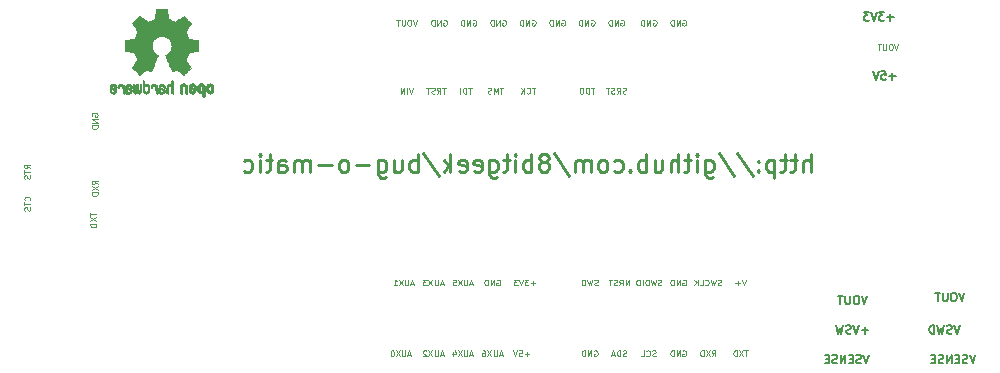
<source format=gbr>
G04 #@! TF.GenerationSoftware,KiCad,Pcbnew,6.99.0-unknown-1140fd0fb0~148~ubuntu20.04.1*
G04 #@! TF.CreationDate,2022-07-29T19:56:23-04:00*
G04 #@! TF.ProjectId,bug-o-matic,6275672d-6f2d-46d6-9174-69632e6b6963,rev?*
G04 #@! TF.SameCoordinates,Original*
G04 #@! TF.FileFunction,Legend,Bot*
G04 #@! TF.FilePolarity,Positive*
%FSLAX46Y46*%
G04 Gerber Fmt 4.6, Leading zero omitted, Abs format (unit mm)*
G04 Created by KiCad (PCBNEW 6.99.0-unknown-1140fd0fb0~148~ubuntu20.04.1) date 2022-07-29 19:56:23*
%MOMM*%
%LPD*%
G01*
G04 APERTURE LIST*
%ADD10C,0.175000*%
%ADD11C,0.125000*%
%ADD12C,0.250000*%
%ADD13C,0.076200*%
%ADD14C,0.010000*%
G04 APERTURE END LIST*
D10*
X199483332Y-91057166D02*
X199249999Y-91757166D01*
X199249999Y-91757166D02*
X199016665Y-91057166D01*
X198649999Y-91057166D02*
X198516665Y-91057166D01*
X198516665Y-91057166D02*
X198449999Y-91090500D01*
X198449999Y-91090500D02*
X198383332Y-91157166D01*
X198383332Y-91157166D02*
X198349999Y-91290500D01*
X198349999Y-91290500D02*
X198349999Y-91523833D01*
X198349999Y-91523833D02*
X198383332Y-91657166D01*
X198383332Y-91657166D02*
X198449999Y-91723833D01*
X198449999Y-91723833D02*
X198516665Y-91757166D01*
X198516665Y-91757166D02*
X198649999Y-91757166D01*
X198649999Y-91757166D02*
X198716665Y-91723833D01*
X198716665Y-91723833D02*
X198783332Y-91657166D01*
X198783332Y-91657166D02*
X198816665Y-91523833D01*
X198816665Y-91523833D02*
X198816665Y-91290500D01*
X198816665Y-91290500D02*
X198783332Y-91157166D01*
X198783332Y-91157166D02*
X198716665Y-91090500D01*
X198716665Y-91090500D02*
X198649999Y-91057166D01*
X198049999Y-91057166D02*
X198049999Y-91623833D01*
X198049999Y-91623833D02*
X198016666Y-91690500D01*
X198016666Y-91690500D02*
X197983332Y-91723833D01*
X197983332Y-91723833D02*
X197916666Y-91757166D01*
X197916666Y-91757166D02*
X197783332Y-91757166D01*
X197783332Y-91757166D02*
X197716666Y-91723833D01*
X197716666Y-91723833D02*
X197683332Y-91690500D01*
X197683332Y-91690500D02*
X197649999Y-91623833D01*
X197649999Y-91623833D02*
X197649999Y-91057166D01*
X197416666Y-91057166D02*
X197016666Y-91057166D01*
X197216666Y-91757166D02*
X197216666Y-91057166D01*
X200399999Y-96307166D02*
X200166666Y-97007166D01*
X200166666Y-97007166D02*
X199933332Y-96307166D01*
X199733332Y-96973833D02*
X199633332Y-97007166D01*
X199633332Y-97007166D02*
X199466666Y-97007166D01*
X199466666Y-97007166D02*
X199399999Y-96973833D01*
X199399999Y-96973833D02*
X199366666Y-96940500D01*
X199366666Y-96940500D02*
X199333332Y-96873833D01*
X199333332Y-96873833D02*
X199333332Y-96807166D01*
X199333332Y-96807166D02*
X199366666Y-96740500D01*
X199366666Y-96740500D02*
X199399999Y-96707166D01*
X199399999Y-96707166D02*
X199466666Y-96673833D01*
X199466666Y-96673833D02*
X199599999Y-96640500D01*
X199599999Y-96640500D02*
X199666666Y-96607166D01*
X199666666Y-96607166D02*
X199699999Y-96573833D01*
X199699999Y-96573833D02*
X199733332Y-96507166D01*
X199733332Y-96507166D02*
X199733332Y-96440500D01*
X199733332Y-96440500D02*
X199699999Y-96373833D01*
X199699999Y-96373833D02*
X199666666Y-96340500D01*
X199666666Y-96340500D02*
X199599999Y-96307166D01*
X199599999Y-96307166D02*
X199433332Y-96307166D01*
X199433332Y-96307166D02*
X199333332Y-96340500D01*
X199033332Y-96640500D02*
X198799999Y-96640500D01*
X198699999Y-97007166D02*
X199033332Y-97007166D01*
X199033332Y-97007166D02*
X199033332Y-96307166D01*
X199033332Y-96307166D02*
X198699999Y-96307166D01*
X198399999Y-97007166D02*
X198399999Y-96307166D01*
X198399999Y-96307166D02*
X197999999Y-97007166D01*
X197999999Y-97007166D02*
X197999999Y-96307166D01*
X197699999Y-96973833D02*
X197599999Y-97007166D01*
X197599999Y-97007166D02*
X197433333Y-97007166D01*
X197433333Y-97007166D02*
X197366666Y-96973833D01*
X197366666Y-96973833D02*
X197333333Y-96940500D01*
X197333333Y-96940500D02*
X197299999Y-96873833D01*
X197299999Y-96873833D02*
X197299999Y-96807166D01*
X197299999Y-96807166D02*
X197333333Y-96740500D01*
X197333333Y-96740500D02*
X197366666Y-96707166D01*
X197366666Y-96707166D02*
X197433333Y-96673833D01*
X197433333Y-96673833D02*
X197566666Y-96640500D01*
X197566666Y-96640500D02*
X197633333Y-96607166D01*
X197633333Y-96607166D02*
X197666666Y-96573833D01*
X197666666Y-96573833D02*
X197699999Y-96507166D01*
X197699999Y-96507166D02*
X197699999Y-96440500D01*
X197699999Y-96440500D02*
X197666666Y-96373833D01*
X197666666Y-96373833D02*
X197633333Y-96340500D01*
X197633333Y-96340500D02*
X197566666Y-96307166D01*
X197566666Y-96307166D02*
X197399999Y-96307166D01*
X197399999Y-96307166D02*
X197299999Y-96340500D01*
X196999999Y-96640500D02*
X196766666Y-96640500D01*
X196666666Y-97007166D02*
X196999999Y-97007166D01*
X196999999Y-97007166D02*
X196999999Y-96307166D01*
X196999999Y-96307166D02*
X196666666Y-96307166D01*
D11*
X175630952Y-67957500D02*
X175678571Y-67933690D01*
X175678571Y-67933690D02*
X175750000Y-67933690D01*
X175750000Y-67933690D02*
X175821428Y-67957500D01*
X175821428Y-67957500D02*
X175869047Y-68005119D01*
X175869047Y-68005119D02*
X175892857Y-68052738D01*
X175892857Y-68052738D02*
X175916666Y-68147976D01*
X175916666Y-68147976D02*
X175916666Y-68219404D01*
X175916666Y-68219404D02*
X175892857Y-68314642D01*
X175892857Y-68314642D02*
X175869047Y-68362261D01*
X175869047Y-68362261D02*
X175821428Y-68409880D01*
X175821428Y-68409880D02*
X175750000Y-68433690D01*
X175750000Y-68433690D02*
X175702381Y-68433690D01*
X175702381Y-68433690D02*
X175630952Y-68409880D01*
X175630952Y-68409880D02*
X175607143Y-68386071D01*
X175607143Y-68386071D02*
X175607143Y-68219404D01*
X175607143Y-68219404D02*
X175702381Y-68219404D01*
X175392857Y-68433690D02*
X175392857Y-67933690D01*
X175392857Y-67933690D02*
X175107143Y-68433690D01*
X175107143Y-68433690D02*
X175107143Y-67933690D01*
X174869047Y-68433690D02*
X174869047Y-67933690D01*
X174869047Y-67933690D02*
X174749999Y-67933690D01*
X174749999Y-67933690D02*
X174678571Y-67957500D01*
X174678571Y-67957500D02*
X174630952Y-68005119D01*
X174630952Y-68005119D02*
X174607142Y-68052738D01*
X174607142Y-68052738D02*
X174583333Y-68147976D01*
X174583333Y-68147976D02*
X174583333Y-68219404D01*
X174583333Y-68219404D02*
X174607142Y-68314642D01*
X174607142Y-68314642D02*
X174630952Y-68362261D01*
X174630952Y-68362261D02*
X174678571Y-68409880D01*
X174678571Y-68409880D02*
X174749999Y-68433690D01*
X174749999Y-68433690D02*
X174869047Y-68433690D01*
X173130952Y-67957500D02*
X173178571Y-67933690D01*
X173178571Y-67933690D02*
X173250000Y-67933690D01*
X173250000Y-67933690D02*
X173321428Y-67957500D01*
X173321428Y-67957500D02*
X173369047Y-68005119D01*
X173369047Y-68005119D02*
X173392857Y-68052738D01*
X173392857Y-68052738D02*
X173416666Y-68147976D01*
X173416666Y-68147976D02*
X173416666Y-68219404D01*
X173416666Y-68219404D02*
X173392857Y-68314642D01*
X173392857Y-68314642D02*
X173369047Y-68362261D01*
X173369047Y-68362261D02*
X173321428Y-68409880D01*
X173321428Y-68409880D02*
X173250000Y-68433690D01*
X173250000Y-68433690D02*
X173202381Y-68433690D01*
X173202381Y-68433690D02*
X173130952Y-68409880D01*
X173130952Y-68409880D02*
X173107143Y-68386071D01*
X173107143Y-68386071D02*
X173107143Y-68219404D01*
X173107143Y-68219404D02*
X173202381Y-68219404D01*
X172892857Y-68433690D02*
X172892857Y-67933690D01*
X172892857Y-67933690D02*
X172607143Y-68433690D01*
X172607143Y-68433690D02*
X172607143Y-67933690D01*
X172369047Y-68433690D02*
X172369047Y-67933690D01*
X172369047Y-67933690D02*
X172249999Y-67933690D01*
X172249999Y-67933690D02*
X172178571Y-67957500D01*
X172178571Y-67957500D02*
X172130952Y-68005119D01*
X172130952Y-68005119D02*
X172107142Y-68052738D01*
X172107142Y-68052738D02*
X172083333Y-68147976D01*
X172083333Y-68147976D02*
X172083333Y-68219404D01*
X172083333Y-68219404D02*
X172107142Y-68314642D01*
X172107142Y-68314642D02*
X172130952Y-68362261D01*
X172130952Y-68362261D02*
X172178571Y-68409880D01*
X172178571Y-68409880D02*
X172249999Y-68433690D01*
X172249999Y-68433690D02*
X172369047Y-68433690D01*
X170380952Y-67957500D02*
X170428571Y-67933690D01*
X170428571Y-67933690D02*
X170500000Y-67933690D01*
X170500000Y-67933690D02*
X170571428Y-67957500D01*
X170571428Y-67957500D02*
X170619047Y-68005119D01*
X170619047Y-68005119D02*
X170642857Y-68052738D01*
X170642857Y-68052738D02*
X170666666Y-68147976D01*
X170666666Y-68147976D02*
X170666666Y-68219404D01*
X170666666Y-68219404D02*
X170642857Y-68314642D01*
X170642857Y-68314642D02*
X170619047Y-68362261D01*
X170619047Y-68362261D02*
X170571428Y-68409880D01*
X170571428Y-68409880D02*
X170500000Y-68433690D01*
X170500000Y-68433690D02*
X170452381Y-68433690D01*
X170452381Y-68433690D02*
X170380952Y-68409880D01*
X170380952Y-68409880D02*
X170357143Y-68386071D01*
X170357143Y-68386071D02*
X170357143Y-68219404D01*
X170357143Y-68219404D02*
X170452381Y-68219404D01*
X170142857Y-68433690D02*
X170142857Y-67933690D01*
X170142857Y-67933690D02*
X169857143Y-68433690D01*
X169857143Y-68433690D02*
X169857143Y-67933690D01*
X169619047Y-68433690D02*
X169619047Y-67933690D01*
X169619047Y-67933690D02*
X169499999Y-67933690D01*
X169499999Y-67933690D02*
X169428571Y-67957500D01*
X169428571Y-67957500D02*
X169380952Y-68005119D01*
X169380952Y-68005119D02*
X169357142Y-68052738D01*
X169357142Y-68052738D02*
X169333333Y-68147976D01*
X169333333Y-68147976D02*
X169333333Y-68219404D01*
X169333333Y-68219404D02*
X169357142Y-68314642D01*
X169357142Y-68314642D02*
X169380952Y-68362261D01*
X169380952Y-68362261D02*
X169428571Y-68409880D01*
X169428571Y-68409880D02*
X169499999Y-68433690D01*
X169499999Y-68433690D02*
X169619047Y-68433690D01*
X167880952Y-67957500D02*
X167928571Y-67933690D01*
X167928571Y-67933690D02*
X168000000Y-67933690D01*
X168000000Y-67933690D02*
X168071428Y-67957500D01*
X168071428Y-67957500D02*
X168119047Y-68005119D01*
X168119047Y-68005119D02*
X168142857Y-68052738D01*
X168142857Y-68052738D02*
X168166666Y-68147976D01*
X168166666Y-68147976D02*
X168166666Y-68219404D01*
X168166666Y-68219404D02*
X168142857Y-68314642D01*
X168142857Y-68314642D02*
X168119047Y-68362261D01*
X168119047Y-68362261D02*
X168071428Y-68409880D01*
X168071428Y-68409880D02*
X168000000Y-68433690D01*
X168000000Y-68433690D02*
X167952381Y-68433690D01*
X167952381Y-68433690D02*
X167880952Y-68409880D01*
X167880952Y-68409880D02*
X167857143Y-68386071D01*
X167857143Y-68386071D02*
X167857143Y-68219404D01*
X167857143Y-68219404D02*
X167952381Y-68219404D01*
X167642857Y-68433690D02*
X167642857Y-67933690D01*
X167642857Y-67933690D02*
X167357143Y-68433690D01*
X167357143Y-68433690D02*
X167357143Y-67933690D01*
X167119047Y-68433690D02*
X167119047Y-67933690D01*
X167119047Y-67933690D02*
X166999999Y-67933690D01*
X166999999Y-67933690D02*
X166928571Y-67957500D01*
X166928571Y-67957500D02*
X166880952Y-68005119D01*
X166880952Y-68005119D02*
X166857142Y-68052738D01*
X166857142Y-68052738D02*
X166833333Y-68147976D01*
X166833333Y-68147976D02*
X166833333Y-68219404D01*
X166833333Y-68219404D02*
X166857142Y-68314642D01*
X166857142Y-68314642D02*
X166880952Y-68362261D01*
X166880952Y-68362261D02*
X166928571Y-68409880D01*
X166928571Y-68409880D02*
X166999999Y-68433690D01*
X166999999Y-68433690D02*
X167119047Y-68433690D01*
X165380952Y-67957500D02*
X165428571Y-67933690D01*
X165428571Y-67933690D02*
X165500000Y-67933690D01*
X165500000Y-67933690D02*
X165571428Y-67957500D01*
X165571428Y-67957500D02*
X165619047Y-68005119D01*
X165619047Y-68005119D02*
X165642857Y-68052738D01*
X165642857Y-68052738D02*
X165666666Y-68147976D01*
X165666666Y-68147976D02*
X165666666Y-68219404D01*
X165666666Y-68219404D02*
X165642857Y-68314642D01*
X165642857Y-68314642D02*
X165619047Y-68362261D01*
X165619047Y-68362261D02*
X165571428Y-68409880D01*
X165571428Y-68409880D02*
X165500000Y-68433690D01*
X165500000Y-68433690D02*
X165452381Y-68433690D01*
X165452381Y-68433690D02*
X165380952Y-68409880D01*
X165380952Y-68409880D02*
X165357143Y-68386071D01*
X165357143Y-68386071D02*
X165357143Y-68219404D01*
X165357143Y-68219404D02*
X165452381Y-68219404D01*
X165142857Y-68433690D02*
X165142857Y-67933690D01*
X165142857Y-67933690D02*
X164857143Y-68433690D01*
X164857143Y-68433690D02*
X164857143Y-67933690D01*
X164619047Y-68433690D02*
X164619047Y-67933690D01*
X164619047Y-67933690D02*
X164499999Y-67933690D01*
X164499999Y-67933690D02*
X164428571Y-67957500D01*
X164428571Y-67957500D02*
X164380952Y-68005119D01*
X164380952Y-68005119D02*
X164357142Y-68052738D01*
X164357142Y-68052738D02*
X164333333Y-68147976D01*
X164333333Y-68147976D02*
X164333333Y-68219404D01*
X164333333Y-68219404D02*
X164357142Y-68314642D01*
X164357142Y-68314642D02*
X164380952Y-68362261D01*
X164380952Y-68362261D02*
X164428571Y-68409880D01*
X164428571Y-68409880D02*
X164499999Y-68433690D01*
X164499999Y-68433690D02*
X164619047Y-68433690D01*
X162880952Y-67957500D02*
X162928571Y-67933690D01*
X162928571Y-67933690D02*
X163000000Y-67933690D01*
X163000000Y-67933690D02*
X163071428Y-67957500D01*
X163071428Y-67957500D02*
X163119047Y-68005119D01*
X163119047Y-68005119D02*
X163142857Y-68052738D01*
X163142857Y-68052738D02*
X163166666Y-68147976D01*
X163166666Y-68147976D02*
X163166666Y-68219404D01*
X163166666Y-68219404D02*
X163142857Y-68314642D01*
X163142857Y-68314642D02*
X163119047Y-68362261D01*
X163119047Y-68362261D02*
X163071428Y-68409880D01*
X163071428Y-68409880D02*
X163000000Y-68433690D01*
X163000000Y-68433690D02*
X162952381Y-68433690D01*
X162952381Y-68433690D02*
X162880952Y-68409880D01*
X162880952Y-68409880D02*
X162857143Y-68386071D01*
X162857143Y-68386071D02*
X162857143Y-68219404D01*
X162857143Y-68219404D02*
X162952381Y-68219404D01*
X162642857Y-68433690D02*
X162642857Y-67933690D01*
X162642857Y-67933690D02*
X162357143Y-68433690D01*
X162357143Y-68433690D02*
X162357143Y-67933690D01*
X162119047Y-68433690D02*
X162119047Y-67933690D01*
X162119047Y-67933690D02*
X161999999Y-67933690D01*
X161999999Y-67933690D02*
X161928571Y-67957500D01*
X161928571Y-67957500D02*
X161880952Y-68005119D01*
X161880952Y-68005119D02*
X161857142Y-68052738D01*
X161857142Y-68052738D02*
X161833333Y-68147976D01*
X161833333Y-68147976D02*
X161833333Y-68219404D01*
X161833333Y-68219404D02*
X161857142Y-68314642D01*
X161857142Y-68314642D02*
X161880952Y-68362261D01*
X161880952Y-68362261D02*
X161928571Y-68409880D01*
X161928571Y-68409880D02*
X161999999Y-68433690D01*
X161999999Y-68433690D02*
X162119047Y-68433690D01*
X160380952Y-67957500D02*
X160428571Y-67933690D01*
X160428571Y-67933690D02*
X160500000Y-67933690D01*
X160500000Y-67933690D02*
X160571428Y-67957500D01*
X160571428Y-67957500D02*
X160619047Y-68005119D01*
X160619047Y-68005119D02*
X160642857Y-68052738D01*
X160642857Y-68052738D02*
X160666666Y-68147976D01*
X160666666Y-68147976D02*
X160666666Y-68219404D01*
X160666666Y-68219404D02*
X160642857Y-68314642D01*
X160642857Y-68314642D02*
X160619047Y-68362261D01*
X160619047Y-68362261D02*
X160571428Y-68409880D01*
X160571428Y-68409880D02*
X160500000Y-68433690D01*
X160500000Y-68433690D02*
X160452381Y-68433690D01*
X160452381Y-68433690D02*
X160380952Y-68409880D01*
X160380952Y-68409880D02*
X160357143Y-68386071D01*
X160357143Y-68386071D02*
X160357143Y-68219404D01*
X160357143Y-68219404D02*
X160452381Y-68219404D01*
X160142857Y-68433690D02*
X160142857Y-67933690D01*
X160142857Y-67933690D02*
X159857143Y-68433690D01*
X159857143Y-68433690D02*
X159857143Y-67933690D01*
X159619047Y-68433690D02*
X159619047Y-67933690D01*
X159619047Y-67933690D02*
X159499999Y-67933690D01*
X159499999Y-67933690D02*
X159428571Y-67957500D01*
X159428571Y-67957500D02*
X159380952Y-68005119D01*
X159380952Y-68005119D02*
X159357142Y-68052738D01*
X159357142Y-68052738D02*
X159333333Y-68147976D01*
X159333333Y-68147976D02*
X159333333Y-68219404D01*
X159333333Y-68219404D02*
X159357142Y-68314642D01*
X159357142Y-68314642D02*
X159380952Y-68362261D01*
X159380952Y-68362261D02*
X159428571Y-68409880D01*
X159428571Y-68409880D02*
X159499999Y-68433690D01*
X159499999Y-68433690D02*
X159619047Y-68433690D01*
X157880952Y-67957500D02*
X157928571Y-67933690D01*
X157928571Y-67933690D02*
X158000000Y-67933690D01*
X158000000Y-67933690D02*
X158071428Y-67957500D01*
X158071428Y-67957500D02*
X158119047Y-68005119D01*
X158119047Y-68005119D02*
X158142857Y-68052738D01*
X158142857Y-68052738D02*
X158166666Y-68147976D01*
X158166666Y-68147976D02*
X158166666Y-68219404D01*
X158166666Y-68219404D02*
X158142857Y-68314642D01*
X158142857Y-68314642D02*
X158119047Y-68362261D01*
X158119047Y-68362261D02*
X158071428Y-68409880D01*
X158071428Y-68409880D02*
X158000000Y-68433690D01*
X158000000Y-68433690D02*
X157952381Y-68433690D01*
X157952381Y-68433690D02*
X157880952Y-68409880D01*
X157880952Y-68409880D02*
X157857143Y-68386071D01*
X157857143Y-68386071D02*
X157857143Y-68219404D01*
X157857143Y-68219404D02*
X157952381Y-68219404D01*
X157642857Y-68433690D02*
X157642857Y-67933690D01*
X157642857Y-67933690D02*
X157357143Y-68433690D01*
X157357143Y-68433690D02*
X157357143Y-67933690D01*
X157119047Y-68433690D02*
X157119047Y-67933690D01*
X157119047Y-67933690D02*
X156999999Y-67933690D01*
X156999999Y-67933690D02*
X156928571Y-67957500D01*
X156928571Y-67957500D02*
X156880952Y-68005119D01*
X156880952Y-68005119D02*
X156857142Y-68052738D01*
X156857142Y-68052738D02*
X156833333Y-68147976D01*
X156833333Y-68147976D02*
X156833333Y-68219404D01*
X156833333Y-68219404D02*
X156857142Y-68314642D01*
X156857142Y-68314642D02*
X156880952Y-68362261D01*
X156880952Y-68362261D02*
X156928571Y-68409880D01*
X156928571Y-68409880D02*
X156999999Y-68433690D01*
X156999999Y-68433690D02*
X157119047Y-68433690D01*
X155380952Y-67957500D02*
X155428571Y-67933690D01*
X155428571Y-67933690D02*
X155500000Y-67933690D01*
X155500000Y-67933690D02*
X155571428Y-67957500D01*
X155571428Y-67957500D02*
X155619047Y-68005119D01*
X155619047Y-68005119D02*
X155642857Y-68052738D01*
X155642857Y-68052738D02*
X155666666Y-68147976D01*
X155666666Y-68147976D02*
X155666666Y-68219404D01*
X155666666Y-68219404D02*
X155642857Y-68314642D01*
X155642857Y-68314642D02*
X155619047Y-68362261D01*
X155619047Y-68362261D02*
X155571428Y-68409880D01*
X155571428Y-68409880D02*
X155500000Y-68433690D01*
X155500000Y-68433690D02*
X155452381Y-68433690D01*
X155452381Y-68433690D02*
X155380952Y-68409880D01*
X155380952Y-68409880D02*
X155357143Y-68386071D01*
X155357143Y-68386071D02*
X155357143Y-68219404D01*
X155357143Y-68219404D02*
X155452381Y-68219404D01*
X155142857Y-68433690D02*
X155142857Y-67933690D01*
X155142857Y-67933690D02*
X154857143Y-68433690D01*
X154857143Y-68433690D02*
X154857143Y-67933690D01*
X154619047Y-68433690D02*
X154619047Y-67933690D01*
X154619047Y-67933690D02*
X154499999Y-67933690D01*
X154499999Y-67933690D02*
X154428571Y-67957500D01*
X154428571Y-67957500D02*
X154380952Y-68005119D01*
X154380952Y-68005119D02*
X154357142Y-68052738D01*
X154357142Y-68052738D02*
X154333333Y-68147976D01*
X154333333Y-68147976D02*
X154333333Y-68219404D01*
X154333333Y-68219404D02*
X154357142Y-68314642D01*
X154357142Y-68314642D02*
X154380952Y-68362261D01*
X154380952Y-68362261D02*
X154428571Y-68409880D01*
X154428571Y-68409880D02*
X154499999Y-68433690D01*
X154499999Y-68433690D02*
X154619047Y-68433690D01*
X153130951Y-67933690D02*
X152964285Y-68433690D01*
X152964285Y-68433690D02*
X152797618Y-67933690D01*
X152535714Y-67933690D02*
X152440476Y-67933690D01*
X152440476Y-67933690D02*
X152392857Y-67957500D01*
X152392857Y-67957500D02*
X152345238Y-68005119D01*
X152345238Y-68005119D02*
X152321428Y-68100357D01*
X152321428Y-68100357D02*
X152321428Y-68267023D01*
X152321428Y-68267023D02*
X152345238Y-68362261D01*
X152345238Y-68362261D02*
X152392857Y-68409880D01*
X152392857Y-68409880D02*
X152440476Y-68433690D01*
X152440476Y-68433690D02*
X152535714Y-68433690D01*
X152535714Y-68433690D02*
X152583333Y-68409880D01*
X152583333Y-68409880D02*
X152630952Y-68362261D01*
X152630952Y-68362261D02*
X152654761Y-68267023D01*
X152654761Y-68267023D02*
X152654761Y-68100357D01*
X152654761Y-68100357D02*
X152630952Y-68005119D01*
X152630952Y-68005119D02*
X152583333Y-67957500D01*
X152583333Y-67957500D02*
X152535714Y-67933690D01*
X152107142Y-67933690D02*
X152107142Y-68338452D01*
X152107142Y-68338452D02*
X152083332Y-68386071D01*
X152083332Y-68386071D02*
X152059523Y-68409880D01*
X152059523Y-68409880D02*
X152011904Y-68433690D01*
X152011904Y-68433690D02*
X151916666Y-68433690D01*
X151916666Y-68433690D02*
X151869047Y-68409880D01*
X151869047Y-68409880D02*
X151845237Y-68386071D01*
X151845237Y-68386071D02*
X151821428Y-68338452D01*
X151821428Y-68338452D02*
X151821428Y-67933690D01*
X151654760Y-67933690D02*
X151369046Y-67933690D01*
X151511903Y-68433690D02*
X151511903Y-67933690D01*
X170821427Y-74159880D02*
X170749999Y-74183690D01*
X170749999Y-74183690D02*
X170630951Y-74183690D01*
X170630951Y-74183690D02*
X170583332Y-74159880D01*
X170583332Y-74159880D02*
X170559523Y-74136071D01*
X170559523Y-74136071D02*
X170535713Y-74088452D01*
X170535713Y-74088452D02*
X170535713Y-74040833D01*
X170535713Y-74040833D02*
X170559523Y-73993214D01*
X170559523Y-73993214D02*
X170583332Y-73969404D01*
X170583332Y-73969404D02*
X170630951Y-73945595D01*
X170630951Y-73945595D02*
X170726189Y-73921785D01*
X170726189Y-73921785D02*
X170773808Y-73897976D01*
X170773808Y-73897976D02*
X170797618Y-73874166D01*
X170797618Y-73874166D02*
X170821427Y-73826547D01*
X170821427Y-73826547D02*
X170821427Y-73778928D01*
X170821427Y-73778928D02*
X170797618Y-73731309D01*
X170797618Y-73731309D02*
X170773808Y-73707500D01*
X170773808Y-73707500D02*
X170726189Y-73683690D01*
X170726189Y-73683690D02*
X170607142Y-73683690D01*
X170607142Y-73683690D02*
X170535713Y-73707500D01*
X170035714Y-74183690D02*
X170202380Y-73945595D01*
X170321428Y-74183690D02*
X170321428Y-73683690D01*
X170321428Y-73683690D02*
X170130952Y-73683690D01*
X170130952Y-73683690D02*
X170083333Y-73707500D01*
X170083333Y-73707500D02*
X170059523Y-73731309D01*
X170059523Y-73731309D02*
X170035714Y-73778928D01*
X170035714Y-73778928D02*
X170035714Y-73850357D01*
X170035714Y-73850357D02*
X170059523Y-73897976D01*
X170059523Y-73897976D02*
X170083333Y-73921785D01*
X170083333Y-73921785D02*
X170130952Y-73945595D01*
X170130952Y-73945595D02*
X170321428Y-73945595D01*
X169845237Y-74159880D02*
X169773809Y-74183690D01*
X169773809Y-74183690D02*
X169654761Y-74183690D01*
X169654761Y-74183690D02*
X169607142Y-74159880D01*
X169607142Y-74159880D02*
X169583333Y-74136071D01*
X169583333Y-74136071D02*
X169559523Y-74088452D01*
X169559523Y-74088452D02*
X169559523Y-74040833D01*
X169559523Y-74040833D02*
X169583333Y-73993214D01*
X169583333Y-73993214D02*
X169607142Y-73969404D01*
X169607142Y-73969404D02*
X169654761Y-73945595D01*
X169654761Y-73945595D02*
X169749999Y-73921785D01*
X169749999Y-73921785D02*
X169797618Y-73897976D01*
X169797618Y-73897976D02*
X169821428Y-73874166D01*
X169821428Y-73874166D02*
X169845237Y-73826547D01*
X169845237Y-73826547D02*
X169845237Y-73778928D01*
X169845237Y-73778928D02*
X169821428Y-73731309D01*
X169821428Y-73731309D02*
X169797618Y-73707500D01*
X169797618Y-73707500D02*
X169749999Y-73683690D01*
X169749999Y-73683690D02*
X169630952Y-73683690D01*
X169630952Y-73683690D02*
X169559523Y-73707500D01*
X169416666Y-73683690D02*
X169130952Y-73683690D01*
X169273809Y-74183690D02*
X169273809Y-73683690D01*
X168154761Y-73683690D02*
X167869047Y-73683690D01*
X168011904Y-74183690D02*
X168011904Y-73683690D01*
X167702381Y-74183690D02*
X167702381Y-73683690D01*
X167702381Y-73683690D02*
X167583333Y-73683690D01*
X167583333Y-73683690D02*
X167511905Y-73707500D01*
X167511905Y-73707500D02*
X167464286Y-73755119D01*
X167464286Y-73755119D02*
X167440476Y-73802738D01*
X167440476Y-73802738D02*
X167416667Y-73897976D01*
X167416667Y-73897976D02*
X167416667Y-73969404D01*
X167416667Y-73969404D02*
X167440476Y-74064642D01*
X167440476Y-74064642D02*
X167464286Y-74112261D01*
X167464286Y-74112261D02*
X167511905Y-74159880D01*
X167511905Y-74159880D02*
X167583333Y-74183690D01*
X167583333Y-74183690D02*
X167702381Y-74183690D01*
X167107143Y-73683690D02*
X167011905Y-73683690D01*
X167011905Y-73683690D02*
X166964286Y-73707500D01*
X166964286Y-73707500D02*
X166916667Y-73755119D01*
X166916667Y-73755119D02*
X166892857Y-73850357D01*
X166892857Y-73850357D02*
X166892857Y-74017023D01*
X166892857Y-74017023D02*
X166916667Y-74112261D01*
X166916667Y-74112261D02*
X166964286Y-74159880D01*
X166964286Y-74159880D02*
X167011905Y-74183690D01*
X167011905Y-74183690D02*
X167107143Y-74183690D01*
X167107143Y-74183690D02*
X167154762Y-74159880D01*
X167154762Y-74159880D02*
X167202381Y-74112261D01*
X167202381Y-74112261D02*
X167226190Y-74017023D01*
X167226190Y-74017023D02*
X167226190Y-73850357D01*
X167226190Y-73850357D02*
X167202381Y-73755119D01*
X167202381Y-73755119D02*
X167154762Y-73707500D01*
X167154762Y-73707500D02*
X167107143Y-73683690D01*
X163142856Y-73683690D02*
X162857142Y-73683690D01*
X162999999Y-74183690D02*
X162999999Y-73683690D01*
X162404762Y-74136071D02*
X162428571Y-74159880D01*
X162428571Y-74159880D02*
X162500000Y-74183690D01*
X162500000Y-74183690D02*
X162547619Y-74183690D01*
X162547619Y-74183690D02*
X162619047Y-74159880D01*
X162619047Y-74159880D02*
X162666666Y-74112261D01*
X162666666Y-74112261D02*
X162690476Y-74064642D01*
X162690476Y-74064642D02*
X162714285Y-73969404D01*
X162714285Y-73969404D02*
X162714285Y-73897976D01*
X162714285Y-73897976D02*
X162690476Y-73802738D01*
X162690476Y-73802738D02*
X162666666Y-73755119D01*
X162666666Y-73755119D02*
X162619047Y-73707500D01*
X162619047Y-73707500D02*
X162547619Y-73683690D01*
X162547619Y-73683690D02*
X162500000Y-73683690D01*
X162500000Y-73683690D02*
X162428571Y-73707500D01*
X162428571Y-73707500D02*
X162404762Y-73731309D01*
X162190476Y-74183690D02*
X162190476Y-73683690D01*
X161904762Y-74183690D02*
X162119047Y-73897976D01*
X161904762Y-73683690D02*
X162190476Y-73969404D01*
X160416665Y-73683690D02*
X160130951Y-73683690D01*
X160273808Y-74183690D02*
X160273808Y-73683690D01*
X159964285Y-74183690D02*
X159964285Y-73683690D01*
X159964285Y-73683690D02*
X159797618Y-74040833D01*
X159797618Y-74040833D02*
X159630952Y-73683690D01*
X159630952Y-73683690D02*
X159630952Y-74183690D01*
X159416665Y-74159880D02*
X159345237Y-74183690D01*
X159345237Y-74183690D02*
X159226189Y-74183690D01*
X159226189Y-74183690D02*
X159178570Y-74159880D01*
X159178570Y-74159880D02*
X159154761Y-74136071D01*
X159154761Y-74136071D02*
X159130951Y-74088452D01*
X159130951Y-74088452D02*
X159130951Y-74040833D01*
X159130951Y-74040833D02*
X159154761Y-73993214D01*
X159154761Y-73993214D02*
X159178570Y-73969404D01*
X159178570Y-73969404D02*
X159226189Y-73945595D01*
X159226189Y-73945595D02*
X159321427Y-73921785D01*
X159321427Y-73921785D02*
X159369046Y-73897976D01*
X159369046Y-73897976D02*
X159392856Y-73874166D01*
X159392856Y-73874166D02*
X159416665Y-73826547D01*
X159416665Y-73826547D02*
X159416665Y-73778928D01*
X159416665Y-73778928D02*
X159392856Y-73731309D01*
X159392856Y-73731309D02*
X159369046Y-73707500D01*
X159369046Y-73707500D02*
X159321427Y-73683690D01*
X159321427Y-73683690D02*
X159202380Y-73683690D01*
X159202380Y-73683690D02*
X159130951Y-73707500D01*
X157761903Y-73683690D02*
X157476189Y-73683690D01*
X157619046Y-74183690D02*
X157619046Y-73683690D01*
X157309523Y-74183690D02*
X157309523Y-73683690D01*
X157309523Y-73683690D02*
X157190475Y-73683690D01*
X157190475Y-73683690D02*
X157119047Y-73707500D01*
X157119047Y-73707500D02*
X157071428Y-73755119D01*
X157071428Y-73755119D02*
X157047618Y-73802738D01*
X157047618Y-73802738D02*
X157023809Y-73897976D01*
X157023809Y-73897976D02*
X157023809Y-73969404D01*
X157023809Y-73969404D02*
X157047618Y-74064642D01*
X157047618Y-74064642D02*
X157071428Y-74112261D01*
X157071428Y-74112261D02*
X157119047Y-74159880D01*
X157119047Y-74159880D02*
X157190475Y-74183690D01*
X157190475Y-74183690D02*
X157309523Y-74183690D01*
X156809523Y-74183690D02*
X156809523Y-73683690D01*
X155571427Y-73683690D02*
X155285713Y-73683690D01*
X155428570Y-74183690D02*
X155428570Y-73683690D01*
X154833333Y-74183690D02*
X154999999Y-73945595D01*
X155119047Y-74183690D02*
X155119047Y-73683690D01*
X155119047Y-73683690D02*
X154928571Y-73683690D01*
X154928571Y-73683690D02*
X154880952Y-73707500D01*
X154880952Y-73707500D02*
X154857142Y-73731309D01*
X154857142Y-73731309D02*
X154833333Y-73778928D01*
X154833333Y-73778928D02*
X154833333Y-73850357D01*
X154833333Y-73850357D02*
X154857142Y-73897976D01*
X154857142Y-73897976D02*
X154880952Y-73921785D01*
X154880952Y-73921785D02*
X154928571Y-73945595D01*
X154928571Y-73945595D02*
X155119047Y-73945595D01*
X154642856Y-74159880D02*
X154571428Y-74183690D01*
X154571428Y-74183690D02*
X154452380Y-74183690D01*
X154452380Y-74183690D02*
X154404761Y-74159880D01*
X154404761Y-74159880D02*
X154380952Y-74136071D01*
X154380952Y-74136071D02*
X154357142Y-74088452D01*
X154357142Y-74088452D02*
X154357142Y-74040833D01*
X154357142Y-74040833D02*
X154380952Y-73993214D01*
X154380952Y-73993214D02*
X154404761Y-73969404D01*
X154404761Y-73969404D02*
X154452380Y-73945595D01*
X154452380Y-73945595D02*
X154547618Y-73921785D01*
X154547618Y-73921785D02*
X154595237Y-73897976D01*
X154595237Y-73897976D02*
X154619047Y-73874166D01*
X154619047Y-73874166D02*
X154642856Y-73826547D01*
X154642856Y-73826547D02*
X154642856Y-73778928D01*
X154642856Y-73778928D02*
X154619047Y-73731309D01*
X154619047Y-73731309D02*
X154595237Y-73707500D01*
X154595237Y-73707500D02*
X154547618Y-73683690D01*
X154547618Y-73683690D02*
X154428571Y-73683690D01*
X154428571Y-73683690D02*
X154357142Y-73707500D01*
X154214285Y-73683690D02*
X153928571Y-73683690D01*
X154071428Y-74183690D02*
X154071428Y-73683690D01*
X152797618Y-73683690D02*
X152630952Y-74183690D01*
X152630952Y-74183690D02*
X152464285Y-73683690D01*
X152297619Y-74183690D02*
X152297619Y-73683690D01*
X152059524Y-74183690D02*
X152059524Y-73683690D01*
X152059524Y-73683690D02*
X151773810Y-74183690D01*
X151773810Y-74183690D02*
X151773810Y-73683690D01*
X175630952Y-89957500D02*
X175678571Y-89933690D01*
X175678571Y-89933690D02*
X175750000Y-89933690D01*
X175750000Y-89933690D02*
X175821428Y-89957500D01*
X175821428Y-89957500D02*
X175869047Y-90005119D01*
X175869047Y-90005119D02*
X175892857Y-90052738D01*
X175892857Y-90052738D02*
X175916666Y-90147976D01*
X175916666Y-90147976D02*
X175916666Y-90219404D01*
X175916666Y-90219404D02*
X175892857Y-90314642D01*
X175892857Y-90314642D02*
X175869047Y-90362261D01*
X175869047Y-90362261D02*
X175821428Y-90409880D01*
X175821428Y-90409880D02*
X175750000Y-90433690D01*
X175750000Y-90433690D02*
X175702381Y-90433690D01*
X175702381Y-90433690D02*
X175630952Y-90409880D01*
X175630952Y-90409880D02*
X175607143Y-90386071D01*
X175607143Y-90386071D02*
X175607143Y-90219404D01*
X175607143Y-90219404D02*
X175702381Y-90219404D01*
X175392857Y-90433690D02*
X175392857Y-89933690D01*
X175392857Y-89933690D02*
X175107143Y-90433690D01*
X175107143Y-90433690D02*
X175107143Y-89933690D01*
X174869047Y-90433690D02*
X174869047Y-89933690D01*
X174869047Y-89933690D02*
X174749999Y-89933690D01*
X174749999Y-89933690D02*
X174678571Y-89957500D01*
X174678571Y-89957500D02*
X174630952Y-90005119D01*
X174630952Y-90005119D02*
X174607142Y-90052738D01*
X174607142Y-90052738D02*
X174583333Y-90147976D01*
X174583333Y-90147976D02*
X174583333Y-90219404D01*
X174583333Y-90219404D02*
X174607142Y-90314642D01*
X174607142Y-90314642D02*
X174630952Y-90362261D01*
X174630952Y-90362261D02*
X174678571Y-90409880D01*
X174678571Y-90409880D02*
X174749999Y-90433690D01*
X174749999Y-90433690D02*
X174869047Y-90433690D01*
X168440475Y-90409880D02*
X168369047Y-90433690D01*
X168369047Y-90433690D02*
X168249999Y-90433690D01*
X168249999Y-90433690D02*
X168202380Y-90409880D01*
X168202380Y-90409880D02*
X168178571Y-90386071D01*
X168178571Y-90386071D02*
X168154761Y-90338452D01*
X168154761Y-90338452D02*
X168154761Y-90290833D01*
X168154761Y-90290833D02*
X168178571Y-90243214D01*
X168178571Y-90243214D02*
X168202380Y-90219404D01*
X168202380Y-90219404D02*
X168249999Y-90195595D01*
X168249999Y-90195595D02*
X168345237Y-90171785D01*
X168345237Y-90171785D02*
X168392856Y-90147976D01*
X168392856Y-90147976D02*
X168416666Y-90124166D01*
X168416666Y-90124166D02*
X168440475Y-90076547D01*
X168440475Y-90076547D02*
X168440475Y-90028928D01*
X168440475Y-90028928D02*
X168416666Y-89981309D01*
X168416666Y-89981309D02*
X168392856Y-89957500D01*
X168392856Y-89957500D02*
X168345237Y-89933690D01*
X168345237Y-89933690D02*
X168226190Y-89933690D01*
X168226190Y-89933690D02*
X168154761Y-89957500D01*
X167988095Y-89933690D02*
X167869047Y-90433690D01*
X167869047Y-90433690D02*
X167773809Y-90076547D01*
X167773809Y-90076547D02*
X167678571Y-90433690D01*
X167678571Y-90433690D02*
X167559524Y-89933690D01*
X167273809Y-89933690D02*
X167178571Y-89933690D01*
X167178571Y-89933690D02*
X167130952Y-89957500D01*
X167130952Y-89957500D02*
X167083333Y-90005119D01*
X167083333Y-90005119D02*
X167059523Y-90100357D01*
X167059523Y-90100357D02*
X167059523Y-90267023D01*
X167059523Y-90267023D02*
X167083333Y-90362261D01*
X167083333Y-90362261D02*
X167130952Y-90409880D01*
X167130952Y-90409880D02*
X167178571Y-90433690D01*
X167178571Y-90433690D02*
X167273809Y-90433690D01*
X167273809Y-90433690D02*
X167321428Y-90409880D01*
X167321428Y-90409880D02*
X167369047Y-90362261D01*
X167369047Y-90362261D02*
X167392856Y-90267023D01*
X167392856Y-90267023D02*
X167392856Y-90100357D01*
X167392856Y-90100357D02*
X167369047Y-90005119D01*
X167369047Y-90005119D02*
X167321428Y-89957500D01*
X167321428Y-89957500D02*
X167273809Y-89933690D01*
X171071428Y-90433690D02*
X171071428Y-89933690D01*
X171071428Y-89933690D02*
X170785714Y-90433690D01*
X170785714Y-90433690D02*
X170785714Y-89933690D01*
X170261904Y-90433690D02*
X170428570Y-90195595D01*
X170547618Y-90433690D02*
X170547618Y-89933690D01*
X170547618Y-89933690D02*
X170357142Y-89933690D01*
X170357142Y-89933690D02*
X170309523Y-89957500D01*
X170309523Y-89957500D02*
X170285713Y-89981309D01*
X170285713Y-89981309D02*
X170261904Y-90028928D01*
X170261904Y-90028928D02*
X170261904Y-90100357D01*
X170261904Y-90100357D02*
X170285713Y-90147976D01*
X170285713Y-90147976D02*
X170309523Y-90171785D01*
X170309523Y-90171785D02*
X170357142Y-90195595D01*
X170357142Y-90195595D02*
X170547618Y-90195595D01*
X170071427Y-90409880D02*
X169999999Y-90433690D01*
X169999999Y-90433690D02*
X169880951Y-90433690D01*
X169880951Y-90433690D02*
X169833332Y-90409880D01*
X169833332Y-90409880D02*
X169809523Y-90386071D01*
X169809523Y-90386071D02*
X169785713Y-90338452D01*
X169785713Y-90338452D02*
X169785713Y-90290833D01*
X169785713Y-90290833D02*
X169809523Y-90243214D01*
X169809523Y-90243214D02*
X169833332Y-90219404D01*
X169833332Y-90219404D02*
X169880951Y-90195595D01*
X169880951Y-90195595D02*
X169976189Y-90171785D01*
X169976189Y-90171785D02*
X170023808Y-90147976D01*
X170023808Y-90147976D02*
X170047618Y-90124166D01*
X170047618Y-90124166D02*
X170071427Y-90076547D01*
X170071427Y-90076547D02*
X170071427Y-90028928D01*
X170071427Y-90028928D02*
X170047618Y-89981309D01*
X170047618Y-89981309D02*
X170023808Y-89957500D01*
X170023808Y-89957500D02*
X169976189Y-89933690D01*
X169976189Y-89933690D02*
X169857142Y-89933690D01*
X169857142Y-89933690D02*
X169785713Y-89957500D01*
X169642856Y-89933690D02*
X169357142Y-89933690D01*
X169499999Y-90433690D02*
X169499999Y-89933690D01*
X173809523Y-90409880D02*
X173738095Y-90433690D01*
X173738095Y-90433690D02*
X173619047Y-90433690D01*
X173619047Y-90433690D02*
X173571428Y-90409880D01*
X173571428Y-90409880D02*
X173547619Y-90386071D01*
X173547619Y-90386071D02*
X173523809Y-90338452D01*
X173523809Y-90338452D02*
X173523809Y-90290833D01*
X173523809Y-90290833D02*
X173547619Y-90243214D01*
X173547619Y-90243214D02*
X173571428Y-90219404D01*
X173571428Y-90219404D02*
X173619047Y-90195595D01*
X173619047Y-90195595D02*
X173714285Y-90171785D01*
X173714285Y-90171785D02*
X173761904Y-90147976D01*
X173761904Y-90147976D02*
X173785714Y-90124166D01*
X173785714Y-90124166D02*
X173809523Y-90076547D01*
X173809523Y-90076547D02*
X173809523Y-90028928D01*
X173809523Y-90028928D02*
X173785714Y-89981309D01*
X173785714Y-89981309D02*
X173761904Y-89957500D01*
X173761904Y-89957500D02*
X173714285Y-89933690D01*
X173714285Y-89933690D02*
X173595238Y-89933690D01*
X173595238Y-89933690D02*
X173523809Y-89957500D01*
X173357143Y-89933690D02*
X173238095Y-90433690D01*
X173238095Y-90433690D02*
X173142857Y-90076547D01*
X173142857Y-90076547D02*
X173047619Y-90433690D01*
X173047619Y-90433690D02*
X172928572Y-89933690D01*
X172738095Y-90433690D02*
X172738095Y-89933690D01*
X172738095Y-89933690D02*
X172619047Y-89933690D01*
X172619047Y-89933690D02*
X172547619Y-89957500D01*
X172547619Y-89957500D02*
X172500000Y-90005119D01*
X172500000Y-90005119D02*
X172476190Y-90052738D01*
X172476190Y-90052738D02*
X172452381Y-90147976D01*
X172452381Y-90147976D02*
X172452381Y-90219404D01*
X172452381Y-90219404D02*
X172476190Y-90314642D01*
X172476190Y-90314642D02*
X172500000Y-90362261D01*
X172500000Y-90362261D02*
X172547619Y-90409880D01*
X172547619Y-90409880D02*
X172619047Y-90433690D01*
X172619047Y-90433690D02*
X172738095Y-90433690D01*
X172238095Y-90433690D02*
X172238095Y-89933690D01*
X171904762Y-89933690D02*
X171809524Y-89933690D01*
X171809524Y-89933690D02*
X171761905Y-89957500D01*
X171761905Y-89957500D02*
X171714286Y-90005119D01*
X171714286Y-90005119D02*
X171690476Y-90100357D01*
X171690476Y-90100357D02*
X171690476Y-90267023D01*
X171690476Y-90267023D02*
X171714286Y-90362261D01*
X171714286Y-90362261D02*
X171761905Y-90409880D01*
X171761905Y-90409880D02*
X171809524Y-90433690D01*
X171809524Y-90433690D02*
X171904762Y-90433690D01*
X171904762Y-90433690D02*
X171952381Y-90409880D01*
X171952381Y-90409880D02*
X172000000Y-90362261D01*
X172000000Y-90362261D02*
X172023809Y-90267023D01*
X172023809Y-90267023D02*
X172023809Y-90100357D01*
X172023809Y-90100357D02*
X172000000Y-90005119D01*
X172000000Y-90005119D02*
X171952381Y-89957500D01*
X171952381Y-89957500D02*
X171904762Y-89933690D01*
X178880951Y-90409880D02*
X178809523Y-90433690D01*
X178809523Y-90433690D02*
X178690475Y-90433690D01*
X178690475Y-90433690D02*
X178642856Y-90409880D01*
X178642856Y-90409880D02*
X178619047Y-90386071D01*
X178619047Y-90386071D02*
X178595237Y-90338452D01*
X178595237Y-90338452D02*
X178595237Y-90290833D01*
X178595237Y-90290833D02*
X178619047Y-90243214D01*
X178619047Y-90243214D02*
X178642856Y-90219404D01*
X178642856Y-90219404D02*
X178690475Y-90195595D01*
X178690475Y-90195595D02*
X178785713Y-90171785D01*
X178785713Y-90171785D02*
X178833332Y-90147976D01*
X178833332Y-90147976D02*
X178857142Y-90124166D01*
X178857142Y-90124166D02*
X178880951Y-90076547D01*
X178880951Y-90076547D02*
X178880951Y-90028928D01*
X178880951Y-90028928D02*
X178857142Y-89981309D01*
X178857142Y-89981309D02*
X178833332Y-89957500D01*
X178833332Y-89957500D02*
X178785713Y-89933690D01*
X178785713Y-89933690D02*
X178666666Y-89933690D01*
X178666666Y-89933690D02*
X178595237Y-89957500D01*
X178428571Y-89933690D02*
X178309523Y-90433690D01*
X178309523Y-90433690D02*
X178214285Y-90076547D01*
X178214285Y-90076547D02*
X178119047Y-90433690D01*
X178119047Y-90433690D02*
X178000000Y-89933690D01*
X177523809Y-90386071D02*
X177547618Y-90409880D01*
X177547618Y-90409880D02*
X177619047Y-90433690D01*
X177619047Y-90433690D02*
X177666666Y-90433690D01*
X177666666Y-90433690D02*
X177738094Y-90409880D01*
X177738094Y-90409880D02*
X177785713Y-90362261D01*
X177785713Y-90362261D02*
X177809523Y-90314642D01*
X177809523Y-90314642D02*
X177833332Y-90219404D01*
X177833332Y-90219404D02*
X177833332Y-90147976D01*
X177833332Y-90147976D02*
X177809523Y-90052738D01*
X177809523Y-90052738D02*
X177785713Y-90005119D01*
X177785713Y-90005119D02*
X177738094Y-89957500D01*
X177738094Y-89957500D02*
X177666666Y-89933690D01*
X177666666Y-89933690D02*
X177619047Y-89933690D01*
X177619047Y-89933690D02*
X177547618Y-89957500D01*
X177547618Y-89957500D02*
X177523809Y-89981309D01*
X177071428Y-90433690D02*
X177309523Y-90433690D01*
X177309523Y-90433690D02*
X177309523Y-89933690D01*
X176904761Y-90433690D02*
X176904761Y-89933690D01*
X176619047Y-90433690D02*
X176833332Y-90147976D01*
X176619047Y-89933690D02*
X176904761Y-90219404D01*
X180976189Y-89933690D02*
X180809523Y-90433690D01*
X180809523Y-90433690D02*
X180642856Y-89933690D01*
X180476190Y-90243214D02*
X180095238Y-90243214D01*
X180285714Y-90433690D02*
X180285714Y-90052738D01*
X181130951Y-95933690D02*
X180845237Y-95933690D01*
X180988094Y-96433690D02*
X180988094Y-95933690D01*
X180726190Y-95933690D02*
X180392857Y-96433690D01*
X180392857Y-95933690D02*
X180726190Y-96433690D01*
X180202381Y-96433690D02*
X180202381Y-95933690D01*
X180202381Y-95933690D02*
X180083333Y-95933690D01*
X180083333Y-95933690D02*
X180011905Y-95957500D01*
X180011905Y-95957500D02*
X179964286Y-96005119D01*
X179964286Y-96005119D02*
X179940476Y-96052738D01*
X179940476Y-96052738D02*
X179916667Y-96147976D01*
X179916667Y-96147976D02*
X179916667Y-96219404D01*
X179916667Y-96219404D02*
X179940476Y-96314642D01*
X179940476Y-96314642D02*
X179964286Y-96362261D01*
X179964286Y-96362261D02*
X180011905Y-96409880D01*
X180011905Y-96409880D02*
X180083333Y-96433690D01*
X180083333Y-96433690D02*
X180202381Y-96433690D01*
X178083333Y-96433690D02*
X178249999Y-96195595D01*
X178369047Y-96433690D02*
X178369047Y-95933690D01*
X178369047Y-95933690D02*
X178178571Y-95933690D01*
X178178571Y-95933690D02*
X178130952Y-95957500D01*
X178130952Y-95957500D02*
X178107142Y-95981309D01*
X178107142Y-95981309D02*
X178083333Y-96028928D01*
X178083333Y-96028928D02*
X178083333Y-96100357D01*
X178083333Y-96100357D02*
X178107142Y-96147976D01*
X178107142Y-96147976D02*
X178130952Y-96171785D01*
X178130952Y-96171785D02*
X178178571Y-96195595D01*
X178178571Y-96195595D02*
X178369047Y-96195595D01*
X177916666Y-95933690D02*
X177583333Y-96433690D01*
X177583333Y-95933690D02*
X177916666Y-96433690D01*
X177392857Y-96433690D02*
X177392857Y-95933690D01*
X177392857Y-95933690D02*
X177273809Y-95933690D01*
X177273809Y-95933690D02*
X177202381Y-95957500D01*
X177202381Y-95957500D02*
X177154762Y-96005119D01*
X177154762Y-96005119D02*
X177130952Y-96052738D01*
X177130952Y-96052738D02*
X177107143Y-96147976D01*
X177107143Y-96147976D02*
X177107143Y-96219404D01*
X177107143Y-96219404D02*
X177130952Y-96314642D01*
X177130952Y-96314642D02*
X177154762Y-96362261D01*
X177154762Y-96362261D02*
X177202381Y-96409880D01*
X177202381Y-96409880D02*
X177273809Y-96433690D01*
X177273809Y-96433690D02*
X177392857Y-96433690D01*
X175630952Y-95957500D02*
X175678571Y-95933690D01*
X175678571Y-95933690D02*
X175750000Y-95933690D01*
X175750000Y-95933690D02*
X175821428Y-95957500D01*
X175821428Y-95957500D02*
X175869047Y-96005119D01*
X175869047Y-96005119D02*
X175892857Y-96052738D01*
X175892857Y-96052738D02*
X175916666Y-96147976D01*
X175916666Y-96147976D02*
X175916666Y-96219404D01*
X175916666Y-96219404D02*
X175892857Y-96314642D01*
X175892857Y-96314642D02*
X175869047Y-96362261D01*
X175869047Y-96362261D02*
X175821428Y-96409880D01*
X175821428Y-96409880D02*
X175750000Y-96433690D01*
X175750000Y-96433690D02*
X175702381Y-96433690D01*
X175702381Y-96433690D02*
X175630952Y-96409880D01*
X175630952Y-96409880D02*
X175607143Y-96386071D01*
X175607143Y-96386071D02*
X175607143Y-96219404D01*
X175607143Y-96219404D02*
X175702381Y-96219404D01*
X175392857Y-96433690D02*
X175392857Y-95933690D01*
X175392857Y-95933690D02*
X175107143Y-96433690D01*
X175107143Y-96433690D02*
X175107143Y-95933690D01*
X174869047Y-96433690D02*
X174869047Y-95933690D01*
X174869047Y-95933690D02*
X174749999Y-95933690D01*
X174749999Y-95933690D02*
X174678571Y-95957500D01*
X174678571Y-95957500D02*
X174630952Y-96005119D01*
X174630952Y-96005119D02*
X174607142Y-96052738D01*
X174607142Y-96052738D02*
X174583333Y-96147976D01*
X174583333Y-96147976D02*
X174583333Y-96219404D01*
X174583333Y-96219404D02*
X174607142Y-96314642D01*
X174607142Y-96314642D02*
X174630952Y-96362261D01*
X174630952Y-96362261D02*
X174678571Y-96409880D01*
X174678571Y-96409880D02*
X174749999Y-96433690D01*
X174749999Y-96433690D02*
X174869047Y-96433690D01*
X173345237Y-96409880D02*
X173273809Y-96433690D01*
X173273809Y-96433690D02*
X173154761Y-96433690D01*
X173154761Y-96433690D02*
X173107142Y-96409880D01*
X173107142Y-96409880D02*
X173083333Y-96386071D01*
X173083333Y-96386071D02*
X173059523Y-96338452D01*
X173059523Y-96338452D02*
X173059523Y-96290833D01*
X173059523Y-96290833D02*
X173083333Y-96243214D01*
X173083333Y-96243214D02*
X173107142Y-96219404D01*
X173107142Y-96219404D02*
X173154761Y-96195595D01*
X173154761Y-96195595D02*
X173249999Y-96171785D01*
X173249999Y-96171785D02*
X173297618Y-96147976D01*
X173297618Y-96147976D02*
X173321428Y-96124166D01*
X173321428Y-96124166D02*
X173345237Y-96076547D01*
X173345237Y-96076547D02*
X173345237Y-96028928D01*
X173345237Y-96028928D02*
X173321428Y-95981309D01*
X173321428Y-95981309D02*
X173297618Y-95957500D01*
X173297618Y-95957500D02*
X173249999Y-95933690D01*
X173249999Y-95933690D02*
X173130952Y-95933690D01*
X173130952Y-95933690D02*
X173059523Y-95957500D01*
X172559524Y-96386071D02*
X172583333Y-96409880D01*
X172583333Y-96409880D02*
X172654762Y-96433690D01*
X172654762Y-96433690D02*
X172702381Y-96433690D01*
X172702381Y-96433690D02*
X172773809Y-96409880D01*
X172773809Y-96409880D02*
X172821428Y-96362261D01*
X172821428Y-96362261D02*
X172845238Y-96314642D01*
X172845238Y-96314642D02*
X172869047Y-96219404D01*
X172869047Y-96219404D02*
X172869047Y-96147976D01*
X172869047Y-96147976D02*
X172845238Y-96052738D01*
X172845238Y-96052738D02*
X172821428Y-96005119D01*
X172821428Y-96005119D02*
X172773809Y-95957500D01*
X172773809Y-95957500D02*
X172702381Y-95933690D01*
X172702381Y-95933690D02*
X172654762Y-95933690D01*
X172654762Y-95933690D02*
X172583333Y-95957500D01*
X172583333Y-95957500D02*
X172559524Y-95981309D01*
X172107143Y-96433690D02*
X172345238Y-96433690D01*
X172345238Y-96433690D02*
X172345238Y-95933690D01*
X170857141Y-96409880D02*
X170785713Y-96433690D01*
X170785713Y-96433690D02*
X170666665Y-96433690D01*
X170666665Y-96433690D02*
X170619046Y-96409880D01*
X170619046Y-96409880D02*
X170595237Y-96386071D01*
X170595237Y-96386071D02*
X170571427Y-96338452D01*
X170571427Y-96338452D02*
X170571427Y-96290833D01*
X170571427Y-96290833D02*
X170595237Y-96243214D01*
X170595237Y-96243214D02*
X170619046Y-96219404D01*
X170619046Y-96219404D02*
X170666665Y-96195595D01*
X170666665Y-96195595D02*
X170761903Y-96171785D01*
X170761903Y-96171785D02*
X170809522Y-96147976D01*
X170809522Y-96147976D02*
X170833332Y-96124166D01*
X170833332Y-96124166D02*
X170857141Y-96076547D01*
X170857141Y-96076547D02*
X170857141Y-96028928D01*
X170857141Y-96028928D02*
X170833332Y-95981309D01*
X170833332Y-95981309D02*
X170809522Y-95957500D01*
X170809522Y-95957500D02*
X170761903Y-95933690D01*
X170761903Y-95933690D02*
X170642856Y-95933690D01*
X170642856Y-95933690D02*
X170571427Y-95957500D01*
X170357142Y-96433690D02*
X170357142Y-95933690D01*
X170357142Y-95933690D02*
X170238094Y-95933690D01*
X170238094Y-95933690D02*
X170166666Y-95957500D01*
X170166666Y-95957500D02*
X170119047Y-96005119D01*
X170119047Y-96005119D02*
X170095237Y-96052738D01*
X170095237Y-96052738D02*
X170071428Y-96147976D01*
X170071428Y-96147976D02*
X170071428Y-96219404D01*
X170071428Y-96219404D02*
X170095237Y-96314642D01*
X170095237Y-96314642D02*
X170119047Y-96362261D01*
X170119047Y-96362261D02*
X170166666Y-96409880D01*
X170166666Y-96409880D02*
X170238094Y-96433690D01*
X170238094Y-96433690D02*
X170357142Y-96433690D01*
X169880951Y-96290833D02*
X169642856Y-96290833D01*
X169928570Y-96433690D02*
X169761904Y-95933690D01*
X169761904Y-95933690D02*
X169595237Y-96433690D01*
X168130952Y-95957500D02*
X168178571Y-95933690D01*
X168178571Y-95933690D02*
X168250000Y-95933690D01*
X168250000Y-95933690D02*
X168321428Y-95957500D01*
X168321428Y-95957500D02*
X168369047Y-96005119D01*
X168369047Y-96005119D02*
X168392857Y-96052738D01*
X168392857Y-96052738D02*
X168416666Y-96147976D01*
X168416666Y-96147976D02*
X168416666Y-96219404D01*
X168416666Y-96219404D02*
X168392857Y-96314642D01*
X168392857Y-96314642D02*
X168369047Y-96362261D01*
X168369047Y-96362261D02*
X168321428Y-96409880D01*
X168321428Y-96409880D02*
X168250000Y-96433690D01*
X168250000Y-96433690D02*
X168202381Y-96433690D01*
X168202381Y-96433690D02*
X168130952Y-96409880D01*
X168130952Y-96409880D02*
X168107143Y-96386071D01*
X168107143Y-96386071D02*
X168107143Y-96219404D01*
X168107143Y-96219404D02*
X168202381Y-96219404D01*
X167892857Y-96433690D02*
X167892857Y-95933690D01*
X167892857Y-95933690D02*
X167607143Y-96433690D01*
X167607143Y-96433690D02*
X167607143Y-95933690D01*
X167369047Y-96433690D02*
X167369047Y-95933690D01*
X167369047Y-95933690D02*
X167249999Y-95933690D01*
X167249999Y-95933690D02*
X167178571Y-95957500D01*
X167178571Y-95957500D02*
X167130952Y-96005119D01*
X167130952Y-96005119D02*
X167107142Y-96052738D01*
X167107142Y-96052738D02*
X167083333Y-96147976D01*
X167083333Y-96147976D02*
X167083333Y-96219404D01*
X167083333Y-96219404D02*
X167107142Y-96314642D01*
X167107142Y-96314642D02*
X167130952Y-96362261D01*
X167130952Y-96362261D02*
X167178571Y-96409880D01*
X167178571Y-96409880D02*
X167249999Y-96433690D01*
X167249999Y-96433690D02*
X167369047Y-96433690D01*
X152857141Y-90290833D02*
X152619046Y-90290833D01*
X152904760Y-90433690D02*
X152738094Y-89933690D01*
X152738094Y-89933690D02*
X152571427Y-90433690D01*
X152404761Y-89933690D02*
X152404761Y-90338452D01*
X152404761Y-90338452D02*
X152380951Y-90386071D01*
X152380951Y-90386071D02*
X152357142Y-90409880D01*
X152357142Y-90409880D02*
X152309523Y-90433690D01*
X152309523Y-90433690D02*
X152214285Y-90433690D01*
X152214285Y-90433690D02*
X152166666Y-90409880D01*
X152166666Y-90409880D02*
X152142856Y-90386071D01*
X152142856Y-90386071D02*
X152119047Y-90338452D01*
X152119047Y-90338452D02*
X152119047Y-89933690D01*
X151928570Y-89933690D02*
X151595237Y-90433690D01*
X151595237Y-89933690D02*
X151928570Y-90433690D01*
X151142856Y-90433690D02*
X151428570Y-90433690D01*
X151285713Y-90433690D02*
X151285713Y-89933690D01*
X151285713Y-89933690D02*
X151333332Y-90005119D01*
X151333332Y-90005119D02*
X151380951Y-90052738D01*
X151380951Y-90052738D02*
X151428570Y-90076547D01*
X155357141Y-90290833D02*
X155119046Y-90290833D01*
X155404760Y-90433690D02*
X155238094Y-89933690D01*
X155238094Y-89933690D02*
X155071427Y-90433690D01*
X154904761Y-89933690D02*
X154904761Y-90338452D01*
X154904761Y-90338452D02*
X154880951Y-90386071D01*
X154880951Y-90386071D02*
X154857142Y-90409880D01*
X154857142Y-90409880D02*
X154809523Y-90433690D01*
X154809523Y-90433690D02*
X154714285Y-90433690D01*
X154714285Y-90433690D02*
X154666666Y-90409880D01*
X154666666Y-90409880D02*
X154642856Y-90386071D01*
X154642856Y-90386071D02*
X154619047Y-90338452D01*
X154619047Y-90338452D02*
X154619047Y-89933690D01*
X154428570Y-89933690D02*
X154095237Y-90433690D01*
X154095237Y-89933690D02*
X154428570Y-90433690D01*
X153952380Y-89933690D02*
X153642856Y-89933690D01*
X153642856Y-89933690D02*
X153809523Y-90124166D01*
X153809523Y-90124166D02*
X153738094Y-90124166D01*
X153738094Y-90124166D02*
X153690475Y-90147976D01*
X153690475Y-90147976D02*
X153666666Y-90171785D01*
X153666666Y-90171785D02*
X153642856Y-90219404D01*
X153642856Y-90219404D02*
X153642856Y-90338452D01*
X153642856Y-90338452D02*
X153666666Y-90386071D01*
X153666666Y-90386071D02*
X153690475Y-90409880D01*
X153690475Y-90409880D02*
X153738094Y-90433690D01*
X153738094Y-90433690D02*
X153880951Y-90433690D01*
X153880951Y-90433690D02*
X153928570Y-90409880D01*
X153928570Y-90409880D02*
X153952380Y-90386071D01*
X157857141Y-90290833D02*
X157619046Y-90290833D01*
X157904760Y-90433690D02*
X157738094Y-89933690D01*
X157738094Y-89933690D02*
X157571427Y-90433690D01*
X157404761Y-89933690D02*
X157404761Y-90338452D01*
X157404761Y-90338452D02*
X157380951Y-90386071D01*
X157380951Y-90386071D02*
X157357142Y-90409880D01*
X157357142Y-90409880D02*
X157309523Y-90433690D01*
X157309523Y-90433690D02*
X157214285Y-90433690D01*
X157214285Y-90433690D02*
X157166666Y-90409880D01*
X157166666Y-90409880D02*
X157142856Y-90386071D01*
X157142856Y-90386071D02*
X157119047Y-90338452D01*
X157119047Y-90338452D02*
X157119047Y-89933690D01*
X156928570Y-89933690D02*
X156595237Y-90433690D01*
X156595237Y-89933690D02*
X156928570Y-90433690D01*
X156166666Y-89933690D02*
X156404761Y-89933690D01*
X156404761Y-89933690D02*
X156428570Y-90171785D01*
X156428570Y-90171785D02*
X156404761Y-90147976D01*
X156404761Y-90147976D02*
X156357142Y-90124166D01*
X156357142Y-90124166D02*
X156238094Y-90124166D01*
X156238094Y-90124166D02*
X156190475Y-90147976D01*
X156190475Y-90147976D02*
X156166666Y-90171785D01*
X156166666Y-90171785D02*
X156142856Y-90219404D01*
X156142856Y-90219404D02*
X156142856Y-90338452D01*
X156142856Y-90338452D02*
X156166666Y-90386071D01*
X156166666Y-90386071D02*
X156190475Y-90409880D01*
X156190475Y-90409880D02*
X156238094Y-90433690D01*
X156238094Y-90433690D02*
X156357142Y-90433690D01*
X156357142Y-90433690D02*
X156404761Y-90409880D01*
X156404761Y-90409880D02*
X156428570Y-90386071D01*
X159880952Y-89957500D02*
X159928571Y-89933690D01*
X159928571Y-89933690D02*
X160000000Y-89933690D01*
X160000000Y-89933690D02*
X160071428Y-89957500D01*
X160071428Y-89957500D02*
X160119047Y-90005119D01*
X160119047Y-90005119D02*
X160142857Y-90052738D01*
X160142857Y-90052738D02*
X160166666Y-90147976D01*
X160166666Y-90147976D02*
X160166666Y-90219404D01*
X160166666Y-90219404D02*
X160142857Y-90314642D01*
X160142857Y-90314642D02*
X160119047Y-90362261D01*
X160119047Y-90362261D02*
X160071428Y-90409880D01*
X160071428Y-90409880D02*
X160000000Y-90433690D01*
X160000000Y-90433690D02*
X159952381Y-90433690D01*
X159952381Y-90433690D02*
X159880952Y-90409880D01*
X159880952Y-90409880D02*
X159857143Y-90386071D01*
X159857143Y-90386071D02*
X159857143Y-90219404D01*
X159857143Y-90219404D02*
X159952381Y-90219404D01*
X159642857Y-90433690D02*
X159642857Y-89933690D01*
X159642857Y-89933690D02*
X159357143Y-90433690D01*
X159357143Y-90433690D02*
X159357143Y-89933690D01*
X159119047Y-90433690D02*
X159119047Y-89933690D01*
X159119047Y-89933690D02*
X158999999Y-89933690D01*
X158999999Y-89933690D02*
X158928571Y-89957500D01*
X158928571Y-89957500D02*
X158880952Y-90005119D01*
X158880952Y-90005119D02*
X158857142Y-90052738D01*
X158857142Y-90052738D02*
X158833333Y-90147976D01*
X158833333Y-90147976D02*
X158833333Y-90219404D01*
X158833333Y-90219404D02*
X158857142Y-90314642D01*
X158857142Y-90314642D02*
X158880952Y-90362261D01*
X158880952Y-90362261D02*
X158928571Y-90409880D01*
X158928571Y-90409880D02*
X158999999Y-90433690D01*
X158999999Y-90433690D02*
X159119047Y-90433690D01*
X163130951Y-90243214D02*
X162749999Y-90243214D01*
X162940475Y-90433690D02*
X162940475Y-90052738D01*
X162559522Y-89933690D02*
X162249998Y-89933690D01*
X162249998Y-89933690D02*
X162416665Y-90124166D01*
X162416665Y-90124166D02*
X162345236Y-90124166D01*
X162345236Y-90124166D02*
X162297617Y-90147976D01*
X162297617Y-90147976D02*
X162273808Y-90171785D01*
X162273808Y-90171785D02*
X162249998Y-90219404D01*
X162249998Y-90219404D02*
X162249998Y-90338452D01*
X162249998Y-90338452D02*
X162273808Y-90386071D01*
X162273808Y-90386071D02*
X162297617Y-90409880D01*
X162297617Y-90409880D02*
X162345236Y-90433690D01*
X162345236Y-90433690D02*
X162488093Y-90433690D01*
X162488093Y-90433690D02*
X162535712Y-90409880D01*
X162535712Y-90409880D02*
X162559522Y-90386071D01*
X162107141Y-89933690D02*
X161940475Y-90433690D01*
X161940475Y-90433690D02*
X161773808Y-89933690D01*
X161654761Y-89933690D02*
X161345237Y-89933690D01*
X161345237Y-89933690D02*
X161511904Y-90124166D01*
X161511904Y-90124166D02*
X161440475Y-90124166D01*
X161440475Y-90124166D02*
X161392856Y-90147976D01*
X161392856Y-90147976D02*
X161369047Y-90171785D01*
X161369047Y-90171785D02*
X161345237Y-90219404D01*
X161345237Y-90219404D02*
X161345237Y-90338452D01*
X161345237Y-90338452D02*
X161369047Y-90386071D01*
X161369047Y-90386071D02*
X161392856Y-90409880D01*
X161392856Y-90409880D02*
X161440475Y-90433690D01*
X161440475Y-90433690D02*
X161583332Y-90433690D01*
X161583332Y-90433690D02*
X161630951Y-90409880D01*
X161630951Y-90409880D02*
X161654761Y-90386071D01*
X162642856Y-96243214D02*
X162261904Y-96243214D01*
X162452380Y-96433690D02*
X162452380Y-96052738D01*
X161785713Y-95933690D02*
X162023808Y-95933690D01*
X162023808Y-95933690D02*
X162047617Y-96171785D01*
X162047617Y-96171785D02*
X162023808Y-96147976D01*
X162023808Y-96147976D02*
X161976189Y-96124166D01*
X161976189Y-96124166D02*
X161857141Y-96124166D01*
X161857141Y-96124166D02*
X161809522Y-96147976D01*
X161809522Y-96147976D02*
X161785713Y-96171785D01*
X161785713Y-96171785D02*
X161761903Y-96219404D01*
X161761903Y-96219404D02*
X161761903Y-96338452D01*
X161761903Y-96338452D02*
X161785713Y-96386071D01*
X161785713Y-96386071D02*
X161809522Y-96409880D01*
X161809522Y-96409880D02*
X161857141Y-96433690D01*
X161857141Y-96433690D02*
X161976189Y-96433690D01*
X161976189Y-96433690D02*
X162023808Y-96409880D01*
X162023808Y-96409880D02*
X162047617Y-96386071D01*
X161619046Y-95933690D02*
X161452380Y-96433690D01*
X161452380Y-96433690D02*
X161285713Y-95933690D01*
X160357141Y-96290833D02*
X160119046Y-96290833D01*
X160404760Y-96433690D02*
X160238094Y-95933690D01*
X160238094Y-95933690D02*
X160071427Y-96433690D01*
X159904761Y-95933690D02*
X159904761Y-96338452D01*
X159904761Y-96338452D02*
X159880951Y-96386071D01*
X159880951Y-96386071D02*
X159857142Y-96409880D01*
X159857142Y-96409880D02*
X159809523Y-96433690D01*
X159809523Y-96433690D02*
X159714285Y-96433690D01*
X159714285Y-96433690D02*
X159666666Y-96409880D01*
X159666666Y-96409880D02*
X159642856Y-96386071D01*
X159642856Y-96386071D02*
X159619047Y-96338452D01*
X159619047Y-96338452D02*
X159619047Y-95933690D01*
X159428570Y-95933690D02*
X159095237Y-96433690D01*
X159095237Y-95933690D02*
X159428570Y-96433690D01*
X158690475Y-95933690D02*
X158785713Y-95933690D01*
X158785713Y-95933690D02*
X158833332Y-95957500D01*
X158833332Y-95957500D02*
X158857142Y-95981309D01*
X158857142Y-95981309D02*
X158904761Y-96052738D01*
X158904761Y-96052738D02*
X158928570Y-96147976D01*
X158928570Y-96147976D02*
X158928570Y-96338452D01*
X158928570Y-96338452D02*
X158904761Y-96386071D01*
X158904761Y-96386071D02*
X158880951Y-96409880D01*
X158880951Y-96409880D02*
X158833332Y-96433690D01*
X158833332Y-96433690D02*
X158738094Y-96433690D01*
X158738094Y-96433690D02*
X158690475Y-96409880D01*
X158690475Y-96409880D02*
X158666666Y-96386071D01*
X158666666Y-96386071D02*
X158642856Y-96338452D01*
X158642856Y-96338452D02*
X158642856Y-96219404D01*
X158642856Y-96219404D02*
X158666666Y-96171785D01*
X158666666Y-96171785D02*
X158690475Y-96147976D01*
X158690475Y-96147976D02*
X158738094Y-96124166D01*
X158738094Y-96124166D02*
X158833332Y-96124166D01*
X158833332Y-96124166D02*
X158880951Y-96147976D01*
X158880951Y-96147976D02*
X158904761Y-96171785D01*
X158904761Y-96171785D02*
X158928570Y-96219404D01*
X157857141Y-96290833D02*
X157619046Y-96290833D01*
X157904760Y-96433690D02*
X157738094Y-95933690D01*
X157738094Y-95933690D02*
X157571427Y-96433690D01*
X157404761Y-95933690D02*
X157404761Y-96338452D01*
X157404761Y-96338452D02*
X157380951Y-96386071D01*
X157380951Y-96386071D02*
X157357142Y-96409880D01*
X157357142Y-96409880D02*
X157309523Y-96433690D01*
X157309523Y-96433690D02*
X157214285Y-96433690D01*
X157214285Y-96433690D02*
X157166666Y-96409880D01*
X157166666Y-96409880D02*
X157142856Y-96386071D01*
X157142856Y-96386071D02*
X157119047Y-96338452D01*
X157119047Y-96338452D02*
X157119047Y-95933690D01*
X156928570Y-95933690D02*
X156595237Y-96433690D01*
X156595237Y-95933690D02*
X156928570Y-96433690D01*
X156190475Y-96100357D02*
X156190475Y-96433690D01*
X156309523Y-95909880D02*
X156428570Y-96267023D01*
X156428570Y-96267023D02*
X156119047Y-96267023D01*
X155357141Y-96290833D02*
X155119046Y-96290833D01*
X155404760Y-96433690D02*
X155238094Y-95933690D01*
X155238094Y-95933690D02*
X155071427Y-96433690D01*
X154904761Y-95933690D02*
X154904761Y-96338452D01*
X154904761Y-96338452D02*
X154880951Y-96386071D01*
X154880951Y-96386071D02*
X154857142Y-96409880D01*
X154857142Y-96409880D02*
X154809523Y-96433690D01*
X154809523Y-96433690D02*
X154714285Y-96433690D01*
X154714285Y-96433690D02*
X154666666Y-96409880D01*
X154666666Y-96409880D02*
X154642856Y-96386071D01*
X154642856Y-96386071D02*
X154619047Y-96338452D01*
X154619047Y-96338452D02*
X154619047Y-95933690D01*
X154428570Y-95933690D02*
X154095237Y-96433690D01*
X154095237Y-95933690D02*
X154428570Y-96433690D01*
X153928570Y-95981309D02*
X153904761Y-95957500D01*
X153904761Y-95957500D02*
X153857142Y-95933690D01*
X153857142Y-95933690D02*
X153738094Y-95933690D01*
X153738094Y-95933690D02*
X153690475Y-95957500D01*
X153690475Y-95957500D02*
X153666666Y-95981309D01*
X153666666Y-95981309D02*
X153642856Y-96028928D01*
X153642856Y-96028928D02*
X153642856Y-96076547D01*
X153642856Y-96076547D02*
X153666666Y-96147976D01*
X153666666Y-96147976D02*
X153952380Y-96433690D01*
X153952380Y-96433690D02*
X153642856Y-96433690D01*
X152607141Y-96290833D02*
X152369046Y-96290833D01*
X152654760Y-96433690D02*
X152488094Y-95933690D01*
X152488094Y-95933690D02*
X152321427Y-96433690D01*
X152154761Y-95933690D02*
X152154761Y-96338452D01*
X152154761Y-96338452D02*
X152130951Y-96386071D01*
X152130951Y-96386071D02*
X152107142Y-96409880D01*
X152107142Y-96409880D02*
X152059523Y-96433690D01*
X152059523Y-96433690D02*
X151964285Y-96433690D01*
X151964285Y-96433690D02*
X151916666Y-96409880D01*
X151916666Y-96409880D02*
X151892856Y-96386071D01*
X151892856Y-96386071D02*
X151869047Y-96338452D01*
X151869047Y-96338452D02*
X151869047Y-95933690D01*
X151678570Y-95933690D02*
X151345237Y-96433690D01*
X151345237Y-95933690D02*
X151678570Y-96433690D01*
X151059523Y-95933690D02*
X151011904Y-95933690D01*
X151011904Y-95933690D02*
X150964285Y-95957500D01*
X150964285Y-95957500D02*
X150940475Y-95981309D01*
X150940475Y-95981309D02*
X150916666Y-96028928D01*
X150916666Y-96028928D02*
X150892856Y-96124166D01*
X150892856Y-96124166D02*
X150892856Y-96243214D01*
X150892856Y-96243214D02*
X150916666Y-96338452D01*
X150916666Y-96338452D02*
X150940475Y-96386071D01*
X150940475Y-96386071D02*
X150964285Y-96409880D01*
X150964285Y-96409880D02*
X151011904Y-96433690D01*
X151011904Y-96433690D02*
X151059523Y-96433690D01*
X151059523Y-96433690D02*
X151107142Y-96409880D01*
X151107142Y-96409880D02*
X151130951Y-96386071D01*
X151130951Y-96386071D02*
X151154761Y-96338452D01*
X151154761Y-96338452D02*
X151178570Y-96243214D01*
X151178570Y-96243214D02*
X151178570Y-96124166D01*
X151178570Y-96124166D02*
X151154761Y-96028928D01*
X151154761Y-96028928D02*
X151130951Y-95981309D01*
X151130951Y-95981309D02*
X151107142Y-95957500D01*
X151107142Y-95957500D02*
X151059523Y-95933690D01*
D12*
X186464288Y-80801071D02*
X186464288Y-79301071D01*
X185821431Y-80801071D02*
X185821431Y-80015357D01*
X185821431Y-80015357D02*
X185892859Y-79872500D01*
X185892859Y-79872500D02*
X186035716Y-79801071D01*
X186035716Y-79801071D02*
X186250002Y-79801071D01*
X186250002Y-79801071D02*
X186392859Y-79872500D01*
X186392859Y-79872500D02*
X186464288Y-79943928D01*
X185321430Y-79801071D02*
X184750002Y-79801071D01*
X185107145Y-79301071D02*
X185107145Y-80586785D01*
X185107145Y-80586785D02*
X185035716Y-80729642D01*
X185035716Y-80729642D02*
X184892859Y-80801071D01*
X184892859Y-80801071D02*
X184750002Y-80801071D01*
X184464287Y-79801071D02*
X183892859Y-79801071D01*
X184250002Y-79301071D02*
X184250002Y-80586785D01*
X184250002Y-80586785D02*
X184178573Y-80729642D01*
X184178573Y-80729642D02*
X184035716Y-80801071D01*
X184035716Y-80801071D02*
X183892859Y-80801071D01*
X183392859Y-79801071D02*
X183392859Y-81301071D01*
X183392859Y-79872500D02*
X183250002Y-79801071D01*
X183250002Y-79801071D02*
X182964287Y-79801071D01*
X182964287Y-79801071D02*
X182821430Y-79872500D01*
X182821430Y-79872500D02*
X182750002Y-79943928D01*
X182750002Y-79943928D02*
X182678573Y-80086785D01*
X182678573Y-80086785D02*
X182678573Y-80515357D01*
X182678573Y-80515357D02*
X182750002Y-80658214D01*
X182750002Y-80658214D02*
X182821430Y-80729642D01*
X182821430Y-80729642D02*
X182964287Y-80801071D01*
X182964287Y-80801071D02*
X183250002Y-80801071D01*
X183250002Y-80801071D02*
X183392859Y-80729642D01*
X182035716Y-80658214D02*
X181964287Y-80729642D01*
X181964287Y-80729642D02*
X182035716Y-80801071D01*
X182035716Y-80801071D02*
X182107144Y-80729642D01*
X182107144Y-80729642D02*
X182035716Y-80658214D01*
X182035716Y-80658214D02*
X182035716Y-80801071D01*
X182035716Y-79872500D02*
X181964287Y-79943928D01*
X181964287Y-79943928D02*
X182035716Y-80015357D01*
X182035716Y-80015357D02*
X182107144Y-79943928D01*
X182107144Y-79943928D02*
X182035716Y-79872500D01*
X182035716Y-79872500D02*
X182035716Y-80015357D01*
X180250001Y-79229642D02*
X181535715Y-81158214D01*
X178678572Y-79229642D02*
X179964286Y-81158214D01*
X177535715Y-79801071D02*
X177535715Y-81015357D01*
X177535715Y-81015357D02*
X177607143Y-81158214D01*
X177607143Y-81158214D02*
X177678572Y-81229642D01*
X177678572Y-81229642D02*
X177821429Y-81301071D01*
X177821429Y-81301071D02*
X178035715Y-81301071D01*
X178035715Y-81301071D02*
X178178572Y-81229642D01*
X177535715Y-80729642D02*
X177678572Y-80801071D01*
X177678572Y-80801071D02*
X177964286Y-80801071D01*
X177964286Y-80801071D02*
X178107143Y-80729642D01*
X178107143Y-80729642D02*
X178178572Y-80658214D01*
X178178572Y-80658214D02*
X178250000Y-80515357D01*
X178250000Y-80515357D02*
X178250000Y-80086785D01*
X178250000Y-80086785D02*
X178178572Y-79943928D01*
X178178572Y-79943928D02*
X178107143Y-79872500D01*
X178107143Y-79872500D02*
X177964286Y-79801071D01*
X177964286Y-79801071D02*
X177678572Y-79801071D01*
X177678572Y-79801071D02*
X177535715Y-79872500D01*
X176821429Y-80801071D02*
X176821429Y-79801071D01*
X176821429Y-79301071D02*
X176892857Y-79372500D01*
X176892857Y-79372500D02*
X176821429Y-79443928D01*
X176821429Y-79443928D02*
X176750000Y-79372500D01*
X176750000Y-79372500D02*
X176821429Y-79301071D01*
X176821429Y-79301071D02*
X176821429Y-79443928D01*
X176321428Y-79801071D02*
X175750000Y-79801071D01*
X176107143Y-79301071D02*
X176107143Y-80586785D01*
X176107143Y-80586785D02*
X176035714Y-80729642D01*
X176035714Y-80729642D02*
X175892857Y-80801071D01*
X175892857Y-80801071D02*
X175750000Y-80801071D01*
X175250000Y-80801071D02*
X175250000Y-79301071D01*
X174607143Y-80801071D02*
X174607143Y-80015357D01*
X174607143Y-80015357D02*
X174678571Y-79872500D01*
X174678571Y-79872500D02*
X174821428Y-79801071D01*
X174821428Y-79801071D02*
X175035714Y-79801071D01*
X175035714Y-79801071D02*
X175178571Y-79872500D01*
X175178571Y-79872500D02*
X175250000Y-79943928D01*
X173250000Y-79801071D02*
X173250000Y-80801071D01*
X173892857Y-79801071D02*
X173892857Y-80586785D01*
X173892857Y-80586785D02*
X173821428Y-80729642D01*
X173821428Y-80729642D02*
X173678571Y-80801071D01*
X173678571Y-80801071D02*
X173464285Y-80801071D01*
X173464285Y-80801071D02*
X173321428Y-80729642D01*
X173321428Y-80729642D02*
X173250000Y-80658214D01*
X172535714Y-80801071D02*
X172535714Y-79301071D01*
X172535714Y-79872500D02*
X172392857Y-79801071D01*
X172392857Y-79801071D02*
X172107142Y-79801071D01*
X172107142Y-79801071D02*
X171964285Y-79872500D01*
X171964285Y-79872500D02*
X171892857Y-79943928D01*
X171892857Y-79943928D02*
X171821428Y-80086785D01*
X171821428Y-80086785D02*
X171821428Y-80515357D01*
X171821428Y-80515357D02*
X171892857Y-80658214D01*
X171892857Y-80658214D02*
X171964285Y-80729642D01*
X171964285Y-80729642D02*
X172107142Y-80801071D01*
X172107142Y-80801071D02*
X172392857Y-80801071D01*
X172392857Y-80801071D02*
X172535714Y-80729642D01*
X171178571Y-80658214D02*
X171107142Y-80729642D01*
X171107142Y-80729642D02*
X171178571Y-80801071D01*
X171178571Y-80801071D02*
X171249999Y-80729642D01*
X171249999Y-80729642D02*
X171178571Y-80658214D01*
X171178571Y-80658214D02*
X171178571Y-80801071D01*
X169821428Y-80729642D02*
X169964285Y-80801071D01*
X169964285Y-80801071D02*
X170249999Y-80801071D01*
X170249999Y-80801071D02*
X170392856Y-80729642D01*
X170392856Y-80729642D02*
X170464285Y-80658214D01*
X170464285Y-80658214D02*
X170535713Y-80515357D01*
X170535713Y-80515357D02*
X170535713Y-80086785D01*
X170535713Y-80086785D02*
X170464285Y-79943928D01*
X170464285Y-79943928D02*
X170392856Y-79872500D01*
X170392856Y-79872500D02*
X170249999Y-79801071D01*
X170249999Y-79801071D02*
X169964285Y-79801071D01*
X169964285Y-79801071D02*
X169821428Y-79872500D01*
X168964285Y-80801071D02*
X169107142Y-80729642D01*
X169107142Y-80729642D02*
X169178571Y-80658214D01*
X169178571Y-80658214D02*
X169249999Y-80515357D01*
X169249999Y-80515357D02*
X169249999Y-80086785D01*
X169249999Y-80086785D02*
X169178571Y-79943928D01*
X169178571Y-79943928D02*
X169107142Y-79872500D01*
X169107142Y-79872500D02*
X168964285Y-79801071D01*
X168964285Y-79801071D02*
X168749999Y-79801071D01*
X168749999Y-79801071D02*
X168607142Y-79872500D01*
X168607142Y-79872500D02*
X168535714Y-79943928D01*
X168535714Y-79943928D02*
X168464285Y-80086785D01*
X168464285Y-80086785D02*
X168464285Y-80515357D01*
X168464285Y-80515357D02*
X168535714Y-80658214D01*
X168535714Y-80658214D02*
X168607142Y-80729642D01*
X168607142Y-80729642D02*
X168749999Y-80801071D01*
X168749999Y-80801071D02*
X168964285Y-80801071D01*
X167821428Y-80801071D02*
X167821428Y-79801071D01*
X167821428Y-79943928D02*
X167749999Y-79872500D01*
X167749999Y-79872500D02*
X167607142Y-79801071D01*
X167607142Y-79801071D02*
X167392856Y-79801071D01*
X167392856Y-79801071D02*
X167249999Y-79872500D01*
X167249999Y-79872500D02*
X167178571Y-80015357D01*
X167178571Y-80015357D02*
X167178571Y-80801071D01*
X167178571Y-80015357D02*
X167107142Y-79872500D01*
X167107142Y-79872500D02*
X166964285Y-79801071D01*
X166964285Y-79801071D02*
X166749999Y-79801071D01*
X166749999Y-79801071D02*
X166607142Y-79872500D01*
X166607142Y-79872500D02*
X166535713Y-80015357D01*
X166535713Y-80015357D02*
X166535713Y-80801071D01*
X164749999Y-79229642D02*
X166035713Y-81158214D01*
X164035713Y-79943928D02*
X164178570Y-79872500D01*
X164178570Y-79872500D02*
X164249999Y-79801071D01*
X164249999Y-79801071D02*
X164321427Y-79658214D01*
X164321427Y-79658214D02*
X164321427Y-79586785D01*
X164321427Y-79586785D02*
X164249999Y-79443928D01*
X164249999Y-79443928D02*
X164178570Y-79372500D01*
X164178570Y-79372500D02*
X164035713Y-79301071D01*
X164035713Y-79301071D02*
X163749999Y-79301071D01*
X163749999Y-79301071D02*
X163607142Y-79372500D01*
X163607142Y-79372500D02*
X163535713Y-79443928D01*
X163535713Y-79443928D02*
X163464284Y-79586785D01*
X163464284Y-79586785D02*
X163464284Y-79658214D01*
X163464284Y-79658214D02*
X163535713Y-79801071D01*
X163535713Y-79801071D02*
X163607142Y-79872500D01*
X163607142Y-79872500D02*
X163749999Y-79943928D01*
X163749999Y-79943928D02*
X164035713Y-79943928D01*
X164035713Y-79943928D02*
X164178570Y-80015357D01*
X164178570Y-80015357D02*
X164249999Y-80086785D01*
X164249999Y-80086785D02*
X164321427Y-80229642D01*
X164321427Y-80229642D02*
X164321427Y-80515357D01*
X164321427Y-80515357D02*
X164249999Y-80658214D01*
X164249999Y-80658214D02*
X164178570Y-80729642D01*
X164178570Y-80729642D02*
X164035713Y-80801071D01*
X164035713Y-80801071D02*
X163749999Y-80801071D01*
X163749999Y-80801071D02*
X163607142Y-80729642D01*
X163607142Y-80729642D02*
X163535713Y-80658214D01*
X163535713Y-80658214D02*
X163464284Y-80515357D01*
X163464284Y-80515357D02*
X163464284Y-80229642D01*
X163464284Y-80229642D02*
X163535713Y-80086785D01*
X163535713Y-80086785D02*
X163607142Y-80015357D01*
X163607142Y-80015357D02*
X163749999Y-79943928D01*
X162821428Y-80801071D02*
X162821428Y-79301071D01*
X162821428Y-79872500D02*
X162678571Y-79801071D01*
X162678571Y-79801071D02*
X162392856Y-79801071D01*
X162392856Y-79801071D02*
X162249999Y-79872500D01*
X162249999Y-79872500D02*
X162178571Y-79943928D01*
X162178571Y-79943928D02*
X162107142Y-80086785D01*
X162107142Y-80086785D02*
X162107142Y-80515357D01*
X162107142Y-80515357D02*
X162178571Y-80658214D01*
X162178571Y-80658214D02*
X162249999Y-80729642D01*
X162249999Y-80729642D02*
X162392856Y-80801071D01*
X162392856Y-80801071D02*
X162678571Y-80801071D01*
X162678571Y-80801071D02*
X162821428Y-80729642D01*
X161464285Y-80801071D02*
X161464285Y-79801071D01*
X161464285Y-79301071D02*
X161535713Y-79372500D01*
X161535713Y-79372500D02*
X161464285Y-79443928D01*
X161464285Y-79443928D02*
X161392856Y-79372500D01*
X161392856Y-79372500D02*
X161464285Y-79301071D01*
X161464285Y-79301071D02*
X161464285Y-79443928D01*
X160964284Y-79801071D02*
X160392856Y-79801071D01*
X160749999Y-79301071D02*
X160749999Y-80586785D01*
X160749999Y-80586785D02*
X160678570Y-80729642D01*
X160678570Y-80729642D02*
X160535713Y-80801071D01*
X160535713Y-80801071D02*
X160392856Y-80801071D01*
X159249999Y-79801071D02*
X159249999Y-81015357D01*
X159249999Y-81015357D02*
X159321427Y-81158214D01*
X159321427Y-81158214D02*
X159392856Y-81229642D01*
X159392856Y-81229642D02*
X159535713Y-81301071D01*
X159535713Y-81301071D02*
X159749999Y-81301071D01*
X159749999Y-81301071D02*
X159892856Y-81229642D01*
X159249999Y-80729642D02*
X159392856Y-80801071D01*
X159392856Y-80801071D02*
X159678570Y-80801071D01*
X159678570Y-80801071D02*
X159821427Y-80729642D01*
X159821427Y-80729642D02*
X159892856Y-80658214D01*
X159892856Y-80658214D02*
X159964284Y-80515357D01*
X159964284Y-80515357D02*
X159964284Y-80086785D01*
X159964284Y-80086785D02*
X159892856Y-79943928D01*
X159892856Y-79943928D02*
X159821427Y-79872500D01*
X159821427Y-79872500D02*
X159678570Y-79801071D01*
X159678570Y-79801071D02*
X159392856Y-79801071D01*
X159392856Y-79801071D02*
X159249999Y-79872500D01*
X157964284Y-80729642D02*
X158107141Y-80801071D01*
X158107141Y-80801071D02*
X158392856Y-80801071D01*
X158392856Y-80801071D02*
X158535713Y-80729642D01*
X158535713Y-80729642D02*
X158607141Y-80586785D01*
X158607141Y-80586785D02*
X158607141Y-80015357D01*
X158607141Y-80015357D02*
X158535713Y-79872500D01*
X158535713Y-79872500D02*
X158392856Y-79801071D01*
X158392856Y-79801071D02*
X158107141Y-79801071D01*
X158107141Y-79801071D02*
X157964284Y-79872500D01*
X157964284Y-79872500D02*
X157892856Y-80015357D01*
X157892856Y-80015357D02*
X157892856Y-80158214D01*
X157892856Y-80158214D02*
X158607141Y-80301071D01*
X156678570Y-80729642D02*
X156821427Y-80801071D01*
X156821427Y-80801071D02*
X157107142Y-80801071D01*
X157107142Y-80801071D02*
X157249999Y-80729642D01*
X157249999Y-80729642D02*
X157321427Y-80586785D01*
X157321427Y-80586785D02*
X157321427Y-80015357D01*
X157321427Y-80015357D02*
X157249999Y-79872500D01*
X157249999Y-79872500D02*
X157107142Y-79801071D01*
X157107142Y-79801071D02*
X156821427Y-79801071D01*
X156821427Y-79801071D02*
X156678570Y-79872500D01*
X156678570Y-79872500D02*
X156607142Y-80015357D01*
X156607142Y-80015357D02*
X156607142Y-80158214D01*
X156607142Y-80158214D02*
X157321427Y-80301071D01*
X155964285Y-80801071D02*
X155964285Y-79301071D01*
X155821428Y-80229642D02*
X155392856Y-80801071D01*
X155392856Y-79801071D02*
X155964285Y-80372500D01*
X153678570Y-79229642D02*
X154964284Y-81158214D01*
X153178570Y-80801071D02*
X153178570Y-79301071D01*
X153178570Y-79872500D02*
X153035713Y-79801071D01*
X153035713Y-79801071D02*
X152749998Y-79801071D01*
X152749998Y-79801071D02*
X152607141Y-79872500D01*
X152607141Y-79872500D02*
X152535713Y-79943928D01*
X152535713Y-79943928D02*
X152464284Y-80086785D01*
X152464284Y-80086785D02*
X152464284Y-80515357D01*
X152464284Y-80515357D02*
X152535713Y-80658214D01*
X152535713Y-80658214D02*
X152607141Y-80729642D01*
X152607141Y-80729642D02*
X152749998Y-80801071D01*
X152749998Y-80801071D02*
X153035713Y-80801071D01*
X153035713Y-80801071D02*
X153178570Y-80729642D01*
X151178570Y-79801071D02*
X151178570Y-80801071D01*
X151821427Y-79801071D02*
X151821427Y-80586785D01*
X151821427Y-80586785D02*
X151749998Y-80729642D01*
X151749998Y-80729642D02*
X151607141Y-80801071D01*
X151607141Y-80801071D02*
X151392855Y-80801071D01*
X151392855Y-80801071D02*
X151249998Y-80729642D01*
X151249998Y-80729642D02*
X151178570Y-80658214D01*
X149821427Y-79801071D02*
X149821427Y-81015357D01*
X149821427Y-81015357D02*
X149892855Y-81158214D01*
X149892855Y-81158214D02*
X149964284Y-81229642D01*
X149964284Y-81229642D02*
X150107141Y-81301071D01*
X150107141Y-81301071D02*
X150321427Y-81301071D01*
X150321427Y-81301071D02*
X150464284Y-81229642D01*
X149821427Y-80729642D02*
X149964284Y-80801071D01*
X149964284Y-80801071D02*
X150249998Y-80801071D01*
X150249998Y-80801071D02*
X150392855Y-80729642D01*
X150392855Y-80729642D02*
X150464284Y-80658214D01*
X150464284Y-80658214D02*
X150535712Y-80515357D01*
X150535712Y-80515357D02*
X150535712Y-80086785D01*
X150535712Y-80086785D02*
X150464284Y-79943928D01*
X150464284Y-79943928D02*
X150392855Y-79872500D01*
X150392855Y-79872500D02*
X150249998Y-79801071D01*
X150249998Y-79801071D02*
X149964284Y-79801071D01*
X149964284Y-79801071D02*
X149821427Y-79872500D01*
X149107141Y-80229642D02*
X147964284Y-80229642D01*
X147035712Y-80801071D02*
X147178569Y-80729642D01*
X147178569Y-80729642D02*
X147249998Y-80658214D01*
X147249998Y-80658214D02*
X147321426Y-80515357D01*
X147321426Y-80515357D02*
X147321426Y-80086785D01*
X147321426Y-80086785D02*
X147249998Y-79943928D01*
X147249998Y-79943928D02*
X147178569Y-79872500D01*
X147178569Y-79872500D02*
X147035712Y-79801071D01*
X147035712Y-79801071D02*
X146821426Y-79801071D01*
X146821426Y-79801071D02*
X146678569Y-79872500D01*
X146678569Y-79872500D02*
X146607141Y-79943928D01*
X146607141Y-79943928D02*
X146535712Y-80086785D01*
X146535712Y-80086785D02*
X146535712Y-80515357D01*
X146535712Y-80515357D02*
X146607141Y-80658214D01*
X146607141Y-80658214D02*
X146678569Y-80729642D01*
X146678569Y-80729642D02*
X146821426Y-80801071D01*
X146821426Y-80801071D02*
X147035712Y-80801071D01*
X145892855Y-80229642D02*
X144749998Y-80229642D01*
X144035712Y-80801071D02*
X144035712Y-79801071D01*
X144035712Y-79943928D02*
X143964283Y-79872500D01*
X143964283Y-79872500D02*
X143821426Y-79801071D01*
X143821426Y-79801071D02*
X143607140Y-79801071D01*
X143607140Y-79801071D02*
X143464283Y-79872500D01*
X143464283Y-79872500D02*
X143392855Y-80015357D01*
X143392855Y-80015357D02*
X143392855Y-80801071D01*
X143392855Y-80015357D02*
X143321426Y-79872500D01*
X143321426Y-79872500D02*
X143178569Y-79801071D01*
X143178569Y-79801071D02*
X142964283Y-79801071D01*
X142964283Y-79801071D02*
X142821426Y-79872500D01*
X142821426Y-79872500D02*
X142749997Y-80015357D01*
X142749997Y-80015357D02*
X142749997Y-80801071D01*
X141392855Y-80801071D02*
X141392855Y-80015357D01*
X141392855Y-80015357D02*
X141464283Y-79872500D01*
X141464283Y-79872500D02*
X141607140Y-79801071D01*
X141607140Y-79801071D02*
X141892855Y-79801071D01*
X141892855Y-79801071D02*
X142035712Y-79872500D01*
X141392855Y-80729642D02*
X141535712Y-80801071D01*
X141535712Y-80801071D02*
X141892855Y-80801071D01*
X141892855Y-80801071D02*
X142035712Y-80729642D01*
X142035712Y-80729642D02*
X142107140Y-80586785D01*
X142107140Y-80586785D02*
X142107140Y-80443928D01*
X142107140Y-80443928D02*
X142035712Y-80301071D01*
X142035712Y-80301071D02*
X141892855Y-80229642D01*
X141892855Y-80229642D02*
X141535712Y-80229642D01*
X141535712Y-80229642D02*
X141392855Y-80158214D01*
X140892854Y-79801071D02*
X140321426Y-79801071D01*
X140678569Y-79301071D02*
X140678569Y-80586785D01*
X140678569Y-80586785D02*
X140607140Y-80729642D01*
X140607140Y-80729642D02*
X140464283Y-80801071D01*
X140464283Y-80801071D02*
X140321426Y-80801071D01*
X139821426Y-80801071D02*
X139821426Y-79801071D01*
X139821426Y-79301071D02*
X139892854Y-79372500D01*
X139892854Y-79372500D02*
X139821426Y-79443928D01*
X139821426Y-79443928D02*
X139749997Y-79372500D01*
X139749997Y-79372500D02*
X139821426Y-79301071D01*
X139821426Y-79301071D02*
X139821426Y-79443928D01*
X138464283Y-80729642D02*
X138607140Y-80801071D01*
X138607140Y-80801071D02*
X138892854Y-80801071D01*
X138892854Y-80801071D02*
X139035711Y-80729642D01*
X139035711Y-80729642D02*
X139107140Y-80658214D01*
X139107140Y-80658214D02*
X139178568Y-80515357D01*
X139178568Y-80515357D02*
X139178568Y-80086785D01*
X139178568Y-80086785D02*
X139107140Y-79943928D01*
X139107140Y-79943928D02*
X139035711Y-79872500D01*
X139035711Y-79872500D02*
X138892854Y-79801071D01*
X138892854Y-79801071D02*
X138607140Y-79801071D01*
X138607140Y-79801071D02*
X138464283Y-79872500D01*
D10*
X199066666Y-93807166D02*
X198833333Y-94507166D01*
X198833333Y-94507166D02*
X198599999Y-93807166D01*
X198399999Y-94473833D02*
X198299999Y-94507166D01*
X198299999Y-94507166D02*
X198133333Y-94507166D01*
X198133333Y-94507166D02*
X198066666Y-94473833D01*
X198066666Y-94473833D02*
X198033333Y-94440500D01*
X198033333Y-94440500D02*
X197999999Y-94373833D01*
X197999999Y-94373833D02*
X197999999Y-94307166D01*
X197999999Y-94307166D02*
X198033333Y-94240500D01*
X198033333Y-94240500D02*
X198066666Y-94207166D01*
X198066666Y-94207166D02*
X198133333Y-94173833D01*
X198133333Y-94173833D02*
X198266666Y-94140500D01*
X198266666Y-94140500D02*
X198333333Y-94107166D01*
X198333333Y-94107166D02*
X198366666Y-94073833D01*
X198366666Y-94073833D02*
X198399999Y-94007166D01*
X198399999Y-94007166D02*
X198399999Y-93940500D01*
X198399999Y-93940500D02*
X198366666Y-93873833D01*
X198366666Y-93873833D02*
X198333333Y-93840500D01*
X198333333Y-93840500D02*
X198266666Y-93807166D01*
X198266666Y-93807166D02*
X198099999Y-93807166D01*
X198099999Y-93807166D02*
X197999999Y-93840500D01*
X197766666Y-93807166D02*
X197599999Y-94507166D01*
X197599999Y-94507166D02*
X197466666Y-94007166D01*
X197466666Y-94007166D02*
X197333332Y-94507166D01*
X197333332Y-94507166D02*
X197166666Y-93807166D01*
X196899999Y-94507166D02*
X196899999Y-93807166D01*
X196899999Y-93807166D02*
X196733332Y-93807166D01*
X196733332Y-93807166D02*
X196633332Y-93840500D01*
X196633332Y-93840500D02*
X196566666Y-93907166D01*
X196566666Y-93907166D02*
X196533332Y-93973833D01*
X196533332Y-93973833D02*
X196499999Y-94107166D01*
X196499999Y-94107166D02*
X196499999Y-94207166D01*
X196499999Y-94207166D02*
X196533332Y-94340500D01*
X196533332Y-94340500D02*
X196566666Y-94407166D01*
X196566666Y-94407166D02*
X196633332Y-94473833D01*
X196633332Y-94473833D02*
X196733332Y-94507166D01*
X196733332Y-94507166D02*
X196899999Y-94507166D01*
X191300000Y-94240500D02*
X190766667Y-94240500D01*
X191033333Y-94507166D02*
X191033333Y-93973833D01*
X190533333Y-93807166D02*
X190300000Y-94507166D01*
X190300000Y-94507166D02*
X190066666Y-93807166D01*
X189866666Y-94473833D02*
X189766666Y-94507166D01*
X189766666Y-94507166D02*
X189600000Y-94507166D01*
X189600000Y-94507166D02*
X189533333Y-94473833D01*
X189533333Y-94473833D02*
X189500000Y-94440500D01*
X189500000Y-94440500D02*
X189466666Y-94373833D01*
X189466666Y-94373833D02*
X189466666Y-94307166D01*
X189466666Y-94307166D02*
X189500000Y-94240500D01*
X189500000Y-94240500D02*
X189533333Y-94207166D01*
X189533333Y-94207166D02*
X189600000Y-94173833D01*
X189600000Y-94173833D02*
X189733333Y-94140500D01*
X189733333Y-94140500D02*
X189800000Y-94107166D01*
X189800000Y-94107166D02*
X189833333Y-94073833D01*
X189833333Y-94073833D02*
X189866666Y-94007166D01*
X189866666Y-94007166D02*
X189866666Y-93940500D01*
X189866666Y-93940500D02*
X189833333Y-93873833D01*
X189833333Y-93873833D02*
X189800000Y-93840500D01*
X189800000Y-93840500D02*
X189733333Y-93807166D01*
X189733333Y-93807166D02*
X189566666Y-93807166D01*
X189566666Y-93807166D02*
X189466666Y-93840500D01*
X189233333Y-93807166D02*
X189066666Y-94507166D01*
X189066666Y-94507166D02*
X188933333Y-94007166D01*
X188933333Y-94007166D02*
X188799999Y-94507166D01*
X188799999Y-94507166D02*
X188633333Y-93807166D01*
X191233332Y-91307166D02*
X190999999Y-92007166D01*
X190999999Y-92007166D02*
X190766665Y-91307166D01*
X190399999Y-91307166D02*
X190266665Y-91307166D01*
X190266665Y-91307166D02*
X190199999Y-91340500D01*
X190199999Y-91340500D02*
X190133332Y-91407166D01*
X190133332Y-91407166D02*
X190099999Y-91540500D01*
X190099999Y-91540500D02*
X190099999Y-91773833D01*
X190099999Y-91773833D02*
X190133332Y-91907166D01*
X190133332Y-91907166D02*
X190199999Y-91973833D01*
X190199999Y-91973833D02*
X190266665Y-92007166D01*
X190266665Y-92007166D02*
X190399999Y-92007166D01*
X190399999Y-92007166D02*
X190466665Y-91973833D01*
X190466665Y-91973833D02*
X190533332Y-91907166D01*
X190533332Y-91907166D02*
X190566665Y-91773833D01*
X190566665Y-91773833D02*
X190566665Y-91540500D01*
X190566665Y-91540500D02*
X190533332Y-91407166D01*
X190533332Y-91407166D02*
X190466665Y-91340500D01*
X190466665Y-91340500D02*
X190399999Y-91307166D01*
X189799999Y-91307166D02*
X189799999Y-91873833D01*
X189799999Y-91873833D02*
X189766666Y-91940500D01*
X189766666Y-91940500D02*
X189733332Y-91973833D01*
X189733332Y-91973833D02*
X189666666Y-92007166D01*
X189666666Y-92007166D02*
X189533332Y-92007166D01*
X189533332Y-92007166D02*
X189466666Y-91973833D01*
X189466666Y-91973833D02*
X189433332Y-91940500D01*
X189433332Y-91940500D02*
X189399999Y-91873833D01*
X189399999Y-91873833D02*
X189399999Y-91307166D01*
X189166666Y-91307166D02*
X188766666Y-91307166D01*
X188966666Y-92007166D02*
X188966666Y-91307166D01*
D13*
X125478629Y-84258951D02*
X125478629Y-84549237D01*
X125986629Y-84404094D02*
X125478629Y-84404094D01*
X125478629Y-84670190D02*
X125986629Y-85008857D01*
X125478629Y-85008857D02*
X125986629Y-84670190D01*
X125986629Y-85202381D02*
X125478629Y-85202381D01*
X125478629Y-85202381D02*
X125478629Y-85323333D01*
X125478629Y-85323333D02*
X125502820Y-85395905D01*
X125502820Y-85395905D02*
X125551200Y-85444286D01*
X125551200Y-85444286D02*
X125599581Y-85468476D01*
X125599581Y-85468476D02*
X125696343Y-85492667D01*
X125696343Y-85492667D02*
X125768915Y-85492667D01*
X125768915Y-85492667D02*
X125865677Y-85468476D01*
X125865677Y-85468476D02*
X125914058Y-85444286D01*
X125914058Y-85444286D02*
X125962439Y-85395905D01*
X125962439Y-85395905D02*
X125986629Y-85323333D01*
X125986629Y-85323333D02*
X125986629Y-85202381D01*
D10*
X193483333Y-67740500D02*
X192950000Y-67740500D01*
X193216666Y-68007166D02*
X193216666Y-67473833D01*
X192683333Y-67307166D02*
X192249999Y-67307166D01*
X192249999Y-67307166D02*
X192483333Y-67573833D01*
X192483333Y-67573833D02*
X192383333Y-67573833D01*
X192383333Y-67573833D02*
X192316666Y-67607166D01*
X192316666Y-67607166D02*
X192283333Y-67640500D01*
X192283333Y-67640500D02*
X192249999Y-67707166D01*
X192249999Y-67707166D02*
X192249999Y-67873833D01*
X192249999Y-67873833D02*
X192283333Y-67940500D01*
X192283333Y-67940500D02*
X192316666Y-67973833D01*
X192316666Y-67973833D02*
X192383333Y-68007166D01*
X192383333Y-68007166D02*
X192583333Y-68007166D01*
X192583333Y-68007166D02*
X192649999Y-67973833D01*
X192649999Y-67973833D02*
X192683333Y-67940500D01*
X192049999Y-67307166D02*
X191816666Y-68007166D01*
X191816666Y-68007166D02*
X191583332Y-67307166D01*
X191416666Y-67307166D02*
X190983332Y-67307166D01*
X190983332Y-67307166D02*
X191216666Y-67573833D01*
X191216666Y-67573833D02*
X191116666Y-67573833D01*
X191116666Y-67573833D02*
X191049999Y-67607166D01*
X191049999Y-67607166D02*
X191016666Y-67640500D01*
X191016666Y-67640500D02*
X190983332Y-67707166D01*
X190983332Y-67707166D02*
X190983332Y-67873833D01*
X190983332Y-67873833D02*
X191016666Y-67940500D01*
X191016666Y-67940500D02*
X191049999Y-67973833D01*
X191049999Y-67973833D02*
X191116666Y-68007166D01*
X191116666Y-68007166D02*
X191316666Y-68007166D01*
X191316666Y-68007166D02*
X191383332Y-67973833D01*
X191383332Y-67973833D02*
X191416666Y-67940500D01*
X191399999Y-96307166D02*
X191166666Y-97007166D01*
X191166666Y-97007166D02*
X190933332Y-96307166D01*
X190733332Y-96973833D02*
X190633332Y-97007166D01*
X190633332Y-97007166D02*
X190466666Y-97007166D01*
X190466666Y-97007166D02*
X190399999Y-96973833D01*
X190399999Y-96973833D02*
X190366666Y-96940500D01*
X190366666Y-96940500D02*
X190333332Y-96873833D01*
X190333332Y-96873833D02*
X190333332Y-96807166D01*
X190333332Y-96807166D02*
X190366666Y-96740500D01*
X190366666Y-96740500D02*
X190399999Y-96707166D01*
X190399999Y-96707166D02*
X190466666Y-96673833D01*
X190466666Y-96673833D02*
X190599999Y-96640500D01*
X190599999Y-96640500D02*
X190666666Y-96607166D01*
X190666666Y-96607166D02*
X190699999Y-96573833D01*
X190699999Y-96573833D02*
X190733332Y-96507166D01*
X190733332Y-96507166D02*
X190733332Y-96440500D01*
X190733332Y-96440500D02*
X190699999Y-96373833D01*
X190699999Y-96373833D02*
X190666666Y-96340500D01*
X190666666Y-96340500D02*
X190599999Y-96307166D01*
X190599999Y-96307166D02*
X190433332Y-96307166D01*
X190433332Y-96307166D02*
X190333332Y-96340500D01*
X190033332Y-96640500D02*
X189799999Y-96640500D01*
X189699999Y-97007166D02*
X190033332Y-97007166D01*
X190033332Y-97007166D02*
X190033332Y-96307166D01*
X190033332Y-96307166D02*
X189699999Y-96307166D01*
X189399999Y-97007166D02*
X189399999Y-96307166D01*
X189399999Y-96307166D02*
X188999999Y-97007166D01*
X188999999Y-97007166D02*
X188999999Y-96307166D01*
X188699999Y-96973833D02*
X188599999Y-97007166D01*
X188599999Y-97007166D02*
X188433333Y-97007166D01*
X188433333Y-97007166D02*
X188366666Y-96973833D01*
X188366666Y-96973833D02*
X188333333Y-96940500D01*
X188333333Y-96940500D02*
X188299999Y-96873833D01*
X188299999Y-96873833D02*
X188299999Y-96807166D01*
X188299999Y-96807166D02*
X188333333Y-96740500D01*
X188333333Y-96740500D02*
X188366666Y-96707166D01*
X188366666Y-96707166D02*
X188433333Y-96673833D01*
X188433333Y-96673833D02*
X188566666Y-96640500D01*
X188566666Y-96640500D02*
X188633333Y-96607166D01*
X188633333Y-96607166D02*
X188666666Y-96573833D01*
X188666666Y-96573833D02*
X188699999Y-96507166D01*
X188699999Y-96507166D02*
X188699999Y-96440500D01*
X188699999Y-96440500D02*
X188666666Y-96373833D01*
X188666666Y-96373833D02*
X188633333Y-96340500D01*
X188633333Y-96340500D02*
X188566666Y-96307166D01*
X188566666Y-96307166D02*
X188399999Y-96307166D01*
X188399999Y-96307166D02*
X188299999Y-96340500D01*
X187999999Y-96640500D02*
X187766666Y-96640500D01*
X187666666Y-97007166D02*
X187999999Y-97007166D01*
X187999999Y-97007166D02*
X187999999Y-96307166D01*
X187999999Y-96307166D02*
X187666666Y-96307166D01*
D13*
X120386629Y-80521809D02*
X120144724Y-80352475D01*
X120386629Y-80231523D02*
X119878629Y-80231523D01*
X119878629Y-80231523D02*
X119878629Y-80425047D01*
X119878629Y-80425047D02*
X119902820Y-80473428D01*
X119902820Y-80473428D02*
X119927010Y-80497618D01*
X119927010Y-80497618D02*
X119975391Y-80521809D01*
X119975391Y-80521809D02*
X120047962Y-80521809D01*
X120047962Y-80521809D02*
X120096343Y-80497618D01*
X120096343Y-80497618D02*
X120120534Y-80473428D01*
X120120534Y-80473428D02*
X120144724Y-80425047D01*
X120144724Y-80425047D02*
X120144724Y-80231523D01*
X119878629Y-80666951D02*
X119878629Y-80957237D01*
X120386629Y-80812094D02*
X119878629Y-80812094D01*
X120362439Y-81102380D02*
X120386629Y-81174952D01*
X120386629Y-81174952D02*
X120386629Y-81295904D01*
X120386629Y-81295904D02*
X120362439Y-81344285D01*
X120362439Y-81344285D02*
X120338248Y-81368476D01*
X120338248Y-81368476D02*
X120289867Y-81392666D01*
X120289867Y-81392666D02*
X120241486Y-81392666D01*
X120241486Y-81392666D02*
X120193105Y-81368476D01*
X120193105Y-81368476D02*
X120168915Y-81344285D01*
X120168915Y-81344285D02*
X120144724Y-81295904D01*
X120144724Y-81295904D02*
X120120534Y-81199142D01*
X120120534Y-81199142D02*
X120096343Y-81150761D01*
X120096343Y-81150761D02*
X120072153Y-81126571D01*
X120072153Y-81126571D02*
X120023772Y-81102380D01*
X120023772Y-81102380D02*
X119975391Y-81102380D01*
X119975391Y-81102380D02*
X119927010Y-81126571D01*
X119927010Y-81126571D02*
X119902820Y-81150761D01*
X119902820Y-81150761D02*
X119878629Y-81199142D01*
X119878629Y-81199142D02*
X119878629Y-81320095D01*
X119878629Y-81320095D02*
X119902820Y-81392666D01*
X120338248Y-83221809D02*
X120362439Y-83197618D01*
X120362439Y-83197618D02*
X120386629Y-83125047D01*
X120386629Y-83125047D02*
X120386629Y-83076666D01*
X120386629Y-83076666D02*
X120362439Y-83004094D01*
X120362439Y-83004094D02*
X120314058Y-82955713D01*
X120314058Y-82955713D02*
X120265677Y-82931523D01*
X120265677Y-82931523D02*
X120168915Y-82907332D01*
X120168915Y-82907332D02*
X120096343Y-82907332D01*
X120096343Y-82907332D02*
X119999581Y-82931523D01*
X119999581Y-82931523D02*
X119951200Y-82955713D01*
X119951200Y-82955713D02*
X119902820Y-83004094D01*
X119902820Y-83004094D02*
X119878629Y-83076666D01*
X119878629Y-83076666D02*
X119878629Y-83125047D01*
X119878629Y-83125047D02*
X119902820Y-83197618D01*
X119902820Y-83197618D02*
X119927010Y-83221809D01*
X119878629Y-83366951D02*
X119878629Y-83657237D01*
X120386629Y-83512094D02*
X119878629Y-83512094D01*
X120362439Y-83802380D02*
X120386629Y-83874952D01*
X120386629Y-83874952D02*
X120386629Y-83995904D01*
X120386629Y-83995904D02*
X120362439Y-84044285D01*
X120362439Y-84044285D02*
X120338248Y-84068476D01*
X120338248Y-84068476D02*
X120289867Y-84092666D01*
X120289867Y-84092666D02*
X120241486Y-84092666D01*
X120241486Y-84092666D02*
X120193105Y-84068476D01*
X120193105Y-84068476D02*
X120168915Y-84044285D01*
X120168915Y-84044285D02*
X120144724Y-83995904D01*
X120144724Y-83995904D02*
X120120534Y-83899142D01*
X120120534Y-83899142D02*
X120096343Y-83850761D01*
X120096343Y-83850761D02*
X120072153Y-83826571D01*
X120072153Y-83826571D02*
X120023772Y-83802380D01*
X120023772Y-83802380D02*
X119975391Y-83802380D01*
X119975391Y-83802380D02*
X119927010Y-83826571D01*
X119927010Y-83826571D02*
X119902820Y-83850761D01*
X119902820Y-83850761D02*
X119878629Y-83899142D01*
X119878629Y-83899142D02*
X119878629Y-84020095D01*
X119878629Y-84020095D02*
X119902820Y-84092666D01*
D10*
X193650000Y-72740500D02*
X193116667Y-72740500D01*
X193383333Y-73007166D02*
X193383333Y-72473833D01*
X192450000Y-72307166D02*
X192783333Y-72307166D01*
X192783333Y-72307166D02*
X192816666Y-72640500D01*
X192816666Y-72640500D02*
X192783333Y-72607166D01*
X192783333Y-72607166D02*
X192716666Y-72573833D01*
X192716666Y-72573833D02*
X192550000Y-72573833D01*
X192550000Y-72573833D02*
X192483333Y-72607166D01*
X192483333Y-72607166D02*
X192450000Y-72640500D01*
X192450000Y-72640500D02*
X192416666Y-72707166D01*
X192416666Y-72707166D02*
X192416666Y-72873833D01*
X192416666Y-72873833D02*
X192450000Y-72940500D01*
X192450000Y-72940500D02*
X192483333Y-72973833D01*
X192483333Y-72973833D02*
X192550000Y-73007166D01*
X192550000Y-73007166D02*
X192716666Y-73007166D01*
X192716666Y-73007166D02*
X192783333Y-72973833D01*
X192783333Y-72973833D02*
X192816666Y-72940500D01*
X192216666Y-72307166D02*
X191983333Y-73007166D01*
X191983333Y-73007166D02*
X191749999Y-72307166D01*
D13*
X126086629Y-81861333D02*
X125844724Y-81691999D01*
X126086629Y-81571047D02*
X125578629Y-81571047D01*
X125578629Y-81571047D02*
X125578629Y-81764571D01*
X125578629Y-81764571D02*
X125602820Y-81812952D01*
X125602820Y-81812952D02*
X125627010Y-81837142D01*
X125627010Y-81837142D02*
X125675391Y-81861333D01*
X125675391Y-81861333D02*
X125747962Y-81861333D01*
X125747962Y-81861333D02*
X125796343Y-81837142D01*
X125796343Y-81837142D02*
X125820534Y-81812952D01*
X125820534Y-81812952D02*
X125844724Y-81764571D01*
X125844724Y-81764571D02*
X125844724Y-81571047D01*
X125578629Y-82030666D02*
X126086629Y-82369333D01*
X125578629Y-82369333D02*
X126086629Y-82030666D01*
X126086629Y-82562857D02*
X125578629Y-82562857D01*
X125578629Y-82562857D02*
X125578629Y-82683809D01*
X125578629Y-82683809D02*
X125602820Y-82756381D01*
X125602820Y-82756381D02*
X125651200Y-82804762D01*
X125651200Y-82804762D02*
X125699581Y-82828952D01*
X125699581Y-82828952D02*
X125796343Y-82853143D01*
X125796343Y-82853143D02*
X125868915Y-82853143D01*
X125868915Y-82853143D02*
X125965677Y-82828952D01*
X125965677Y-82828952D02*
X126014058Y-82804762D01*
X126014058Y-82804762D02*
X126062439Y-82756381D01*
X126062439Y-82756381D02*
X126086629Y-82683809D01*
X126086629Y-82683809D02*
X126086629Y-82562857D01*
X125602820Y-76112952D02*
X125578629Y-76064571D01*
X125578629Y-76064571D02*
X125578629Y-75992000D01*
X125578629Y-75992000D02*
X125602820Y-75919428D01*
X125602820Y-75919428D02*
X125651200Y-75871047D01*
X125651200Y-75871047D02*
X125699581Y-75846857D01*
X125699581Y-75846857D02*
X125796343Y-75822666D01*
X125796343Y-75822666D02*
X125868915Y-75822666D01*
X125868915Y-75822666D02*
X125965677Y-75846857D01*
X125965677Y-75846857D02*
X126014058Y-75871047D01*
X126014058Y-75871047D02*
X126062439Y-75919428D01*
X126062439Y-75919428D02*
X126086629Y-75992000D01*
X126086629Y-75992000D02*
X126086629Y-76040381D01*
X126086629Y-76040381D02*
X126062439Y-76112952D01*
X126062439Y-76112952D02*
X126038248Y-76137143D01*
X126038248Y-76137143D02*
X125868915Y-76137143D01*
X125868915Y-76137143D02*
X125868915Y-76040381D01*
X126086629Y-76354857D02*
X125578629Y-76354857D01*
X125578629Y-76354857D02*
X126086629Y-76645143D01*
X126086629Y-76645143D02*
X125578629Y-76645143D01*
X126086629Y-76887047D02*
X125578629Y-76887047D01*
X125578629Y-76887047D02*
X125578629Y-77007999D01*
X125578629Y-77007999D02*
X125602820Y-77080571D01*
X125602820Y-77080571D02*
X125651200Y-77128952D01*
X125651200Y-77128952D02*
X125699581Y-77153142D01*
X125699581Y-77153142D02*
X125796343Y-77177333D01*
X125796343Y-77177333D02*
X125868915Y-77177333D01*
X125868915Y-77177333D02*
X125965677Y-77153142D01*
X125965677Y-77153142D02*
X126014058Y-77128952D01*
X126014058Y-77128952D02*
X126062439Y-77080571D01*
X126062439Y-77080571D02*
X126086629Y-77007999D01*
X126086629Y-77007999D02*
X126086629Y-76887047D01*
D11*
X193880951Y-69983690D02*
X193714285Y-70483690D01*
X193714285Y-70483690D02*
X193547618Y-69983690D01*
X193285714Y-69983690D02*
X193190476Y-69983690D01*
X193190476Y-69983690D02*
X193142857Y-70007500D01*
X193142857Y-70007500D02*
X193095238Y-70055119D01*
X193095238Y-70055119D02*
X193071428Y-70150357D01*
X193071428Y-70150357D02*
X193071428Y-70317023D01*
X193071428Y-70317023D02*
X193095238Y-70412261D01*
X193095238Y-70412261D02*
X193142857Y-70459880D01*
X193142857Y-70459880D02*
X193190476Y-70483690D01*
X193190476Y-70483690D02*
X193285714Y-70483690D01*
X193285714Y-70483690D02*
X193333333Y-70459880D01*
X193333333Y-70459880D02*
X193380952Y-70412261D01*
X193380952Y-70412261D02*
X193404761Y-70317023D01*
X193404761Y-70317023D02*
X193404761Y-70150357D01*
X193404761Y-70150357D02*
X193380952Y-70055119D01*
X193380952Y-70055119D02*
X193333333Y-70007500D01*
X193333333Y-70007500D02*
X193285714Y-69983690D01*
X192857142Y-69983690D02*
X192857142Y-70388452D01*
X192857142Y-70388452D02*
X192833332Y-70436071D01*
X192833332Y-70436071D02*
X192809523Y-70459880D01*
X192809523Y-70459880D02*
X192761904Y-70483690D01*
X192761904Y-70483690D02*
X192666666Y-70483690D01*
X192666666Y-70483690D02*
X192619047Y-70459880D01*
X192619047Y-70459880D02*
X192595237Y-70436071D01*
X192595237Y-70436071D02*
X192571428Y-70388452D01*
X192571428Y-70388452D02*
X192571428Y-69983690D01*
X192404760Y-69983690D02*
X192119046Y-69983690D01*
X192261903Y-70483690D02*
X192261903Y-69983690D01*
G36*
X128111501Y-73376476D02*
G01*
X128192167Y-73406440D01*
X128225714Y-73428954D01*
X128259687Y-73461212D01*
X128283919Y-73502246D01*
X128300001Y-73558108D01*
X128309521Y-73634851D01*
X128314068Y-73738525D01*
X128315231Y-73875184D01*
X128315003Y-73945805D01*
X128313860Y-74042308D01*
X128311919Y-74119323D01*
X128309365Y-74170319D01*
X128306381Y-74188769D01*
X128286962Y-74182667D01*
X128247766Y-74166095D01*
X128246589Y-74165558D01*
X128226235Y-74154903D01*
X128212546Y-74140282D01*
X128204199Y-74114673D01*
X128199874Y-74071054D01*
X128198248Y-74002403D01*
X128198000Y-73901698D01*
X128197500Y-73837813D01*
X128192164Y-73717751D01*
X128179945Y-73629809D01*
X128159552Y-73569375D01*
X128129695Y-73531836D01*
X128089082Y-73512581D01*
X128083448Y-73511239D01*
X128007378Y-73510191D01*
X127948052Y-73544271D01*
X127907077Y-73612598D01*
X127899770Y-73632351D01*
X127883114Y-73676066D01*
X127874679Y-73696155D01*
X127857356Y-73693387D01*
X127819525Y-73678365D01*
X127784240Y-73653556D01*
X127768154Y-73606670D01*
X127772952Y-73573087D01*
X127802431Y-73504967D01*
X127850098Y-73441134D01*
X127905839Y-73396988D01*
X127929193Y-73386782D01*
X128017619Y-73369718D01*
X128111501Y-73376476D01*
G37*
D14*
X128111501Y-73376476D02*
X128192167Y-73406440D01*
X128225714Y-73428954D01*
X128259687Y-73461212D01*
X128283919Y-73502246D01*
X128300001Y-73558108D01*
X128309521Y-73634851D01*
X128314068Y-73738525D01*
X128315231Y-73875184D01*
X128315003Y-73945805D01*
X128313860Y-74042308D01*
X128311919Y-74119323D01*
X128309365Y-74170319D01*
X128306381Y-74188769D01*
X128286962Y-74182667D01*
X128247766Y-74166095D01*
X128246589Y-74165558D01*
X128226235Y-74154903D01*
X128212546Y-74140282D01*
X128204199Y-74114673D01*
X128199874Y-74071054D01*
X128198248Y-74002403D01*
X128198000Y-73901698D01*
X128197500Y-73837813D01*
X128192164Y-73717751D01*
X128179945Y-73629809D01*
X128159552Y-73569375D01*
X128129695Y-73531836D01*
X128089082Y-73512581D01*
X128083448Y-73511239D01*
X128007378Y-73510191D01*
X127948052Y-73544271D01*
X127907077Y-73612598D01*
X127899770Y-73632351D01*
X127883114Y-73676066D01*
X127874679Y-73696155D01*
X127857356Y-73693387D01*
X127819525Y-73678365D01*
X127784240Y-73653556D01*
X127768154Y-73606670D01*
X127772952Y-73573087D01*
X127802431Y-73504967D01*
X127850098Y-73441134D01*
X127905839Y-73396988D01*
X127929193Y-73386782D01*
X128017619Y-73369718D01*
X128111501Y-73376476D01*
G36*
X133426372Y-73331684D02*
G01*
X133517629Y-73374569D01*
X133592416Y-73448729D01*
X133607917Y-73471944D01*
X133620774Y-73498256D01*
X133629893Y-73531420D01*
X133636102Y-73577881D01*
X133640233Y-73644082D01*
X133643116Y-73736468D01*
X133645579Y-73861485D01*
X133651697Y-74208278D01*
X133600303Y-74188738D01*
X133553246Y-74170787D01*
X133518015Y-74153511D01*
X133495017Y-74131242D01*
X133481655Y-74097165D01*
X133475328Y-74044463D01*
X133473437Y-73966323D01*
X133473385Y-73855928D01*
X133473117Y-73767935D01*
X133471521Y-73683502D01*
X133467712Y-73625834D01*
X133460820Y-73587988D01*
X133449975Y-73563024D01*
X133434308Y-73544000D01*
X133395792Y-73517153D01*
X133331091Y-73507034D01*
X133267081Y-73532606D01*
X133262856Y-73535880D01*
X133249689Y-73551007D01*
X133239975Y-73575268D01*
X133232903Y-73614650D01*
X133227656Y-73675141D01*
X133223421Y-73762729D01*
X133219385Y-73883402D01*
X133209615Y-74206515D01*
X133043539Y-74132065D01*
X133043539Y-73837062D01*
X133043883Y-73756919D01*
X133046847Y-73645431D01*
X133054351Y-73562421D01*
X133068190Y-73501199D01*
X133090155Y-73455075D01*
X133122039Y-73417358D01*
X133165633Y-73381358D01*
X133228336Y-73345089D01*
X133327117Y-73321412D01*
X133426372Y-73331684D01*
G37*
X133426372Y-73331684D02*
X133517629Y-73374569D01*
X133592416Y-73448729D01*
X133607917Y-73471944D01*
X133620774Y-73498256D01*
X133629893Y-73531420D01*
X133636102Y-73577881D01*
X133640233Y-73644082D01*
X133643116Y-73736468D01*
X133645579Y-73861485D01*
X133651697Y-74208278D01*
X133600303Y-74188738D01*
X133553246Y-74170787D01*
X133518015Y-74153511D01*
X133495017Y-74131242D01*
X133481655Y-74097165D01*
X133475328Y-74044463D01*
X133473437Y-73966323D01*
X133473385Y-73855928D01*
X133473117Y-73767935D01*
X133471521Y-73683502D01*
X133467712Y-73625834D01*
X133460820Y-73587988D01*
X133449975Y-73563024D01*
X133434308Y-73544000D01*
X133395792Y-73517153D01*
X133331091Y-73507034D01*
X133267081Y-73532606D01*
X133262856Y-73535880D01*
X133249689Y-73551007D01*
X133239975Y-73575268D01*
X133232903Y-73614650D01*
X133227656Y-73675141D01*
X133223421Y-73762729D01*
X133219385Y-73883402D01*
X133209615Y-74206515D01*
X133043539Y-74132065D01*
X133043539Y-73837062D01*
X133043883Y-73756919D01*
X133046847Y-73645431D01*
X133054351Y-73562421D01*
X133068190Y-73501199D01*
X133090155Y-73455075D01*
X133122039Y-73417358D01*
X133165633Y-73381358D01*
X133228336Y-73345089D01*
X133327117Y-73321412D01*
X133426372Y-73331684D01*
G36*
X130971892Y-73397167D02*
G01*
X130978060Y-73400581D01*
X131028447Y-73439692D01*
X131073498Y-73489975D01*
X131081355Y-73501339D01*
X131096376Y-73527860D01*
X131107107Y-73559336D01*
X131114486Y-73602591D01*
X131119452Y-73664449D01*
X131122942Y-73751733D01*
X131125893Y-73871269D01*
X131126311Y-73891478D01*
X131127654Y-74022499D01*
X131125761Y-74115296D01*
X131120605Y-74170507D01*
X131112158Y-74188769D01*
X131086594Y-74183301D01*
X131043166Y-74166733D01*
X131032940Y-74161888D01*
X131016967Y-74150920D01*
X131005954Y-74132890D01*
X130998750Y-74101396D01*
X130994208Y-74050036D01*
X130991180Y-73972410D01*
X130988516Y-73862115D01*
X130987785Y-73829875D01*
X130984965Y-73728050D01*
X130981304Y-73656788D01*
X130975694Y-73609332D01*
X130967029Y-73578925D01*
X130954202Y-73558810D01*
X130936105Y-73542229D01*
X130882525Y-73513161D01*
X130816612Y-73507564D01*
X130757635Y-73529807D01*
X130715203Y-73575859D01*
X130698923Y-73641692D01*
X130698470Y-73659587D01*
X130689578Y-73691982D01*
X130663325Y-73696925D01*
X130611919Y-73677633D01*
X130600013Y-73671446D01*
X130567835Y-73635058D01*
X130567198Y-73580954D01*
X130597856Y-73506128D01*
X130625978Y-73465350D01*
X130697883Y-73407421D01*
X130786638Y-73374670D01*
X130881542Y-73370212D01*
X130971892Y-73397167D01*
G37*
X130971892Y-73397167D02*
X130978060Y-73400581D01*
X131028447Y-73439692D01*
X131073498Y-73489975D01*
X131081355Y-73501339D01*
X131096376Y-73527860D01*
X131107107Y-73559336D01*
X131114486Y-73602591D01*
X131119452Y-73664449D01*
X131122942Y-73751733D01*
X131125893Y-73871269D01*
X131126311Y-73891478D01*
X131127654Y-74022499D01*
X131125761Y-74115296D01*
X131120605Y-74170507D01*
X131112158Y-74188769D01*
X131086594Y-74183301D01*
X131043166Y-74166733D01*
X131032940Y-74161888D01*
X131016967Y-74150920D01*
X131005954Y-74132890D01*
X130998750Y-74101396D01*
X130994208Y-74050036D01*
X130991180Y-73972410D01*
X130988516Y-73862115D01*
X130987785Y-73829875D01*
X130984965Y-73728050D01*
X130981304Y-73656788D01*
X130975694Y-73609332D01*
X130967029Y-73578925D01*
X130954202Y-73558810D01*
X130936105Y-73542229D01*
X130882525Y-73513161D01*
X130816612Y-73507564D01*
X130757635Y-73529807D01*
X130715203Y-73575859D01*
X130698923Y-73641692D01*
X130698470Y-73659587D01*
X130689578Y-73691982D01*
X130663325Y-73696925D01*
X130611919Y-73677633D01*
X130600013Y-73671446D01*
X130567835Y-73635058D01*
X130567198Y-73580954D01*
X130597856Y-73506128D01*
X130625978Y-73465350D01*
X130697883Y-73407421D01*
X130786638Y-73374670D01*
X130881542Y-73370212D01*
X130971892Y-73397167D01*
G36*
X132476923Y-73131806D02*
G01*
X132476923Y-73666455D01*
X132476660Y-73805094D01*
X132475958Y-73929805D01*
X132474883Y-74035557D01*
X132473500Y-74117322D01*
X132471874Y-74170069D01*
X132470070Y-74188769D01*
X132469364Y-74188706D01*
X132445387Y-74181912D01*
X132401685Y-74167320D01*
X132340154Y-74145870D01*
X132340154Y-73870617D01*
X132339763Y-73762466D01*
X132337946Y-73684026D01*
X132333767Y-73630647D01*
X132326286Y-73595256D01*
X132314567Y-73570779D01*
X132297671Y-73550144D01*
X132286152Y-73539170D01*
X132223864Y-73508775D01*
X132155211Y-73511466D01*
X132092298Y-73547406D01*
X132083139Y-73556325D01*
X132068471Y-73574844D01*
X132058433Y-73599326D01*
X132052151Y-73636393D01*
X132048748Y-73692667D01*
X132047349Y-73774771D01*
X132047077Y-73889329D01*
X132046947Y-73947430D01*
X132046099Y-74042993D01*
X132044594Y-74119526D01*
X132042585Y-74170345D01*
X132040223Y-74188769D01*
X132039518Y-74188706D01*
X132015541Y-74181912D01*
X131971839Y-74167320D01*
X131910308Y-74145870D01*
X131910338Y-73869358D01*
X131910384Y-73844742D01*
X131912970Y-73716419D01*
X131920913Y-73619384D01*
X131936155Y-73547057D01*
X131960636Y-73492855D01*
X131996298Y-73450198D01*
X132045082Y-73412505D01*
X132092661Y-73388910D01*
X132168732Y-73370672D01*
X132243556Y-73369636D01*
X132301077Y-73387378D01*
X132305402Y-73389829D01*
X132318738Y-73389566D01*
X132327851Y-73369039D01*
X132334428Y-73321980D01*
X132340154Y-73242120D01*
X132349923Y-73078236D01*
X132476923Y-73131806D01*
G37*
X132476923Y-73131806D02*
X132476923Y-73666455D01*
X132476660Y-73805094D01*
X132475958Y-73929805D01*
X132474883Y-74035557D01*
X132473500Y-74117322D01*
X132471874Y-74170069D01*
X132470070Y-74188769D01*
X132469364Y-74188706D01*
X132445387Y-74181912D01*
X132401685Y-74167320D01*
X132340154Y-74145870D01*
X132340154Y-73870617D01*
X132339763Y-73762466D01*
X132337946Y-73684026D01*
X132333767Y-73630647D01*
X132326286Y-73595256D01*
X132314567Y-73570779D01*
X132297671Y-73550144D01*
X132286152Y-73539170D01*
X132223864Y-73508775D01*
X132155211Y-73511466D01*
X132092298Y-73547406D01*
X132083139Y-73556325D01*
X132068471Y-73574844D01*
X132058433Y-73599326D01*
X132052151Y-73636393D01*
X132048748Y-73692667D01*
X132047349Y-73774771D01*
X132047077Y-73889329D01*
X132046947Y-73947430D01*
X132046099Y-74042993D01*
X132044594Y-74119526D01*
X132042585Y-74170345D01*
X132040223Y-74188769D01*
X132039518Y-74188706D01*
X132015541Y-74181912D01*
X131971839Y-74167320D01*
X131910308Y-74145870D01*
X131910338Y-73869358D01*
X131910384Y-73844742D01*
X131912970Y-73716419D01*
X131920913Y-73619384D01*
X131936155Y-73547057D01*
X131960636Y-73492855D01*
X131996298Y-73450198D01*
X132045082Y-73412505D01*
X132092661Y-73388910D01*
X132168732Y-73370672D01*
X132243556Y-73369636D01*
X132301077Y-73387378D01*
X132305402Y-73389829D01*
X132318738Y-73389566D01*
X132327851Y-73369039D01*
X132334428Y-73321980D01*
X132340154Y-73242120D01*
X132349923Y-73078236D01*
X132476923Y-73131806D01*
G36*
X129687998Y-73374034D02*
G01*
X129730850Y-73390829D01*
X129780615Y-73413503D01*
X129780615Y-74068533D01*
X129718785Y-74130363D01*
X129704662Y-74144228D01*
X129665536Y-74175046D01*
X129626078Y-74185028D01*
X129567362Y-74180433D01*
X129543456Y-74177462D01*
X129481801Y-74171176D01*
X129438692Y-74168672D01*
X129425905Y-74169055D01*
X129373446Y-74173200D01*
X129310022Y-74180433D01*
X129289730Y-74182918D01*
X129238610Y-74183895D01*
X129201207Y-74168462D01*
X129158599Y-74130363D01*
X129096769Y-74068533D01*
X129096769Y-73718343D01*
X129097251Y-73614857D01*
X129098753Y-73516192D01*
X129101089Y-73438068D01*
X129104071Y-73386662D01*
X129107509Y-73368154D01*
X129108230Y-73368204D01*
X129133203Y-73377413D01*
X129175399Y-73397707D01*
X129232549Y-73427261D01*
X129237928Y-73734746D01*
X129243308Y-74042231D01*
X129360539Y-74042231D01*
X129365885Y-73705192D01*
X129367579Y-73613574D01*
X129370005Y-73515649D01*
X129372634Y-73437906D01*
X129375246Y-73386642D01*
X129377623Y-73368154D01*
X129378306Y-73368219D01*
X129401996Y-73375020D01*
X129445546Y-73389604D01*
X129507077Y-73411054D01*
X129507376Y-73707104D01*
X129507676Y-73758532D01*
X129509754Y-73858466D01*
X129513470Y-73941925D01*
X129518430Y-74001377D01*
X129524240Y-74029287D01*
X129545024Y-74044214D01*
X129587440Y-74048825D01*
X129634077Y-74042231D01*
X129639423Y-73705192D01*
X129641336Y-73619546D01*
X129645303Y-73518172D01*
X129650491Y-73438655D01*
X129656499Y-73386736D01*
X129662927Y-73368154D01*
X129687998Y-73374034D01*
G37*
X129687998Y-73374034D02*
X129730850Y-73390829D01*
X129780615Y-73413503D01*
X129780615Y-74068533D01*
X129718785Y-74130363D01*
X129704662Y-74144228D01*
X129665536Y-74175046D01*
X129626078Y-74185028D01*
X129567362Y-74180433D01*
X129543456Y-74177462D01*
X129481801Y-74171176D01*
X129438692Y-74168672D01*
X129425905Y-74169055D01*
X129373446Y-74173200D01*
X129310022Y-74180433D01*
X129289730Y-74182918D01*
X129238610Y-74183895D01*
X129201207Y-74168462D01*
X129158599Y-74130363D01*
X129096769Y-74068533D01*
X129096769Y-73718343D01*
X129097251Y-73614857D01*
X129098753Y-73516192D01*
X129101089Y-73438068D01*
X129104071Y-73386662D01*
X129107509Y-73368154D01*
X129108230Y-73368204D01*
X129133203Y-73377413D01*
X129175399Y-73397707D01*
X129232549Y-73427261D01*
X129237928Y-73734746D01*
X129243308Y-74042231D01*
X129360539Y-74042231D01*
X129365885Y-73705192D01*
X129367579Y-73613574D01*
X129370005Y-73515649D01*
X129372634Y-73437906D01*
X129375246Y-73386642D01*
X129377623Y-73368154D01*
X129378306Y-73368219D01*
X129401996Y-73375020D01*
X129445546Y-73389604D01*
X129507077Y-73411054D01*
X129507376Y-73707104D01*
X129507676Y-73758532D01*
X129509754Y-73858466D01*
X129513470Y-73941925D01*
X129518430Y-74001377D01*
X129524240Y-74029287D01*
X129545024Y-74044214D01*
X129587440Y-74048825D01*
X129634077Y-74042231D01*
X129639423Y-73705192D01*
X129641336Y-73619546D01*
X129645303Y-73518172D01*
X129650491Y-73438655D01*
X129656499Y-73386736D01*
X129662927Y-73368154D01*
X129687998Y-73374034D01*
G36*
X135896135Y-73780105D02*
G01*
X135895076Y-73874584D01*
X135891436Y-73940414D01*
X135883892Y-73986394D01*
X135871122Y-74021321D01*
X135851803Y-74053995D01*
X135847050Y-74060775D01*
X135796759Y-74114231D01*
X135739457Y-74154547D01*
X135710032Y-74167629D01*
X135604299Y-74189450D01*
X135499734Y-74175336D01*
X135403368Y-74127105D01*
X135322235Y-74046579D01*
X135315385Y-74035791D01*
X135293097Y-73973153D01*
X135278079Y-73885935D01*
X135270792Y-73785210D01*
X135271611Y-73692037D01*
X135468796Y-73692037D01*
X135470349Y-73821114D01*
X135470974Y-73829420D01*
X135480077Y-73900643D01*
X135496288Y-73945809D01*
X135523660Y-73976752D01*
X135569553Y-74005737D01*
X135614942Y-74007261D01*
X135661692Y-73973846D01*
X135669824Y-73965053D01*
X135685754Y-73938741D01*
X135695159Y-73900520D01*
X135699632Y-73841349D01*
X135700769Y-73752182D01*
X135698822Y-73668664D01*
X135689105Y-73589095D01*
X135669047Y-73538808D01*
X135636240Y-73512513D01*
X135588280Y-73504923D01*
X135570016Y-73506432D01*
X135518848Y-73534107D01*
X135485035Y-73596172D01*
X135468796Y-73692037D01*
X135271611Y-73692037D01*
X135271699Y-73682052D01*
X135281262Y-73587533D01*
X135299943Y-73512727D01*
X135323951Y-73462905D01*
X135391536Y-73385409D01*
X135483114Y-73337256D01*
X135595213Y-73320703D01*
X135625151Y-73321599D01*
X135713315Y-73339929D01*
X135785733Y-73386104D01*
X135852192Y-73465648D01*
X135856147Y-73471548D01*
X135874040Y-73503288D01*
X135885678Y-73539163D01*
X135892371Y-73587906D01*
X135895426Y-73658249D01*
X135896106Y-73752182D01*
X135896154Y-73758923D01*
X135896135Y-73780105D01*
G37*
X135896135Y-73780105D02*
X135895076Y-73874584D01*
X135891436Y-73940414D01*
X135883892Y-73986394D01*
X135871122Y-74021321D01*
X135851803Y-74053995D01*
X135847050Y-74060775D01*
X135796759Y-74114231D01*
X135739457Y-74154547D01*
X135710032Y-74167629D01*
X135604299Y-74189450D01*
X135499734Y-74175336D01*
X135403368Y-74127105D01*
X135322235Y-74046579D01*
X135315385Y-74035791D01*
X135293097Y-73973153D01*
X135278079Y-73885935D01*
X135270792Y-73785210D01*
X135271611Y-73692037D01*
X135468796Y-73692037D01*
X135470349Y-73821114D01*
X135470974Y-73829420D01*
X135480077Y-73900643D01*
X135496288Y-73945809D01*
X135523660Y-73976752D01*
X135569553Y-74005737D01*
X135614942Y-74007261D01*
X135661692Y-73973846D01*
X135669824Y-73965053D01*
X135685754Y-73938741D01*
X135695159Y-73900520D01*
X135699632Y-73841349D01*
X135700769Y-73752182D01*
X135698822Y-73668664D01*
X135689105Y-73589095D01*
X135669047Y-73538808D01*
X135636240Y-73512513D01*
X135588280Y-73504923D01*
X135570016Y-73506432D01*
X135518848Y-73534107D01*
X135485035Y-73596172D01*
X135468796Y-73692037D01*
X135271611Y-73692037D01*
X135271699Y-73682052D01*
X135281262Y-73587533D01*
X135299943Y-73512727D01*
X135323951Y-73462905D01*
X135391536Y-73385409D01*
X135483114Y-73337256D01*
X135595213Y-73320703D01*
X135625151Y-73321599D01*
X135713315Y-73339929D01*
X135785733Y-73386104D01*
X135852192Y-73465648D01*
X135856147Y-73471548D01*
X135874040Y-73503288D01*
X135885678Y-73539163D01*
X135892371Y-73587906D01*
X135895426Y-73658249D01*
X135896106Y-73752182D01*
X135896154Y-73758923D01*
X135896135Y-73780105D01*
G36*
X127650413Y-73834449D02*
G01*
X127645641Y-73937047D01*
X127633150Y-74012126D01*
X127610121Y-74067748D01*
X127573732Y-74111975D01*
X127521162Y-74152869D01*
X127487714Y-74171466D01*
X127434098Y-74183991D01*
X127358780Y-74183003D01*
X127316672Y-74179035D01*
X127265879Y-74166920D01*
X127225280Y-74140585D01*
X127178049Y-74091514D01*
X127171738Y-74084346D01*
X127129277Y-74029189D01*
X127109018Y-73981150D01*
X127103846Y-73924184D01*
X127103846Y-73840471D01*
X127162346Y-73862552D01*
X127204994Y-73888364D01*
X127242064Y-73948928D01*
X127249803Y-73968320D01*
X127293074Y-74023235D01*
X127351976Y-74050879D01*
X127416111Y-74048393D01*
X127475077Y-74012923D01*
X127495342Y-73990805D01*
X127513720Y-73957436D01*
X127507971Y-73927117D01*
X127474887Y-73895913D01*
X127411261Y-73859887D01*
X127313885Y-73815103D01*
X127113615Y-73727445D01*
X127108301Y-73640607D01*
X127110299Y-73585296D01*
X127240783Y-73585296D01*
X127250688Y-73619538D01*
X127295756Y-73656096D01*
X127377557Y-73697692D01*
X127391092Y-73703718D01*
X127455818Y-73731753D01*
X127504247Y-73751472D01*
X127526751Y-73758923D01*
X127530161Y-73753438D01*
X127531529Y-73719948D01*
X127526651Y-73666116D01*
X127514364Y-73613473D01*
X127476041Y-73547151D01*
X127420720Y-73509780D01*
X127354640Y-73504721D01*
X127284040Y-73535339D01*
X127264474Y-73550648D01*
X127240783Y-73585296D01*
X127110299Y-73585296D01*
X127110647Y-73575663D01*
X127140186Y-73493590D01*
X127177472Y-73448361D01*
X127254776Y-73397838D01*
X127346478Y-73372316D01*
X127441274Y-73374336D01*
X127527859Y-73406440D01*
X127546920Y-73418767D01*
X127590640Y-73456912D01*
X127620540Y-73505167D01*
X127638968Y-73570710D01*
X127648270Y-73660720D01*
X127649499Y-73719948D01*
X127650794Y-73782376D01*
X127650413Y-73834449D01*
G37*
X127650413Y-73834449D02*
X127645641Y-73937047D01*
X127633150Y-74012126D01*
X127610121Y-74067748D01*
X127573732Y-74111975D01*
X127521162Y-74152869D01*
X127487714Y-74171466D01*
X127434098Y-74183991D01*
X127358780Y-74183003D01*
X127316672Y-74179035D01*
X127265879Y-74166920D01*
X127225280Y-74140585D01*
X127178049Y-74091514D01*
X127171738Y-74084346D01*
X127129277Y-74029189D01*
X127109018Y-73981150D01*
X127103846Y-73924184D01*
X127103846Y-73840471D01*
X127162346Y-73862552D01*
X127204994Y-73888364D01*
X127242064Y-73948928D01*
X127249803Y-73968320D01*
X127293074Y-74023235D01*
X127351976Y-74050879D01*
X127416111Y-74048393D01*
X127475077Y-74012923D01*
X127495342Y-73990805D01*
X127513720Y-73957436D01*
X127507971Y-73927117D01*
X127474887Y-73895913D01*
X127411261Y-73859887D01*
X127313885Y-73815103D01*
X127113615Y-73727445D01*
X127108301Y-73640607D01*
X127110299Y-73585296D01*
X127240783Y-73585296D01*
X127250688Y-73619538D01*
X127295756Y-73656096D01*
X127377557Y-73697692D01*
X127391092Y-73703718D01*
X127455818Y-73731753D01*
X127504247Y-73751472D01*
X127526751Y-73758923D01*
X127530161Y-73753438D01*
X127531529Y-73719948D01*
X127526651Y-73666116D01*
X127514364Y-73613473D01*
X127476041Y-73547151D01*
X127420720Y-73509780D01*
X127354640Y-73504721D01*
X127284040Y-73535339D01*
X127264474Y-73550648D01*
X127240783Y-73585296D01*
X127110299Y-73585296D01*
X127110647Y-73575663D01*
X127140186Y-73493590D01*
X127177472Y-73448361D01*
X127254776Y-73397838D01*
X127346478Y-73372316D01*
X127441274Y-73374336D01*
X127527859Y-73406440D01*
X127546920Y-73418767D01*
X127590640Y-73456912D01*
X127620540Y-73505167D01*
X127638968Y-73570710D01*
X127648270Y-73660720D01*
X127649499Y-73719948D01*
X127650794Y-73782376D01*
X127650413Y-73834449D01*
G36*
X130462839Y-73854652D02*
G01*
X130451810Y-73958507D01*
X130427814Y-74036333D01*
X130388043Y-74095760D01*
X130329688Y-74144418D01*
X130274100Y-74172546D01*
X130180751Y-74188199D01*
X130087530Y-74171084D01*
X130003272Y-74123388D01*
X129936818Y-74047294D01*
X129928793Y-74033262D01*
X129918196Y-74008679D01*
X129910335Y-73977309D01*
X129904807Y-73933769D01*
X129901206Y-73872678D01*
X129899128Y-73788655D01*
X129899064Y-73781200D01*
X130034615Y-73781200D01*
X130035077Y-73852316D01*
X130037999Y-73916641D01*
X130045221Y-73958166D01*
X130058561Y-73986067D01*
X130079836Y-74009517D01*
X130084821Y-74014025D01*
X130148863Y-74047295D01*
X130216625Y-74043890D01*
X130279734Y-74004042D01*
X130298526Y-73983398D01*
X130314254Y-73956029D01*
X130323039Y-73918192D01*
X130326859Y-73860355D01*
X130327692Y-73772986D01*
X130327281Y-73706319D01*
X130324434Y-73641245D01*
X130317256Y-73599251D01*
X130303889Y-73571063D01*
X130282472Y-73547406D01*
X130269890Y-73536753D01*
X130204699Y-73508057D01*
X130136400Y-73512575D01*
X130077098Y-73550144D01*
X130064333Y-73565040D01*
X130048764Y-73593089D01*
X130039762Y-73632258D01*
X130035617Y-73691858D01*
X130034615Y-73781200D01*
X129899064Y-73781200D01*
X129898167Y-73676320D01*
X129897919Y-73530289D01*
X129897846Y-73076963D01*
X129961346Y-73103564D01*
X129978136Y-73110845D01*
X130004859Y-73127287D01*
X130020156Y-73152187D01*
X130028563Y-73195732D01*
X130034615Y-73268106D01*
X130040144Y-73333089D01*
X130047450Y-73375750D01*
X130057918Y-73391670D01*
X130073692Y-73387400D01*
X130113890Y-73372397D01*
X130185728Y-73368678D01*
X130263010Y-73382572D01*
X130329688Y-73412505D01*
X130366371Y-73440211D01*
X130413472Y-73494269D01*
X130443638Y-73563577D01*
X130459678Y-73655765D01*
X130464191Y-73772986D01*
X130464401Y-73778462D01*
X130462839Y-73854652D01*
G37*
X130462839Y-73854652D02*
X130451810Y-73958507D01*
X130427814Y-74036333D01*
X130388043Y-74095760D01*
X130329688Y-74144418D01*
X130274100Y-74172546D01*
X130180751Y-74188199D01*
X130087530Y-74171084D01*
X130003272Y-74123388D01*
X129936818Y-74047294D01*
X129928793Y-74033262D01*
X129918196Y-74008679D01*
X129910335Y-73977309D01*
X129904807Y-73933769D01*
X129901206Y-73872678D01*
X129899128Y-73788655D01*
X129899064Y-73781200D01*
X130034615Y-73781200D01*
X130035077Y-73852316D01*
X130037999Y-73916641D01*
X130045221Y-73958166D01*
X130058561Y-73986067D01*
X130079836Y-74009517D01*
X130084821Y-74014025D01*
X130148863Y-74047295D01*
X130216625Y-74043890D01*
X130279734Y-74004042D01*
X130298526Y-73983398D01*
X130314254Y-73956029D01*
X130323039Y-73918192D01*
X130326859Y-73860355D01*
X130327692Y-73772986D01*
X130327281Y-73706319D01*
X130324434Y-73641245D01*
X130317256Y-73599251D01*
X130303889Y-73571063D01*
X130282472Y-73547406D01*
X130269890Y-73536753D01*
X130204699Y-73508057D01*
X130136400Y-73512575D01*
X130077098Y-73550144D01*
X130064333Y-73565040D01*
X130048764Y-73593089D01*
X130039762Y-73632258D01*
X130035617Y-73691858D01*
X130034615Y-73781200D01*
X129899064Y-73781200D01*
X129898167Y-73676320D01*
X129897919Y-73530289D01*
X129897846Y-73076963D01*
X129961346Y-73103564D01*
X129978136Y-73110845D01*
X130004859Y-73127287D01*
X130020156Y-73152187D01*
X130028563Y-73195732D01*
X130034615Y-73268106D01*
X130040144Y-73333089D01*
X130047450Y-73375750D01*
X130057918Y-73391670D01*
X130073692Y-73387400D01*
X130113890Y-73372397D01*
X130185728Y-73368678D01*
X130263010Y-73382572D01*
X130329688Y-73412505D01*
X130366371Y-73440211D01*
X130413472Y-73494269D01*
X130443638Y-73563577D01*
X130459678Y-73655765D01*
X130464191Y-73772986D01*
X130464401Y-73778462D01*
X130462839Y-73854652D01*
G36*
X134404574Y-73851643D02*
G01*
X134401066Y-73883021D01*
X134374927Y-73994705D01*
X134327694Y-74079642D01*
X134255862Y-74144741D01*
X134251802Y-74147428D01*
X134160487Y-74185634D01*
X134065144Y-74189034D01*
X133973274Y-74159939D01*
X133892379Y-74100660D01*
X133829962Y-74013510D01*
X133828914Y-74011409D01*
X133808173Y-73957289D01*
X133792980Y-73895781D01*
X133784921Y-73838039D01*
X133785582Y-73795215D01*
X133796548Y-73778462D01*
X133806290Y-73779480D01*
X133852877Y-73798009D01*
X133905682Y-73832081D01*
X133950603Y-73871522D01*
X133973535Y-73906155D01*
X133997373Y-73953133D01*
X134046230Y-73995862D01*
X134102963Y-74012923D01*
X134123758Y-74007990D01*
X134164804Y-73983157D01*
X134200557Y-73948685D01*
X134215846Y-73917411D01*
X134215842Y-73917295D01*
X134198495Y-73902933D01*
X134152247Y-73877025D01*
X134084067Y-73843210D01*
X134000923Y-73805129D01*
X134000466Y-73804927D01*
X133910138Y-73764709D01*
X133849592Y-73735733D01*
X133812888Y-73713474D01*
X133794086Y-73693407D01*
X133787246Y-73671009D01*
X133786429Y-73641756D01*
X133792113Y-73586363D01*
X133985000Y-73586363D01*
X134004911Y-73603777D01*
X134054521Y-73629872D01*
X134055976Y-73630610D01*
X134114506Y-73658483D01*
X134166868Y-73680719D01*
X134200086Y-73690126D01*
X134213410Y-73677552D01*
X134215846Y-73634468D01*
X134205724Y-73580847D01*
X134170631Y-73532119D01*
X134119823Y-73506856D01*
X134063181Y-73509406D01*
X134010584Y-73544120D01*
X133989910Y-73568107D01*
X133985000Y-73586363D01*
X133792113Y-73586363D01*
X133793622Y-73571654D01*
X133829184Y-73476412D01*
X133888714Y-73401567D01*
X133965746Y-73349745D01*
X134053815Y-73323573D01*
X134146454Y-73325676D01*
X134237198Y-73358681D01*
X134319579Y-73425215D01*
X134365222Y-73491055D01*
X134398008Y-73585036D01*
X134403339Y-73634468D01*
X134410787Y-73703536D01*
X134404574Y-73851643D01*
G37*
X134404574Y-73851643D02*
X134401066Y-73883021D01*
X134374927Y-73994705D01*
X134327694Y-74079642D01*
X134255862Y-74144741D01*
X134251802Y-74147428D01*
X134160487Y-74185634D01*
X134065144Y-74189034D01*
X133973274Y-74159939D01*
X133892379Y-74100660D01*
X133829962Y-74013510D01*
X133828914Y-74011409D01*
X133808173Y-73957289D01*
X133792980Y-73895781D01*
X133784921Y-73838039D01*
X133785582Y-73795215D01*
X133796548Y-73778462D01*
X133806290Y-73779480D01*
X133852877Y-73798009D01*
X133905682Y-73832081D01*
X133950603Y-73871522D01*
X133973535Y-73906155D01*
X133997373Y-73953133D01*
X134046230Y-73995862D01*
X134102963Y-74012923D01*
X134123758Y-74007990D01*
X134164804Y-73983157D01*
X134200557Y-73948685D01*
X134215846Y-73917411D01*
X134215842Y-73917295D01*
X134198495Y-73902933D01*
X134152247Y-73877025D01*
X134084067Y-73843210D01*
X134000923Y-73805129D01*
X134000466Y-73804927D01*
X133910138Y-73764709D01*
X133849592Y-73735733D01*
X133812888Y-73713474D01*
X133794086Y-73693407D01*
X133787246Y-73671009D01*
X133786429Y-73641756D01*
X133792113Y-73586363D01*
X133985000Y-73586363D01*
X134004911Y-73603777D01*
X134054521Y-73629872D01*
X134055976Y-73630610D01*
X134114506Y-73658483D01*
X134166868Y-73680719D01*
X134200086Y-73690126D01*
X134213410Y-73677552D01*
X134215846Y-73634468D01*
X134205724Y-73580847D01*
X134170631Y-73532119D01*
X134119823Y-73506856D01*
X134063181Y-73509406D01*
X134010584Y-73544120D01*
X133989910Y-73568107D01*
X133985000Y-73586363D01*
X133792113Y-73586363D01*
X133793622Y-73571654D01*
X133829184Y-73476412D01*
X133888714Y-73401567D01*
X133965746Y-73349745D01*
X134053815Y-73323573D01*
X134146454Y-73325676D01*
X134237198Y-73358681D01*
X134319579Y-73425215D01*
X134365222Y-73491055D01*
X134398008Y-73585036D01*
X134403339Y-73634468D01*
X134410787Y-73703536D01*
X134404574Y-73851643D01*
G36*
X131620458Y-73389228D02*
G01*
X131687622Y-73428389D01*
X131717169Y-73458902D01*
X131773948Y-73550110D01*
X131793077Y-73649548D01*
X131793077Y-73717960D01*
X131730191Y-73691518D01*
X131686700Y-73664837D01*
X131652426Y-73609446D01*
X131648907Y-73598024D01*
X131611028Y-73539838D01*
X131553936Y-73508407D01*
X131488383Y-73507058D01*
X131425117Y-73539116D01*
X131415672Y-73547383D01*
X131384087Y-73583311D01*
X131378871Y-73614635D01*
X131402765Y-73645391D01*
X131458510Y-73679617D01*
X131548846Y-73721350D01*
X131554956Y-73723993D01*
X131655241Y-73770755D01*
X131723735Y-73812181D01*
X131765899Y-73853542D01*
X131787193Y-73900111D01*
X131793077Y-73957160D01*
X131785366Y-74020408D01*
X131746430Y-74101364D01*
X131677932Y-74159522D01*
X131628388Y-74176983D01*
X131558469Y-74186537D01*
X131490575Y-74184496D01*
X131442093Y-74170082D01*
X131436943Y-74166493D01*
X131423267Y-74141416D01*
X131432757Y-74097218D01*
X131449246Y-74062527D01*
X131475687Y-74048084D01*
X131525834Y-74048803D01*
X131595453Y-74044660D01*
X131640943Y-74016054D01*
X131656308Y-73963104D01*
X131656294Y-73961582D01*
X131646983Y-73930845D01*
X131615311Y-73902643D01*
X131553731Y-73870136D01*
X131469986Y-73830998D01*
X131414518Y-73809706D01*
X131382497Y-73811079D01*
X131367534Y-73839203D01*
X131363242Y-73898170D01*
X131363231Y-73992068D01*
X131362752Y-74050031D01*
X131360556Y-74121612D01*
X131356986Y-74170606D01*
X131352491Y-74188769D01*
X131351290Y-74188646D01*
X131325319Y-74178802D01*
X131282305Y-74158028D01*
X131222859Y-74127287D01*
X131229923Y-73850298D01*
X131230414Y-73831928D01*
X131236025Y-73702992D01*
X131245938Y-73605814D01*
X131262175Y-73533925D01*
X131286759Y-73480852D01*
X131321715Y-73440127D01*
X131369064Y-73405279D01*
X131369940Y-73404733D01*
X131446499Y-73376303D01*
X131535044Y-73371500D01*
X131620458Y-73389228D01*
G37*
X131620458Y-73389228D02*
X131687622Y-73428389D01*
X131717169Y-73458902D01*
X131773948Y-73550110D01*
X131793077Y-73649548D01*
X131793077Y-73717960D01*
X131730191Y-73691518D01*
X131686700Y-73664837D01*
X131652426Y-73609446D01*
X131648907Y-73598024D01*
X131611028Y-73539838D01*
X131553936Y-73508407D01*
X131488383Y-73507058D01*
X131425117Y-73539116D01*
X131415672Y-73547383D01*
X131384087Y-73583311D01*
X131378871Y-73614635D01*
X131402765Y-73645391D01*
X131458510Y-73679617D01*
X131548846Y-73721350D01*
X131554956Y-73723993D01*
X131655241Y-73770755D01*
X131723735Y-73812181D01*
X131765899Y-73853542D01*
X131787193Y-73900111D01*
X131793077Y-73957160D01*
X131785366Y-74020408D01*
X131746430Y-74101364D01*
X131677932Y-74159522D01*
X131628388Y-74176983D01*
X131558469Y-74186537D01*
X131490575Y-74184496D01*
X131442093Y-74170082D01*
X131436943Y-74166493D01*
X131423267Y-74141416D01*
X131432757Y-74097218D01*
X131449246Y-74062527D01*
X131475687Y-74048084D01*
X131525834Y-74048803D01*
X131595453Y-74044660D01*
X131640943Y-74016054D01*
X131656308Y-73963104D01*
X131656294Y-73961582D01*
X131646983Y-73930845D01*
X131615311Y-73902643D01*
X131553731Y-73870136D01*
X131469986Y-73830998D01*
X131414518Y-73809706D01*
X131382497Y-73811079D01*
X131367534Y-73839203D01*
X131363242Y-73898170D01*
X131363231Y-73992068D01*
X131362752Y-74050031D01*
X131360556Y-74121612D01*
X131356986Y-74170606D01*
X131352491Y-74188769D01*
X131351290Y-74188646D01*
X131325319Y-74178802D01*
X131282305Y-74158028D01*
X131222859Y-74127287D01*
X131229923Y-73850298D01*
X131230414Y-73831928D01*
X131236025Y-73702992D01*
X131245938Y-73605814D01*
X131262175Y-73533925D01*
X131286759Y-73480852D01*
X131321715Y-73440127D01*
X131369064Y-73405279D01*
X131369940Y-73404733D01*
X131446499Y-73376303D01*
X131535044Y-73371500D01*
X131620458Y-73389228D01*
G36*
X135149763Y-73998269D02*
G01*
X135150300Y-74041802D01*
X135152019Y-74187344D01*
X135152365Y-74298711D01*
X135150277Y-74379804D01*
X135144698Y-74434522D01*
X135134567Y-74466761D01*
X135118826Y-74480422D01*
X135096417Y-74479403D01*
X135066280Y-74467603D01*
X135027355Y-74448920D01*
X135019038Y-74444933D01*
X134984402Y-74425419D01*
X134966314Y-74402202D01*
X134959392Y-74363492D01*
X134958256Y-74297497D01*
X134958205Y-74179000D01*
X134836141Y-74179000D01*
X134761055Y-74175712D01*
X134702015Y-74162377D01*
X134652986Y-74135423D01*
X134649330Y-74132788D01*
X134599581Y-74088286D01*
X134564959Y-74034523D01*
X134543123Y-73964154D01*
X134531737Y-73869830D01*
X134528959Y-73763271D01*
X134723846Y-73763271D01*
X134723880Y-73781131D01*
X134725735Y-73861748D01*
X134731693Y-73914447D01*
X134743506Y-73948668D01*
X134762923Y-73973846D01*
X134764133Y-73975049D01*
X134811858Y-74007628D01*
X134858110Y-74004417D01*
X134910350Y-73964965D01*
X134923128Y-73951482D01*
X134941949Y-73923837D01*
X134952562Y-73887880D01*
X134957252Y-73833364D01*
X134958308Y-73750042D01*
X134957394Y-73699598D01*
X134947477Y-73607857D01*
X134924842Y-73547752D01*
X134887238Y-73514900D01*
X134832416Y-73504923D01*
X134809317Y-73507050D01*
X134769350Y-73528147D01*
X134742926Y-73575161D01*
X134728330Y-73652175D01*
X134723846Y-73763271D01*
X134528959Y-73763271D01*
X134528462Y-73744206D01*
X134529187Y-73652536D01*
X134532490Y-73583098D01*
X134539828Y-73534945D01*
X134552655Y-73498866D01*
X134572423Y-73465648D01*
X134590569Y-73440261D01*
X134656461Y-73371727D01*
X134731114Y-73334505D01*
X134824904Y-73322722D01*
X134932240Y-73334467D01*
X135025031Y-73376595D01*
X135098421Y-73450898D01*
X135103954Y-73458764D01*
X135116857Y-73479668D01*
X135126742Y-73503555D01*
X135134093Y-73535582D01*
X135139394Y-73580905D01*
X135143127Y-73644679D01*
X135145778Y-73732060D01*
X135146096Y-73750042D01*
X135147828Y-73848205D01*
X135149763Y-73998269D01*
G37*
X135149763Y-73998269D02*
X135150300Y-74041802D01*
X135152019Y-74187344D01*
X135152365Y-74298711D01*
X135150277Y-74379804D01*
X135144698Y-74434522D01*
X135134567Y-74466761D01*
X135118826Y-74480422D01*
X135096417Y-74479403D01*
X135066280Y-74467603D01*
X135027355Y-74448920D01*
X135019038Y-74444933D01*
X134984402Y-74425419D01*
X134966314Y-74402202D01*
X134959392Y-74363492D01*
X134958256Y-74297497D01*
X134958205Y-74179000D01*
X134836141Y-74179000D01*
X134761055Y-74175712D01*
X134702015Y-74162377D01*
X134652986Y-74135423D01*
X134649330Y-74132788D01*
X134599581Y-74088286D01*
X134564959Y-74034523D01*
X134543123Y-73964154D01*
X134531737Y-73869830D01*
X134528959Y-73763271D01*
X134723846Y-73763271D01*
X134723880Y-73781131D01*
X134725735Y-73861748D01*
X134731693Y-73914447D01*
X134743506Y-73948668D01*
X134762923Y-73973846D01*
X134764133Y-73975049D01*
X134811858Y-74007628D01*
X134858110Y-74004417D01*
X134910350Y-73964965D01*
X134923128Y-73951482D01*
X134941949Y-73923837D01*
X134952562Y-73887880D01*
X134957252Y-73833364D01*
X134958308Y-73750042D01*
X134957394Y-73699598D01*
X134947477Y-73607857D01*
X134924842Y-73547752D01*
X134887238Y-73514900D01*
X134832416Y-73504923D01*
X134809317Y-73507050D01*
X134769350Y-73528147D01*
X134742926Y-73575161D01*
X134728330Y-73652175D01*
X134723846Y-73763271D01*
X134528959Y-73763271D01*
X134528462Y-73744206D01*
X134529187Y-73652536D01*
X134532490Y-73583098D01*
X134539828Y-73534945D01*
X134552655Y-73498866D01*
X134572423Y-73465648D01*
X134590569Y-73440261D01*
X134656461Y-73371727D01*
X134731114Y-73334505D01*
X134824904Y-73322722D01*
X134932240Y-73334467D01*
X135025031Y-73376595D01*
X135098421Y-73450898D01*
X135103954Y-73458764D01*
X135116857Y-73479668D01*
X135126742Y-73503555D01*
X135134093Y-73535582D01*
X135139394Y-73580905D01*
X135143127Y-73644679D01*
X135145778Y-73732060D01*
X135146096Y-73750042D01*
X135147828Y-73848205D01*
X135149763Y-73998269D01*
G36*
X128763936Y-73369911D02*
G01*
X128805807Y-73380547D01*
X128844791Y-73407062D01*
X128894965Y-73456420D01*
X128927232Y-73491279D01*
X128960844Y-73536534D01*
X128976003Y-73578951D01*
X128979539Y-73632768D01*
X128979539Y-73720850D01*
X128919470Y-73689787D01*
X128871867Y-73651936D01*
X128839261Y-73600950D01*
X128833661Y-73587088D01*
X128790992Y-73533358D01*
X128731707Y-73506417D01*
X128667061Y-73509039D01*
X128608308Y-73544000D01*
X128583450Y-73572394D01*
X128568970Y-73608718D01*
X128584470Y-73641046D01*
X128632667Y-73673565D01*
X128716274Y-73710461D01*
X128728962Y-73715557D01*
X128805078Y-73748907D01*
X128870396Y-73781793D01*
X128911953Y-73807769D01*
X128953576Y-73854167D01*
X128981247Y-73928211D01*
X128978310Y-74007670D01*
X128945571Y-74082868D01*
X128883841Y-74144131D01*
X128833858Y-74170210D01*
X128737303Y-74188470D01*
X128683647Y-74186007D01*
X128633976Y-74172687D01*
X128614919Y-74144739D01*
X128622045Y-74098710D01*
X128624118Y-74092624D01*
X128640556Y-74060349D01*
X128667926Y-74048133D01*
X128720068Y-74048950D01*
X128756884Y-74050061D01*
X128799961Y-74040528D01*
X128829475Y-74012026D01*
X128846286Y-73976935D01*
X128848161Y-73940175D01*
X128848074Y-73939961D01*
X128826279Y-73920098D01*
X128779632Y-73891192D01*
X128719278Y-73858886D01*
X128656360Y-73828823D01*
X128602023Y-73806646D01*
X128567410Y-73798000D01*
X128562260Y-73806467D01*
X128555778Y-73846309D01*
X128551339Y-73911371D01*
X128549692Y-73993385D01*
X128549309Y-74050153D01*
X128547505Y-74121648D01*
X128544558Y-74170610D01*
X128540843Y-74188769D01*
X128521424Y-74182667D01*
X128482227Y-74166095D01*
X128432462Y-74143420D01*
X128432462Y-73852509D01*
X128432780Y-73777940D01*
X128435789Y-73664701D01*
X128443454Y-73580692D01*
X128457562Y-73519520D01*
X128479899Y-73474795D01*
X128512253Y-73440124D01*
X128556410Y-73409117D01*
X128612667Y-73383528D01*
X128716540Y-73368154D01*
X128763936Y-73369911D01*
G37*
X128763936Y-73369911D02*
X128805807Y-73380547D01*
X128844791Y-73407062D01*
X128894965Y-73456420D01*
X128927232Y-73491279D01*
X128960844Y-73536534D01*
X128976003Y-73578951D01*
X128979539Y-73632768D01*
X128979539Y-73720850D01*
X128919470Y-73689787D01*
X128871867Y-73651936D01*
X128839261Y-73600950D01*
X128833661Y-73587088D01*
X128790992Y-73533358D01*
X128731707Y-73506417D01*
X128667061Y-73509039D01*
X128608308Y-73544000D01*
X128583450Y-73572394D01*
X128568970Y-73608718D01*
X128584470Y-73641046D01*
X128632667Y-73673565D01*
X128716274Y-73710461D01*
X128728962Y-73715557D01*
X128805078Y-73748907D01*
X128870396Y-73781793D01*
X128911953Y-73807769D01*
X128953576Y-73854167D01*
X128981247Y-73928211D01*
X128978310Y-74007670D01*
X128945571Y-74082868D01*
X128883841Y-74144131D01*
X128833858Y-74170210D01*
X128737303Y-74188470D01*
X128683647Y-74186007D01*
X128633976Y-74172687D01*
X128614919Y-74144739D01*
X128622045Y-74098710D01*
X128624118Y-74092624D01*
X128640556Y-74060349D01*
X128667926Y-74048133D01*
X128720068Y-74048950D01*
X128756884Y-74050061D01*
X128799961Y-74040528D01*
X128829475Y-74012026D01*
X128846286Y-73976935D01*
X128848161Y-73940175D01*
X128848074Y-73939961D01*
X128826279Y-73920098D01*
X128779632Y-73891192D01*
X128719278Y-73858886D01*
X128656360Y-73828823D01*
X128602023Y-73806646D01*
X128567410Y-73798000D01*
X128562260Y-73806467D01*
X128555778Y-73846309D01*
X128551339Y-73911371D01*
X128549692Y-73993385D01*
X128549309Y-74050153D01*
X128547505Y-74121648D01*
X128544558Y-74170610D01*
X128540843Y-74188769D01*
X128521424Y-74182667D01*
X128482227Y-74166095D01*
X128432462Y-74143420D01*
X128432462Y-73852509D01*
X128432780Y-73777940D01*
X128435789Y-73664701D01*
X128443454Y-73580692D01*
X128457562Y-73519520D01*
X128479899Y-73474795D01*
X128512253Y-73440124D01*
X128556410Y-73409117D01*
X128612667Y-73383528D01*
X128716540Y-73368154D01*
X128763936Y-73369911D01*
G36*
X131517575Y-67037693D02*
G01*
X131653371Y-67037807D01*
X131755576Y-67038472D01*
X131829122Y-67040182D01*
X131878942Y-67043429D01*
X131909967Y-67048706D01*
X131927129Y-67056507D01*
X131935361Y-67067325D01*
X131939594Y-67081654D01*
X131939716Y-67082168D01*
X131946672Y-67115851D01*
X131959320Y-67180917D01*
X131976360Y-67270542D01*
X131996496Y-67377904D01*
X132018429Y-67496178D01*
X132020218Y-67505856D01*
X132042083Y-67620650D01*
X132062430Y-67721480D01*
X132079934Y-67802217D01*
X132093271Y-67856734D01*
X132101116Y-67878901D01*
X132101158Y-67878936D01*
X132125884Y-67891200D01*
X132176631Y-67911576D01*
X132242462Y-67935674D01*
X132246169Y-67936983D01*
X132330331Y-67968791D01*
X132428230Y-68008685D01*
X132519435Y-68048353D01*
X132669407Y-68116420D01*
X133001499Y-67889639D01*
X133024889Y-67873688D01*
X133125080Y-67805890D01*
X133214480Y-67746208D01*
X133287745Y-67698156D01*
X133339527Y-67665250D01*
X133364480Y-67651004D01*
X133381577Y-67654270D01*
X133420395Y-67679571D01*
X133480385Y-67729675D01*
X133563210Y-67805989D01*
X133670535Y-67909922D01*
X133680139Y-67919382D01*
X133765302Y-68004145D01*
X133840949Y-68080937D01*
X133902449Y-68144947D01*
X133945173Y-68191361D01*
X133964489Y-68215369D01*
X133964552Y-68215485D01*
X133967006Y-68233763D01*
X133957956Y-68263411D01*
X133935119Y-68308486D01*
X133896213Y-68373044D01*
X133838954Y-68461140D01*
X133761059Y-68576830D01*
X133747785Y-68596357D01*
X133680652Y-68695278D01*
X133621410Y-68782848D01*
X133573588Y-68853831D01*
X133540715Y-68902991D01*
X133526318Y-68925095D01*
X133525232Y-68929777D01*
X133532044Y-68964710D01*
X133552450Y-69021753D01*
X133583123Y-69091172D01*
X133624808Y-69181959D01*
X133671352Y-69289686D01*
X133710877Y-69387192D01*
X133720676Y-69412430D01*
X133746340Y-69476870D01*
X133765193Y-69521763D01*
X133773710Y-69538616D01*
X133783111Y-69539875D01*
X133825363Y-69547159D01*
X133894521Y-69559739D01*
X133983387Y-69576246D01*
X134084768Y-69595312D01*
X134191467Y-69615569D01*
X134296288Y-69635647D01*
X134392036Y-69654179D01*
X134471516Y-69669795D01*
X134527530Y-69681127D01*
X134552885Y-69686807D01*
X134557088Y-69688408D01*
X134567334Y-69697045D01*
X134574957Y-69715433D01*
X134580338Y-69748460D01*
X134583859Y-69801013D01*
X134585901Y-69877979D01*
X134586847Y-69984246D01*
X134587077Y-70124701D01*
X134587077Y-70551845D01*
X134484500Y-70572091D01*
X134472092Y-70574518D01*
X134406199Y-70587088D01*
X134315084Y-70604170D01*
X134209104Y-70623829D01*
X134098615Y-70644132D01*
X134055105Y-70652299D01*
X133957882Y-70672167D01*
X133876858Y-70690954D01*
X133819477Y-70706859D01*
X133793187Y-70718079D01*
X133781273Y-70736411D01*
X133759583Y-70784916D01*
X133737395Y-70847692D01*
X133729585Y-70871200D01*
X133700835Y-70948366D01*
X133663752Y-71039694D01*
X133624375Y-71130093D01*
X133603315Y-71177310D01*
X133573311Y-71247837D01*
X133552692Y-71300655D01*
X133545026Y-71326912D01*
X133545452Y-71328894D01*
X133559993Y-71356751D01*
X133592783Y-71410510D01*
X133640493Y-71484963D01*
X133699798Y-71574897D01*
X133767369Y-71675104D01*
X133989713Y-72001416D01*
X133697601Y-72294016D01*
X133669349Y-72322171D01*
X133582961Y-72406449D01*
X133505756Y-72479128D01*
X133442258Y-72536112D01*
X133396990Y-72573307D01*
X133374474Y-72586616D01*
X133350023Y-72576490D01*
X133298819Y-72547421D01*
X133226747Y-72502896D01*
X133139460Y-72446411D01*
X133042612Y-72381462D01*
X132947486Y-72317314D01*
X132861669Y-72260827D01*
X132791652Y-72216184D01*
X132742876Y-72186855D01*
X132720783Y-72176308D01*
X132719488Y-72176404D01*
X132690139Y-72186802D01*
X132638093Y-72211012D01*
X132573708Y-72244249D01*
X132573032Y-72244613D01*
X132487521Y-72287441D01*
X132428926Y-72308365D01*
X132392571Y-72308423D01*
X132373775Y-72288654D01*
X132365819Y-72269195D01*
X132344347Y-72217080D01*
X132311273Y-72136964D01*
X132268356Y-72033107D01*
X132217356Y-71909767D01*
X132160033Y-71771201D01*
X132098146Y-71621670D01*
X132042052Y-71485636D01*
X131984977Y-71346050D01*
X131934479Y-71221315D01*
X131892254Y-71115672D01*
X131859995Y-71033365D01*
X131839397Y-70978635D01*
X131832154Y-70955726D01*
X131845986Y-70934718D01*
X131884412Y-70899642D01*
X131938807Y-70858887D01*
X132069395Y-70752267D01*
X132186260Y-70616025D01*
X132271780Y-70466118D01*
X132325431Y-70306971D01*
X132346684Y-70143012D01*
X132335014Y-69978667D01*
X132289894Y-69818361D01*
X132210797Y-69666520D01*
X132097197Y-69527572D01*
X132037965Y-69473460D01*
X131896054Y-69377782D01*
X131744206Y-69315405D01*
X131586861Y-69284844D01*
X131428456Y-69284615D01*
X131273429Y-69313232D01*
X131126220Y-69369210D01*
X130991266Y-69451064D01*
X130873005Y-69557309D01*
X130775877Y-69686459D01*
X130704318Y-69837031D01*
X130662769Y-70007539D01*
X130655143Y-70089722D01*
X130665634Y-70267775D01*
X130712882Y-70436704D01*
X130795489Y-70593522D01*
X130912059Y-70735245D01*
X131061193Y-70858887D01*
X131113561Y-70897982D01*
X131152832Y-70933443D01*
X131167846Y-70955692D01*
X131161859Y-70975088D01*
X131142432Y-71027059D01*
X131111194Y-71107002D01*
X131069839Y-71210673D01*
X131020061Y-71333832D01*
X130963553Y-71472234D01*
X130902009Y-71621637D01*
X130846008Y-71757020D01*
X130788184Y-71896852D01*
X130736500Y-72021872D01*
X130692718Y-72127822D01*
X130658597Y-72210441D01*
X130635898Y-72265472D01*
X130626380Y-72288654D01*
X130626269Y-72288928D01*
X130607228Y-72308503D01*
X130570694Y-72308279D01*
X130511954Y-72287210D01*
X130426292Y-72244249D01*
X130419549Y-72240631D01*
X130355938Y-72208087D01*
X130305707Y-72185050D01*
X130279218Y-72176308D01*
X130257506Y-72186639D01*
X130208984Y-72215788D01*
X130139163Y-72260287D01*
X130053484Y-72316668D01*
X129957388Y-72381462D01*
X129862706Y-72444984D01*
X129775132Y-72501705D01*
X129702642Y-72546547D01*
X129650889Y-72576016D01*
X129625526Y-72586616D01*
X129621206Y-72585270D01*
X129591092Y-72564056D01*
X129539640Y-72520237D01*
X129471375Y-72457909D01*
X129390820Y-72381170D01*
X129302500Y-72294116D01*
X129010488Y-72001617D01*
X129465360Y-71332525D01*
X129396208Y-71182916D01*
X129396003Y-71182473D01*
X129354477Y-71087101D01*
X129312044Y-70980896D01*
X129277858Y-70886769D01*
X129272684Y-70871588D01*
X129246601Y-70801109D01*
X129223081Y-70746342D01*
X129206677Y-70718079D01*
X129199996Y-70714088D01*
X129159892Y-70700697D01*
X129091795Y-70683373D01*
X129003145Y-70663917D01*
X128901385Y-70644132D01*
X128870904Y-70638551D01*
X128760628Y-70618233D01*
X128657731Y-70599095D01*
X128572569Y-70583070D01*
X128515500Y-70572091D01*
X128412923Y-70551845D01*
X128412923Y-70124701D01*
X128412946Y-70072180D01*
X128413379Y-69944047D01*
X128414659Y-69848420D01*
X128417168Y-69780411D01*
X128421286Y-69735133D01*
X128427395Y-69707697D01*
X128435878Y-69693218D01*
X128447115Y-69686807D01*
X128457994Y-69684209D01*
X128502347Y-69675022D01*
X128573106Y-69660991D01*
X128663074Y-69643486D01*
X128765056Y-69623874D01*
X128871857Y-69603525D01*
X128976281Y-69583807D01*
X129071132Y-69566089D01*
X129149214Y-69551738D01*
X129203332Y-69542124D01*
X129226291Y-69538616D01*
X129227842Y-69536497D01*
X129240325Y-69509006D01*
X129261927Y-69456406D01*
X129289123Y-69387192D01*
X129326866Y-69293937D01*
X129373328Y-69186159D01*
X129416878Y-69091172D01*
X129426858Y-69069851D01*
X129454862Y-69003086D01*
X129471641Y-68951590D01*
X129473854Y-68925095D01*
X129472713Y-68923218D01*
X129454584Y-68895565D01*
X129418644Y-68841849D01*
X129368418Y-68767303D01*
X129307430Y-68677162D01*
X129239205Y-68576657D01*
X129162330Y-68462470D01*
X129104663Y-68373770D01*
X129065426Y-68308721D01*
X129042350Y-68263295D01*
X129033166Y-68233463D01*
X129035604Y-68215195D01*
X129036424Y-68213825D01*
X129058477Y-68187205D01*
X129103436Y-68138697D01*
X129166673Y-68073108D01*
X129243559Y-67995247D01*
X129329465Y-67909922D01*
X129418579Y-67823334D01*
X129505872Y-67741947D01*
X129570018Y-67687035D01*
X129612679Y-67657190D01*
X129635521Y-67651004D01*
X129638505Y-67652394D01*
X129669936Y-67671127D01*
X129726997Y-67707733D01*
X129804343Y-67758697D01*
X129896626Y-67820504D01*
X129998502Y-67889639D01*
X130330593Y-68116420D01*
X130480566Y-68048353D01*
X130484923Y-68046381D01*
X130577000Y-68006491D01*
X130674683Y-67966818D01*
X130757539Y-67935674D01*
X130757905Y-67935545D01*
X130823685Y-67911456D01*
X130874323Y-67891110D01*
X130898884Y-67878901D01*
X130899282Y-67878458D01*
X130907619Y-67853456D01*
X130921341Y-67796598D01*
X130939123Y-67714014D01*
X130959641Y-67611831D01*
X130981571Y-67496178D01*
X130982336Y-67492033D01*
X131004229Y-67374019D01*
X131024281Y-67267151D01*
X131041192Y-67178252D01*
X131053667Y-67114145D01*
X131060406Y-67081654D01*
X131060837Y-67079853D01*
X131065273Y-67065944D01*
X131074263Y-67055489D01*
X131092737Y-67047996D01*
X131125628Y-67042972D01*
X131177868Y-67039922D01*
X131254388Y-67038355D01*
X131360122Y-67037776D01*
X131500000Y-67037692D01*
X131517575Y-67037693D01*
G37*
X131517575Y-67037693D02*
X131653371Y-67037807D01*
X131755576Y-67038472D01*
X131829122Y-67040182D01*
X131878942Y-67043429D01*
X131909967Y-67048706D01*
X131927129Y-67056507D01*
X131935361Y-67067325D01*
X131939594Y-67081654D01*
X131939716Y-67082168D01*
X131946672Y-67115851D01*
X131959320Y-67180917D01*
X131976360Y-67270542D01*
X131996496Y-67377904D01*
X132018429Y-67496178D01*
X132020218Y-67505856D01*
X132042083Y-67620650D01*
X132062430Y-67721480D01*
X132079934Y-67802217D01*
X132093271Y-67856734D01*
X132101116Y-67878901D01*
X132101158Y-67878936D01*
X132125884Y-67891200D01*
X132176631Y-67911576D01*
X132242462Y-67935674D01*
X132246169Y-67936983D01*
X132330331Y-67968791D01*
X132428230Y-68008685D01*
X132519435Y-68048353D01*
X132669407Y-68116420D01*
X133001499Y-67889639D01*
X133024889Y-67873688D01*
X133125080Y-67805890D01*
X133214480Y-67746208D01*
X133287745Y-67698156D01*
X133339527Y-67665250D01*
X133364480Y-67651004D01*
X133381577Y-67654270D01*
X133420395Y-67679571D01*
X133480385Y-67729675D01*
X133563210Y-67805989D01*
X133670535Y-67909922D01*
X133680139Y-67919382D01*
X133765302Y-68004145D01*
X133840949Y-68080937D01*
X133902449Y-68144947D01*
X133945173Y-68191361D01*
X133964489Y-68215369D01*
X133964552Y-68215485D01*
X133967006Y-68233763D01*
X133957956Y-68263411D01*
X133935119Y-68308486D01*
X133896213Y-68373044D01*
X133838954Y-68461140D01*
X133761059Y-68576830D01*
X133747785Y-68596357D01*
X133680652Y-68695278D01*
X133621410Y-68782848D01*
X133573588Y-68853831D01*
X133540715Y-68902991D01*
X133526318Y-68925095D01*
X133525232Y-68929777D01*
X133532044Y-68964710D01*
X133552450Y-69021753D01*
X133583123Y-69091172D01*
X133624808Y-69181959D01*
X133671352Y-69289686D01*
X133710877Y-69387192D01*
X133720676Y-69412430D01*
X133746340Y-69476870D01*
X133765193Y-69521763D01*
X133773710Y-69538616D01*
X133783111Y-69539875D01*
X133825363Y-69547159D01*
X133894521Y-69559739D01*
X133983387Y-69576246D01*
X134084768Y-69595312D01*
X134191467Y-69615569D01*
X134296288Y-69635647D01*
X134392036Y-69654179D01*
X134471516Y-69669795D01*
X134527530Y-69681127D01*
X134552885Y-69686807D01*
X134557088Y-69688408D01*
X134567334Y-69697045D01*
X134574957Y-69715433D01*
X134580338Y-69748460D01*
X134583859Y-69801013D01*
X134585901Y-69877979D01*
X134586847Y-69984246D01*
X134587077Y-70124701D01*
X134587077Y-70551845D01*
X134484500Y-70572091D01*
X134472092Y-70574518D01*
X134406199Y-70587088D01*
X134315084Y-70604170D01*
X134209104Y-70623829D01*
X134098615Y-70644132D01*
X134055105Y-70652299D01*
X133957882Y-70672167D01*
X133876858Y-70690954D01*
X133819477Y-70706859D01*
X133793187Y-70718079D01*
X133781273Y-70736411D01*
X133759583Y-70784916D01*
X133737395Y-70847692D01*
X133729585Y-70871200D01*
X133700835Y-70948366D01*
X133663752Y-71039694D01*
X133624375Y-71130093D01*
X133603315Y-71177310D01*
X133573311Y-71247837D01*
X133552692Y-71300655D01*
X133545026Y-71326912D01*
X133545452Y-71328894D01*
X133559993Y-71356751D01*
X133592783Y-71410510D01*
X133640493Y-71484963D01*
X133699798Y-71574897D01*
X133767369Y-71675104D01*
X133989713Y-72001416D01*
X133697601Y-72294016D01*
X133669349Y-72322171D01*
X133582961Y-72406449D01*
X133505756Y-72479128D01*
X133442258Y-72536112D01*
X133396990Y-72573307D01*
X133374474Y-72586616D01*
X133350023Y-72576490D01*
X133298819Y-72547421D01*
X133226747Y-72502896D01*
X133139460Y-72446411D01*
X133042612Y-72381462D01*
X132947486Y-72317314D01*
X132861669Y-72260827D01*
X132791652Y-72216184D01*
X132742876Y-72186855D01*
X132720783Y-72176308D01*
X132719488Y-72176404D01*
X132690139Y-72186802D01*
X132638093Y-72211012D01*
X132573708Y-72244249D01*
X132573032Y-72244613D01*
X132487521Y-72287441D01*
X132428926Y-72308365D01*
X132392571Y-72308423D01*
X132373775Y-72288654D01*
X132365819Y-72269195D01*
X132344347Y-72217080D01*
X132311273Y-72136964D01*
X132268356Y-72033107D01*
X132217356Y-71909767D01*
X132160033Y-71771201D01*
X132098146Y-71621670D01*
X132042052Y-71485636D01*
X131984977Y-71346050D01*
X131934479Y-71221315D01*
X131892254Y-71115672D01*
X131859995Y-71033365D01*
X131839397Y-70978635D01*
X131832154Y-70955726D01*
X131845986Y-70934718D01*
X131884412Y-70899642D01*
X131938807Y-70858887D01*
X132069395Y-70752267D01*
X132186260Y-70616025D01*
X132271780Y-70466118D01*
X132325431Y-70306971D01*
X132346684Y-70143012D01*
X132335014Y-69978667D01*
X132289894Y-69818361D01*
X132210797Y-69666520D01*
X132097197Y-69527572D01*
X132037965Y-69473460D01*
X131896054Y-69377782D01*
X131744206Y-69315405D01*
X131586861Y-69284844D01*
X131428456Y-69284615D01*
X131273429Y-69313232D01*
X131126220Y-69369210D01*
X130991266Y-69451064D01*
X130873005Y-69557309D01*
X130775877Y-69686459D01*
X130704318Y-69837031D01*
X130662769Y-70007539D01*
X130655143Y-70089722D01*
X130665634Y-70267775D01*
X130712882Y-70436704D01*
X130795489Y-70593522D01*
X130912059Y-70735245D01*
X131061193Y-70858887D01*
X131113561Y-70897982D01*
X131152832Y-70933443D01*
X131167846Y-70955692D01*
X131161859Y-70975088D01*
X131142432Y-71027059D01*
X131111194Y-71107002D01*
X131069839Y-71210673D01*
X131020061Y-71333832D01*
X130963553Y-71472234D01*
X130902009Y-71621637D01*
X130846008Y-71757020D01*
X130788184Y-71896852D01*
X130736500Y-72021872D01*
X130692718Y-72127822D01*
X130658597Y-72210441D01*
X130635898Y-72265472D01*
X130626380Y-72288654D01*
X130626269Y-72288928D01*
X130607228Y-72308503D01*
X130570694Y-72308279D01*
X130511954Y-72287210D01*
X130426292Y-72244249D01*
X130419549Y-72240631D01*
X130355938Y-72208087D01*
X130305707Y-72185050D01*
X130279218Y-72176308D01*
X130257506Y-72186639D01*
X130208984Y-72215788D01*
X130139163Y-72260287D01*
X130053484Y-72316668D01*
X129957388Y-72381462D01*
X129862706Y-72444984D01*
X129775132Y-72501705D01*
X129702642Y-72546547D01*
X129650889Y-72576016D01*
X129625526Y-72586616D01*
X129621206Y-72585270D01*
X129591092Y-72564056D01*
X129539640Y-72520237D01*
X129471375Y-72457909D01*
X129390820Y-72381170D01*
X129302500Y-72294116D01*
X129010488Y-72001617D01*
X129465360Y-71332525D01*
X129396208Y-71182916D01*
X129396003Y-71182473D01*
X129354477Y-71087101D01*
X129312044Y-70980896D01*
X129277858Y-70886769D01*
X129272684Y-70871588D01*
X129246601Y-70801109D01*
X129223081Y-70746342D01*
X129206677Y-70718079D01*
X129199996Y-70714088D01*
X129159892Y-70700697D01*
X129091795Y-70683373D01*
X129003145Y-70663917D01*
X128901385Y-70644132D01*
X128870904Y-70638551D01*
X128760628Y-70618233D01*
X128657731Y-70599095D01*
X128572569Y-70583070D01*
X128515500Y-70572091D01*
X128412923Y-70551845D01*
X128412923Y-70124701D01*
X128412946Y-70072180D01*
X128413379Y-69944047D01*
X128414659Y-69848420D01*
X128417168Y-69780411D01*
X128421286Y-69735133D01*
X128427395Y-69707697D01*
X128435878Y-69693218D01*
X128447115Y-69686807D01*
X128457994Y-69684209D01*
X128502347Y-69675022D01*
X128573106Y-69660991D01*
X128663074Y-69643486D01*
X128765056Y-69623874D01*
X128871857Y-69603525D01*
X128976281Y-69583807D01*
X129071132Y-69566089D01*
X129149214Y-69551738D01*
X129203332Y-69542124D01*
X129226291Y-69538616D01*
X129227842Y-69536497D01*
X129240325Y-69509006D01*
X129261927Y-69456406D01*
X129289123Y-69387192D01*
X129326866Y-69293937D01*
X129373328Y-69186159D01*
X129416878Y-69091172D01*
X129426858Y-69069851D01*
X129454862Y-69003086D01*
X129471641Y-68951590D01*
X129473854Y-68925095D01*
X129472713Y-68923218D01*
X129454584Y-68895565D01*
X129418644Y-68841849D01*
X129368418Y-68767303D01*
X129307430Y-68677162D01*
X129239205Y-68576657D01*
X129162330Y-68462470D01*
X129104663Y-68373770D01*
X129065426Y-68308721D01*
X129042350Y-68263295D01*
X129033166Y-68233463D01*
X129035604Y-68215195D01*
X129036424Y-68213825D01*
X129058477Y-68187205D01*
X129103436Y-68138697D01*
X129166673Y-68073108D01*
X129243559Y-67995247D01*
X129329465Y-67909922D01*
X129418579Y-67823334D01*
X129505872Y-67741947D01*
X129570018Y-67687035D01*
X129612679Y-67657190D01*
X129635521Y-67651004D01*
X129638505Y-67652394D01*
X129669936Y-67671127D01*
X129726997Y-67707733D01*
X129804343Y-67758697D01*
X129896626Y-67820504D01*
X129998502Y-67889639D01*
X130330593Y-68116420D01*
X130480566Y-68048353D01*
X130484923Y-68046381D01*
X130577000Y-68006491D01*
X130674683Y-67966818D01*
X130757539Y-67935674D01*
X130757905Y-67935545D01*
X130823685Y-67911456D01*
X130874323Y-67891110D01*
X130898884Y-67878901D01*
X130899282Y-67878458D01*
X130907619Y-67853456D01*
X130921341Y-67796598D01*
X130939123Y-67714014D01*
X130959641Y-67611831D01*
X130981571Y-67496178D01*
X130982336Y-67492033D01*
X131004229Y-67374019D01*
X131024281Y-67267151D01*
X131041192Y-67178252D01*
X131053667Y-67114145D01*
X131060406Y-67081654D01*
X131060837Y-67079853D01*
X131065273Y-67065944D01*
X131074263Y-67055489D01*
X131092737Y-67047996D01*
X131125628Y-67042972D01*
X131177868Y-67039922D01*
X131254388Y-67038355D01*
X131360122Y-67037776D01*
X131500000Y-67037692D01*
X131517575Y-67037693D01*
M02*

</source>
